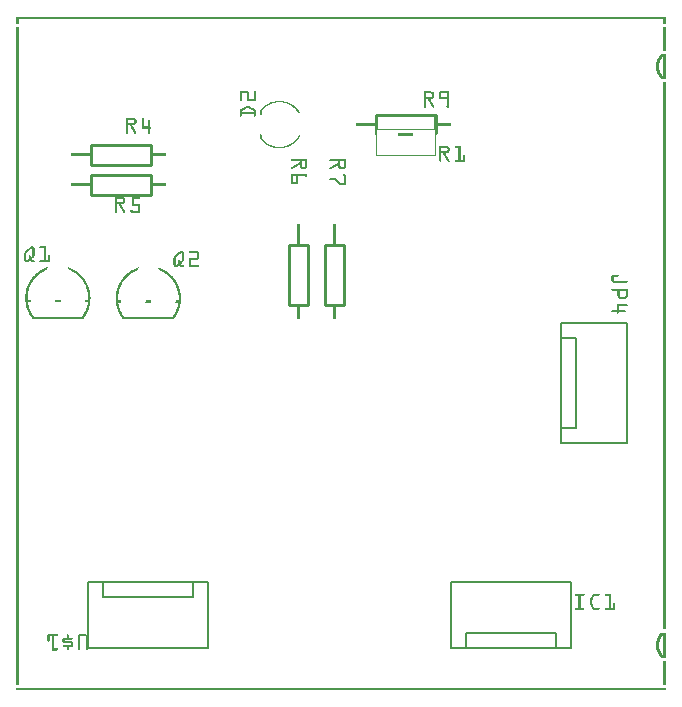
<source format=gto>
G04 MADE WITH FRITZING*
G04 WWW.FRITZING.ORG*
G04 DOUBLE SIDED*
G04 HOLES PLATED*
G04 CONTOUR ON CENTER OF CONTOUR VECTOR*
%ASAXBY*%
%FSLAX23Y23*%
%MOIN*%
%OFA0B0*%
%SFA1.0B1.0*%
%ADD10C,0.010000*%
%ADD11C,0.005000*%
%ADD12C,0.008000*%
%ADD13R,0.001000X0.001000*%
%LNSILK1*%
G90*
G70*
G54D10*
X1200Y1918D02*
X1400Y1918D01*
D02*
X1093Y1486D02*
X1093Y1286D01*
D02*
X1093Y1286D02*
X1027Y1286D01*
D02*
X1027Y1286D02*
X1027Y1486D01*
D02*
X1027Y1486D02*
X1093Y1486D01*
D02*
X973Y1486D02*
X973Y1286D01*
D02*
X973Y1286D02*
X907Y1286D01*
D02*
X907Y1286D02*
X907Y1486D01*
D02*
X907Y1486D02*
X973Y1486D01*
D02*
X250Y1718D02*
X450Y1718D01*
D02*
X450Y1718D02*
X450Y1652D01*
D02*
X450Y1652D02*
X250Y1652D01*
D02*
X250Y1652D02*
X250Y1718D01*
D02*
X250Y1818D02*
X450Y1818D01*
D02*
X450Y1818D02*
X450Y1752D01*
D02*
X450Y1752D02*
X250Y1752D01*
D02*
X250Y1752D02*
X250Y1818D01*
G54D11*
D02*
X2035Y1225D02*
X1815Y1225D01*
D02*
X2035Y825D02*
X1815Y825D01*
D02*
X2035Y825D02*
X2035Y1225D01*
D02*
X1815Y825D02*
X1815Y875D01*
D02*
X1815Y875D02*
X1815Y1175D01*
D02*
X1815Y1175D02*
X1815Y1225D01*
D02*
X1815Y1175D02*
X1865Y1175D01*
D02*
X1865Y1175D02*
X1865Y875D01*
D02*
X1865Y875D02*
X1815Y875D01*
D02*
X640Y140D02*
X640Y360D01*
D02*
X240Y140D02*
X240Y360D01*
D02*
X240Y140D02*
X640Y140D01*
D02*
X240Y360D02*
X290Y360D01*
D02*
X290Y360D02*
X590Y360D01*
D02*
X590Y360D02*
X640Y360D01*
D02*
X590Y360D02*
X590Y310D01*
D02*
X590Y310D02*
X290Y310D01*
D02*
X290Y310D02*
X290Y360D01*
D02*
X1450Y360D02*
X1450Y140D01*
D02*
X1850Y360D02*
X1850Y140D01*
D02*
X1850Y360D02*
X1450Y360D01*
D02*
X1850Y140D02*
X1800Y140D01*
D02*
X1800Y140D02*
X1500Y140D01*
D02*
X1500Y140D02*
X1450Y140D01*
D02*
X1500Y140D02*
X1500Y190D01*
D02*
X1500Y190D02*
X1800Y190D01*
D02*
X1800Y190D02*
X1800Y140D01*
G54D12*
D02*
X358Y1240D02*
X523Y1240D01*
D02*
X56Y1242D02*
X221Y1242D01*
G54D13*
X0Y2244D02*
X2164Y2244D01*
X0Y2243D02*
X2164Y2243D01*
X0Y2242D02*
X2164Y2242D01*
X0Y2241D02*
X2164Y2241D01*
X0Y2240D02*
X2164Y2240D01*
X0Y2239D02*
X2164Y2239D01*
X0Y2238D02*
X2164Y2238D01*
X0Y2237D02*
X2164Y2237D01*
X0Y2236D02*
X7Y2236D01*
X2157Y2236D02*
X2164Y2236D01*
X0Y2235D02*
X7Y2235D01*
X2157Y2235D02*
X2164Y2235D01*
X0Y2234D02*
X7Y2234D01*
X2157Y2234D02*
X2164Y2234D01*
X0Y2233D02*
X7Y2233D01*
X2157Y2233D02*
X2164Y2233D01*
X0Y2232D02*
X7Y2232D01*
X2157Y2232D02*
X2164Y2232D01*
X0Y2231D02*
X7Y2231D01*
X2157Y2231D02*
X2164Y2231D01*
X0Y2230D02*
X7Y2230D01*
X2157Y2230D02*
X2164Y2230D01*
X0Y2229D02*
X7Y2229D01*
X2157Y2229D02*
X2164Y2229D01*
X0Y2228D02*
X7Y2228D01*
X2157Y2228D02*
X2164Y2228D01*
X0Y2227D02*
X7Y2227D01*
X2157Y2227D02*
X2164Y2227D01*
X0Y2226D02*
X7Y2226D01*
X2157Y2226D02*
X2164Y2226D01*
X0Y2225D02*
X7Y2225D01*
X2157Y2225D02*
X2164Y2225D01*
X0Y2224D02*
X7Y2224D01*
X2157Y2224D02*
X2164Y2224D01*
X0Y2223D02*
X7Y2223D01*
X2157Y2223D02*
X2164Y2223D01*
X0Y2211D02*
X7Y2211D01*
X2157Y2211D02*
X2164Y2211D01*
X0Y2210D02*
X7Y2210D01*
X2157Y2210D02*
X2164Y2210D01*
X0Y2209D02*
X7Y2209D01*
X2157Y2209D02*
X2164Y2209D01*
X0Y2208D02*
X7Y2208D01*
X2157Y2208D02*
X2164Y2208D01*
X0Y2207D02*
X7Y2207D01*
X2157Y2207D02*
X2164Y2207D01*
X0Y2206D02*
X7Y2206D01*
X2157Y2206D02*
X2164Y2206D01*
X0Y2205D02*
X7Y2205D01*
X2157Y2205D02*
X2164Y2205D01*
X0Y2204D02*
X7Y2204D01*
X2157Y2204D02*
X2164Y2204D01*
X0Y2203D02*
X7Y2203D01*
X2157Y2203D02*
X2164Y2203D01*
X0Y2202D02*
X7Y2202D01*
X2157Y2202D02*
X2164Y2202D01*
X0Y2201D02*
X7Y2201D01*
X2157Y2201D02*
X2164Y2201D01*
X0Y2200D02*
X7Y2200D01*
X2157Y2200D02*
X2164Y2200D01*
X0Y2199D02*
X7Y2199D01*
X2157Y2199D02*
X2164Y2199D01*
X0Y2198D02*
X7Y2198D01*
X2157Y2198D02*
X2164Y2198D01*
X0Y2197D02*
X7Y2197D01*
X2157Y2197D02*
X2164Y2197D01*
X0Y2196D02*
X7Y2196D01*
X2157Y2196D02*
X2164Y2196D01*
X0Y2195D02*
X7Y2195D01*
X2157Y2195D02*
X2164Y2195D01*
X0Y2194D02*
X7Y2194D01*
X2157Y2194D02*
X2164Y2194D01*
X0Y2193D02*
X7Y2193D01*
X2157Y2193D02*
X2164Y2193D01*
X0Y2192D02*
X7Y2192D01*
X2157Y2192D02*
X2164Y2192D01*
X0Y2191D02*
X7Y2191D01*
X2157Y2191D02*
X2164Y2191D01*
X0Y2190D02*
X7Y2190D01*
X2157Y2190D02*
X2164Y2190D01*
X0Y2189D02*
X7Y2189D01*
X2157Y2189D02*
X2164Y2189D01*
X0Y2188D02*
X7Y2188D01*
X2157Y2188D02*
X2164Y2188D01*
X0Y2187D02*
X7Y2187D01*
X2157Y2187D02*
X2164Y2187D01*
X0Y2186D02*
X7Y2186D01*
X2157Y2186D02*
X2164Y2186D01*
X0Y2185D02*
X7Y2185D01*
X2157Y2185D02*
X2164Y2185D01*
X0Y2184D02*
X7Y2184D01*
X2157Y2184D02*
X2164Y2184D01*
X0Y2183D02*
X7Y2183D01*
X2157Y2183D02*
X2164Y2183D01*
X0Y2182D02*
X7Y2182D01*
X2157Y2182D02*
X2164Y2182D01*
X0Y2181D02*
X7Y2181D01*
X2157Y2181D02*
X2164Y2181D01*
X0Y2180D02*
X7Y2180D01*
X2157Y2180D02*
X2164Y2180D01*
X0Y2179D02*
X7Y2179D01*
X2157Y2179D02*
X2164Y2179D01*
X0Y2178D02*
X7Y2178D01*
X2157Y2178D02*
X2164Y2178D01*
X0Y2177D02*
X7Y2177D01*
X2157Y2177D02*
X2164Y2177D01*
X0Y2176D02*
X7Y2176D01*
X2157Y2176D02*
X2164Y2176D01*
X0Y2175D02*
X7Y2175D01*
X2157Y2175D02*
X2164Y2175D01*
X0Y2174D02*
X7Y2174D01*
X2157Y2174D02*
X2164Y2174D01*
X0Y2173D02*
X7Y2173D01*
X2157Y2173D02*
X2164Y2173D01*
X0Y2172D02*
X7Y2172D01*
X2157Y2172D02*
X2164Y2172D01*
X0Y2171D02*
X7Y2171D01*
X2157Y2171D02*
X2164Y2171D01*
X0Y2170D02*
X7Y2170D01*
X2157Y2170D02*
X2164Y2170D01*
X0Y2169D02*
X7Y2169D01*
X2157Y2169D02*
X2164Y2169D01*
X0Y2168D02*
X7Y2168D01*
X2157Y2168D02*
X2164Y2168D01*
X0Y2167D02*
X7Y2167D01*
X2157Y2167D02*
X2164Y2167D01*
X0Y2166D02*
X7Y2166D01*
X2157Y2166D02*
X2164Y2166D01*
X0Y2165D02*
X7Y2165D01*
X2157Y2165D02*
X2164Y2165D01*
X0Y2164D02*
X7Y2164D01*
X2157Y2164D02*
X2164Y2164D01*
X0Y2163D02*
X7Y2163D01*
X2157Y2163D02*
X2164Y2163D01*
X0Y2162D02*
X7Y2162D01*
X2157Y2162D02*
X2164Y2162D01*
X0Y2161D02*
X7Y2161D01*
X2157Y2161D02*
X2164Y2161D01*
X0Y2160D02*
X7Y2160D01*
X2157Y2160D02*
X2164Y2160D01*
X0Y2159D02*
X7Y2159D01*
X2157Y2159D02*
X2164Y2159D01*
X0Y2158D02*
X7Y2158D01*
X2157Y2158D02*
X2164Y2158D01*
X0Y2157D02*
X7Y2157D01*
X2157Y2157D02*
X2164Y2157D01*
X0Y2156D02*
X7Y2156D01*
X2157Y2156D02*
X2164Y2156D01*
X0Y2155D02*
X7Y2155D01*
X2157Y2155D02*
X2164Y2155D01*
X0Y2154D02*
X7Y2154D01*
X2157Y2154D02*
X2164Y2154D01*
X0Y2153D02*
X7Y2153D01*
X2157Y2153D02*
X2164Y2153D01*
X0Y2152D02*
X7Y2152D01*
X2157Y2152D02*
X2164Y2152D01*
X0Y2151D02*
X7Y2151D01*
X2157Y2151D02*
X2164Y2151D01*
X0Y2150D02*
X7Y2150D01*
X2157Y2150D02*
X2164Y2150D01*
X0Y2149D02*
X7Y2149D01*
X2157Y2149D02*
X2164Y2149D01*
X0Y2148D02*
X7Y2148D01*
X2157Y2148D02*
X2164Y2148D01*
X0Y2147D02*
X7Y2147D01*
X2157Y2147D02*
X2164Y2147D01*
X0Y2146D02*
X7Y2146D01*
X2157Y2146D02*
X2164Y2146D01*
X0Y2145D02*
X7Y2145D01*
X2157Y2145D02*
X2164Y2145D01*
X0Y2144D02*
X7Y2144D01*
X2157Y2144D02*
X2164Y2144D01*
X0Y2143D02*
X7Y2143D01*
X2157Y2143D02*
X2164Y2143D01*
X0Y2142D02*
X7Y2142D01*
X2157Y2142D02*
X2164Y2142D01*
X0Y2141D02*
X7Y2141D01*
X2157Y2141D02*
X2164Y2141D01*
X0Y2140D02*
X7Y2140D01*
X2157Y2140D02*
X2164Y2140D01*
X0Y2139D02*
X7Y2139D01*
X2157Y2139D02*
X2164Y2139D01*
X0Y2138D02*
X7Y2138D01*
X2157Y2138D02*
X2164Y2138D01*
X0Y2137D02*
X7Y2137D01*
X2157Y2137D02*
X2164Y2137D01*
X0Y2136D02*
X7Y2136D01*
X2157Y2136D02*
X2164Y2136D01*
X0Y2135D02*
X7Y2135D01*
X2157Y2135D02*
X2164Y2135D01*
X0Y2134D02*
X7Y2134D01*
X2157Y2134D02*
X2164Y2134D01*
X0Y2133D02*
X7Y2133D01*
X2157Y2133D02*
X2164Y2133D01*
X0Y2132D02*
X7Y2132D01*
X0Y2131D02*
X7Y2131D01*
X0Y2130D02*
X7Y2130D01*
X0Y2129D02*
X7Y2129D01*
X0Y2128D02*
X7Y2128D01*
X0Y2127D02*
X7Y2127D01*
X0Y2126D02*
X7Y2126D01*
X0Y2125D02*
X7Y2125D01*
X0Y2124D02*
X7Y2124D01*
X0Y2123D02*
X7Y2123D01*
X0Y2122D02*
X7Y2122D01*
X0Y2121D02*
X7Y2121D01*
X2150Y2121D02*
X2165Y2121D01*
X0Y2120D02*
X7Y2120D01*
X2149Y2120D02*
X2164Y2120D01*
X0Y2119D02*
X7Y2119D01*
X2148Y2119D02*
X2164Y2119D01*
X0Y2118D02*
X7Y2118D01*
X2147Y2118D02*
X2164Y2118D01*
X0Y2117D02*
X7Y2117D01*
X2146Y2117D02*
X2164Y2117D01*
X0Y2116D02*
X7Y2116D01*
X2145Y2116D02*
X2164Y2116D01*
X0Y2115D02*
X7Y2115D01*
X2144Y2115D02*
X2164Y2115D01*
X0Y2114D02*
X7Y2114D01*
X2144Y2114D02*
X2164Y2114D01*
X0Y2113D02*
X7Y2113D01*
X2143Y2113D02*
X2155Y2113D01*
X2157Y2113D02*
X2164Y2113D01*
X0Y2112D02*
X7Y2112D01*
X2142Y2112D02*
X2154Y2112D01*
X2157Y2112D02*
X2164Y2112D01*
X0Y2111D02*
X7Y2111D01*
X2142Y2111D02*
X2153Y2111D01*
X2157Y2111D02*
X2164Y2111D01*
X0Y2110D02*
X7Y2110D01*
X2141Y2110D02*
X2153Y2110D01*
X2157Y2110D02*
X2164Y2110D01*
X0Y2109D02*
X7Y2109D01*
X2141Y2109D02*
X2152Y2109D01*
X2157Y2109D02*
X2164Y2109D01*
X0Y2108D02*
X7Y2108D01*
X2140Y2108D02*
X2151Y2108D01*
X2157Y2108D02*
X2164Y2108D01*
X0Y2107D02*
X7Y2107D01*
X2139Y2107D02*
X2150Y2107D01*
X2157Y2107D02*
X2164Y2107D01*
X0Y2106D02*
X7Y2106D01*
X2139Y2106D02*
X2150Y2106D01*
X2157Y2106D02*
X2164Y2106D01*
X0Y2105D02*
X7Y2105D01*
X2138Y2105D02*
X2149Y2105D01*
X2157Y2105D02*
X2164Y2105D01*
X0Y2104D02*
X7Y2104D01*
X2138Y2104D02*
X2148Y2104D01*
X2157Y2104D02*
X2164Y2104D01*
X0Y2103D02*
X7Y2103D01*
X2137Y2103D02*
X2148Y2103D01*
X2157Y2103D02*
X2164Y2103D01*
X0Y2102D02*
X7Y2102D01*
X2137Y2102D02*
X2147Y2102D01*
X2157Y2102D02*
X2164Y2102D01*
X0Y2101D02*
X7Y2101D01*
X2137Y2101D02*
X2147Y2101D01*
X2157Y2101D02*
X2164Y2101D01*
X0Y2100D02*
X7Y2100D01*
X2136Y2100D02*
X2146Y2100D01*
X2157Y2100D02*
X2164Y2100D01*
X0Y2099D02*
X7Y2099D01*
X2136Y2099D02*
X2146Y2099D01*
X2157Y2099D02*
X2164Y2099D01*
X0Y2098D02*
X7Y2098D01*
X2136Y2098D02*
X2145Y2098D01*
X2157Y2098D02*
X2164Y2098D01*
X0Y2097D02*
X7Y2097D01*
X2135Y2097D02*
X2145Y2097D01*
X2157Y2097D02*
X2164Y2097D01*
X0Y2096D02*
X7Y2096D01*
X2135Y2096D02*
X2145Y2096D01*
X2157Y2096D02*
X2164Y2096D01*
X0Y2095D02*
X7Y2095D01*
X2135Y2095D02*
X2144Y2095D01*
X2157Y2095D02*
X2164Y2095D01*
X0Y2094D02*
X7Y2094D01*
X2134Y2094D02*
X2144Y2094D01*
X2157Y2094D02*
X2164Y2094D01*
X0Y2093D02*
X7Y2093D01*
X2134Y2093D02*
X2144Y2093D01*
X2157Y2093D02*
X2164Y2093D01*
X0Y2092D02*
X7Y2092D01*
X2134Y2092D02*
X2143Y2092D01*
X2157Y2092D02*
X2164Y2092D01*
X0Y2091D02*
X7Y2091D01*
X2134Y2091D02*
X2143Y2091D01*
X2157Y2091D02*
X2164Y2091D01*
X0Y2090D02*
X7Y2090D01*
X2133Y2090D02*
X2143Y2090D01*
X2157Y2090D02*
X2164Y2090D01*
X0Y2089D02*
X7Y2089D01*
X2133Y2089D02*
X2143Y2089D01*
X2157Y2089D02*
X2164Y2089D01*
X0Y2088D02*
X7Y2088D01*
X2133Y2088D02*
X2143Y2088D01*
X2157Y2088D02*
X2164Y2088D01*
X0Y2087D02*
X7Y2087D01*
X2133Y2087D02*
X2142Y2087D01*
X2157Y2087D02*
X2164Y2087D01*
X0Y2086D02*
X7Y2086D01*
X2133Y2086D02*
X2142Y2086D01*
X2157Y2086D02*
X2164Y2086D01*
X0Y2085D02*
X7Y2085D01*
X2133Y2085D02*
X2142Y2085D01*
X2157Y2085D02*
X2164Y2085D01*
X0Y2084D02*
X7Y2084D01*
X2133Y2084D02*
X2142Y2084D01*
X2157Y2084D02*
X2164Y2084D01*
X0Y2083D02*
X7Y2083D01*
X2133Y2083D02*
X2142Y2083D01*
X2157Y2083D02*
X2164Y2083D01*
X0Y2082D02*
X7Y2082D01*
X2133Y2082D02*
X2142Y2082D01*
X2157Y2082D02*
X2164Y2082D01*
X0Y2081D02*
X7Y2081D01*
X2133Y2081D02*
X2142Y2081D01*
X2157Y2081D02*
X2164Y2081D01*
X0Y2080D02*
X7Y2080D01*
X2132Y2080D02*
X2142Y2080D01*
X2157Y2080D02*
X2164Y2080D01*
X0Y2079D02*
X7Y2079D01*
X2132Y2079D02*
X2142Y2079D01*
X2157Y2079D02*
X2164Y2079D01*
X0Y2078D02*
X7Y2078D01*
X2133Y2078D02*
X2142Y2078D01*
X2157Y2078D02*
X2164Y2078D01*
X0Y2077D02*
X7Y2077D01*
X2133Y2077D02*
X2142Y2077D01*
X2157Y2077D02*
X2164Y2077D01*
X0Y2076D02*
X7Y2076D01*
X2133Y2076D02*
X2142Y2076D01*
X2157Y2076D02*
X2164Y2076D01*
X0Y2075D02*
X7Y2075D01*
X2133Y2075D02*
X2142Y2075D01*
X2157Y2075D02*
X2164Y2075D01*
X0Y2074D02*
X7Y2074D01*
X2133Y2074D02*
X2142Y2074D01*
X2157Y2074D02*
X2164Y2074D01*
X0Y2073D02*
X7Y2073D01*
X2133Y2073D02*
X2142Y2073D01*
X2157Y2073D02*
X2164Y2073D01*
X0Y2072D02*
X7Y2072D01*
X2133Y2072D02*
X2142Y2072D01*
X2157Y2072D02*
X2164Y2072D01*
X0Y2071D02*
X7Y2071D01*
X2133Y2071D02*
X2143Y2071D01*
X2157Y2071D02*
X2164Y2071D01*
X0Y2070D02*
X7Y2070D01*
X2133Y2070D02*
X2143Y2070D01*
X2157Y2070D02*
X2164Y2070D01*
X0Y2069D02*
X7Y2069D01*
X2133Y2069D02*
X2143Y2069D01*
X2157Y2069D02*
X2164Y2069D01*
X0Y2068D02*
X7Y2068D01*
X2134Y2068D02*
X2143Y2068D01*
X2157Y2068D02*
X2164Y2068D01*
X0Y2067D02*
X7Y2067D01*
X2134Y2067D02*
X2143Y2067D01*
X2157Y2067D02*
X2164Y2067D01*
X0Y2066D02*
X7Y2066D01*
X2134Y2066D02*
X2144Y2066D01*
X2157Y2066D02*
X2164Y2066D01*
X0Y2065D02*
X7Y2065D01*
X2134Y2065D02*
X2144Y2065D01*
X2157Y2065D02*
X2164Y2065D01*
X0Y2064D02*
X7Y2064D01*
X2135Y2064D02*
X2144Y2064D01*
X2157Y2064D02*
X2164Y2064D01*
X0Y2063D02*
X7Y2063D01*
X2135Y2063D02*
X2145Y2063D01*
X2157Y2063D02*
X2164Y2063D01*
X0Y2062D02*
X7Y2062D01*
X2135Y2062D02*
X2145Y2062D01*
X2157Y2062D02*
X2164Y2062D01*
X0Y2061D02*
X7Y2061D01*
X2135Y2061D02*
X2145Y2061D01*
X2157Y2061D02*
X2164Y2061D01*
X0Y2060D02*
X7Y2060D01*
X2136Y2060D02*
X2146Y2060D01*
X2157Y2060D02*
X2164Y2060D01*
X0Y2059D02*
X7Y2059D01*
X2136Y2059D02*
X2146Y2059D01*
X2157Y2059D02*
X2164Y2059D01*
X0Y2058D02*
X7Y2058D01*
X2137Y2058D02*
X2147Y2058D01*
X2157Y2058D02*
X2164Y2058D01*
X0Y2057D02*
X7Y2057D01*
X2137Y2057D02*
X2147Y2057D01*
X2157Y2057D02*
X2164Y2057D01*
X0Y2056D02*
X7Y2056D01*
X2137Y2056D02*
X2148Y2056D01*
X2157Y2056D02*
X2164Y2056D01*
X0Y2055D02*
X7Y2055D01*
X2138Y2055D02*
X2148Y2055D01*
X2157Y2055D02*
X2164Y2055D01*
X0Y2054D02*
X7Y2054D01*
X2138Y2054D02*
X2149Y2054D01*
X2157Y2054D02*
X2164Y2054D01*
X0Y2053D02*
X7Y2053D01*
X2139Y2053D02*
X2150Y2053D01*
X2157Y2053D02*
X2164Y2053D01*
X0Y2052D02*
X7Y2052D01*
X2139Y2052D02*
X2150Y2052D01*
X2157Y2052D02*
X2164Y2052D01*
X0Y2051D02*
X7Y2051D01*
X2140Y2051D02*
X2151Y2051D01*
X2157Y2051D02*
X2164Y2051D01*
X0Y2050D02*
X7Y2050D01*
X2140Y2050D02*
X2152Y2050D01*
X2157Y2050D02*
X2164Y2050D01*
X0Y2049D02*
X7Y2049D01*
X2141Y2049D02*
X2152Y2049D01*
X2157Y2049D02*
X2164Y2049D01*
X0Y2048D02*
X7Y2048D01*
X2142Y2048D02*
X2153Y2048D01*
X2157Y2048D02*
X2164Y2048D01*
X0Y2047D02*
X7Y2047D01*
X2142Y2047D02*
X2154Y2047D01*
X2157Y2047D02*
X2164Y2047D01*
X0Y2046D02*
X7Y2046D01*
X2143Y2046D02*
X2155Y2046D01*
X2157Y2046D02*
X2164Y2046D01*
X0Y2045D02*
X7Y2045D01*
X2144Y2045D02*
X2164Y2045D01*
X0Y2044D02*
X7Y2044D01*
X2144Y2044D02*
X2164Y2044D01*
X0Y2043D02*
X7Y2043D01*
X2145Y2043D02*
X2164Y2043D01*
X0Y2042D02*
X7Y2042D01*
X2146Y2042D02*
X2164Y2042D01*
X0Y2041D02*
X7Y2041D01*
X2147Y2041D02*
X2164Y2041D01*
X0Y2040D02*
X7Y2040D01*
X2147Y2040D02*
X2164Y2040D01*
X0Y2039D02*
X7Y2039D01*
X2148Y2039D02*
X2164Y2039D01*
X0Y2038D02*
X7Y2038D01*
X2149Y2038D02*
X2165Y2038D01*
X0Y2037D02*
X7Y2037D01*
X0Y2036D02*
X7Y2036D01*
X0Y2035D02*
X7Y2035D01*
X0Y2034D02*
X7Y2034D01*
X0Y2033D02*
X7Y2033D01*
X0Y2032D02*
X7Y2032D01*
X0Y2031D02*
X7Y2031D01*
X0Y2030D02*
X7Y2030D01*
X0Y2029D02*
X7Y2029D01*
X0Y2028D02*
X7Y2028D01*
X0Y2027D02*
X7Y2027D01*
X0Y2026D02*
X7Y2026D01*
X2157Y2026D02*
X2164Y2026D01*
X0Y2025D02*
X7Y2025D01*
X2157Y2025D02*
X2164Y2025D01*
X0Y2024D02*
X7Y2024D01*
X2157Y2024D02*
X2164Y2024D01*
X0Y2023D02*
X7Y2023D01*
X2157Y2023D02*
X2164Y2023D01*
X0Y2022D02*
X7Y2022D01*
X2157Y2022D02*
X2164Y2022D01*
X0Y2021D02*
X7Y2021D01*
X2157Y2021D02*
X2164Y2021D01*
X0Y2020D02*
X7Y2020D01*
X2157Y2020D02*
X2164Y2020D01*
X0Y2019D02*
X7Y2019D01*
X2157Y2019D02*
X2164Y2019D01*
X0Y2018D02*
X7Y2018D01*
X2157Y2018D02*
X2164Y2018D01*
X0Y2017D02*
X7Y2017D01*
X2157Y2017D02*
X2164Y2017D01*
X0Y2016D02*
X7Y2016D01*
X2157Y2016D02*
X2164Y2016D01*
X0Y2015D02*
X7Y2015D01*
X2157Y2015D02*
X2164Y2015D01*
X0Y2014D02*
X7Y2014D01*
X2157Y2014D02*
X2164Y2014D01*
X0Y2013D02*
X7Y2013D01*
X2157Y2013D02*
X2164Y2013D01*
X0Y2012D02*
X7Y2012D01*
X2157Y2012D02*
X2164Y2012D01*
X0Y2011D02*
X7Y2011D01*
X2157Y2011D02*
X2164Y2011D01*
X0Y2010D02*
X7Y2010D01*
X2157Y2010D02*
X2164Y2010D01*
X0Y2009D02*
X7Y2009D01*
X2157Y2009D02*
X2164Y2009D01*
X0Y2008D02*
X7Y2008D01*
X2157Y2008D02*
X2164Y2008D01*
X0Y2007D02*
X7Y2007D01*
X2157Y2007D02*
X2164Y2007D01*
X0Y2006D02*
X7Y2006D01*
X2157Y2006D02*
X2164Y2006D01*
X0Y2005D02*
X7Y2005D01*
X2157Y2005D02*
X2164Y2005D01*
X0Y2004D02*
X7Y2004D01*
X2157Y2004D02*
X2164Y2004D01*
X0Y2003D02*
X7Y2003D01*
X2157Y2003D02*
X2164Y2003D01*
X0Y2002D02*
X7Y2002D01*
X2157Y2002D02*
X2164Y2002D01*
X0Y2001D02*
X7Y2001D01*
X2157Y2001D02*
X2164Y2001D01*
X0Y2000D02*
X7Y2000D01*
X2157Y2000D02*
X2164Y2000D01*
X0Y1999D02*
X7Y1999D01*
X2157Y1999D02*
X2164Y1999D01*
X0Y1998D02*
X7Y1998D01*
X2157Y1998D02*
X2164Y1998D01*
X0Y1997D02*
X7Y1997D01*
X749Y1997D02*
X770Y1997D01*
X793Y1997D02*
X796Y1997D01*
X2157Y1997D02*
X2164Y1997D01*
X0Y1996D02*
X7Y1996D01*
X747Y1996D02*
X771Y1996D01*
X792Y1996D02*
X797Y1996D01*
X1360Y1996D02*
X1383Y1996D01*
X1412Y1996D02*
X1440Y1996D01*
X2157Y1996D02*
X2164Y1996D01*
X0Y1995D02*
X7Y1995D01*
X746Y1995D02*
X772Y1995D01*
X792Y1995D02*
X798Y1995D01*
X1359Y1995D02*
X1387Y1995D01*
X1410Y1995D02*
X1442Y1995D01*
X2157Y1995D02*
X2164Y1995D01*
X0Y1994D02*
X7Y1994D01*
X745Y1994D02*
X773Y1994D01*
X792Y1994D02*
X798Y1994D01*
X1359Y1994D02*
X1388Y1994D01*
X1410Y1994D02*
X1443Y1994D01*
X2157Y1994D02*
X2164Y1994D01*
X0Y1993D02*
X7Y1993D01*
X745Y1993D02*
X774Y1993D01*
X792Y1993D02*
X798Y1993D01*
X1359Y1993D02*
X1390Y1993D01*
X1409Y1993D02*
X1443Y1993D01*
X2157Y1993D02*
X2164Y1993D01*
X0Y1992D02*
X7Y1992D01*
X745Y1992D02*
X774Y1992D01*
X792Y1992D02*
X798Y1992D01*
X1359Y1992D02*
X1390Y1992D01*
X1409Y1992D02*
X1443Y1992D01*
X2157Y1992D02*
X2164Y1992D01*
X0Y1991D02*
X7Y1991D01*
X745Y1991D02*
X774Y1991D01*
X792Y1991D02*
X798Y1991D01*
X1359Y1991D02*
X1391Y1991D01*
X1409Y1991D02*
X1443Y1991D01*
X2157Y1991D02*
X2164Y1991D01*
X0Y1990D02*
X7Y1990D01*
X745Y1990D02*
X751Y1990D01*
X768Y1990D02*
X774Y1990D01*
X792Y1990D02*
X798Y1990D01*
X1359Y1990D02*
X1392Y1990D01*
X1409Y1990D02*
X1443Y1990D01*
X2157Y1990D02*
X2164Y1990D01*
X0Y1989D02*
X7Y1989D01*
X745Y1989D02*
X751Y1989D01*
X768Y1989D02*
X774Y1989D01*
X792Y1989D02*
X798Y1989D01*
X1359Y1989D02*
X1366Y1989D01*
X1383Y1989D02*
X1392Y1989D01*
X1409Y1989D02*
X1416Y1989D01*
X1437Y1989D02*
X1443Y1989D01*
X2157Y1989D02*
X2164Y1989D01*
X0Y1988D02*
X7Y1988D01*
X745Y1988D02*
X751Y1988D01*
X768Y1988D02*
X774Y1988D01*
X792Y1988D02*
X798Y1988D01*
X1359Y1988D02*
X1365Y1988D01*
X1386Y1988D02*
X1392Y1988D01*
X1409Y1988D02*
X1415Y1988D01*
X1437Y1988D02*
X1443Y1988D01*
X2157Y1988D02*
X2164Y1988D01*
X0Y1987D02*
X7Y1987D01*
X745Y1987D02*
X751Y1987D01*
X768Y1987D02*
X774Y1987D01*
X792Y1987D02*
X798Y1987D01*
X1359Y1987D02*
X1365Y1987D01*
X1386Y1987D02*
X1393Y1987D01*
X1409Y1987D02*
X1415Y1987D01*
X1437Y1987D02*
X1443Y1987D01*
X2157Y1987D02*
X2164Y1987D01*
X0Y1986D02*
X7Y1986D01*
X745Y1986D02*
X751Y1986D01*
X768Y1986D02*
X774Y1986D01*
X792Y1986D02*
X798Y1986D01*
X1359Y1986D02*
X1365Y1986D01*
X1387Y1986D02*
X1393Y1986D01*
X1409Y1986D02*
X1415Y1986D01*
X1437Y1986D02*
X1443Y1986D01*
X2157Y1986D02*
X2164Y1986D01*
X0Y1985D02*
X7Y1985D01*
X745Y1985D02*
X751Y1985D01*
X768Y1985D02*
X774Y1985D01*
X792Y1985D02*
X798Y1985D01*
X1359Y1985D02*
X1365Y1985D01*
X1387Y1985D02*
X1393Y1985D01*
X1409Y1985D02*
X1415Y1985D01*
X1437Y1985D02*
X1443Y1985D01*
X2157Y1985D02*
X2164Y1985D01*
X0Y1984D02*
X7Y1984D01*
X745Y1984D02*
X751Y1984D01*
X768Y1984D02*
X774Y1984D01*
X792Y1984D02*
X798Y1984D01*
X1359Y1984D02*
X1365Y1984D01*
X1387Y1984D02*
X1393Y1984D01*
X1409Y1984D02*
X1415Y1984D01*
X1437Y1984D02*
X1443Y1984D01*
X2157Y1984D02*
X2164Y1984D01*
X0Y1983D02*
X7Y1983D01*
X745Y1983D02*
X751Y1983D01*
X768Y1983D02*
X774Y1983D01*
X792Y1983D02*
X798Y1983D01*
X1359Y1983D02*
X1365Y1983D01*
X1387Y1983D02*
X1393Y1983D01*
X1409Y1983D02*
X1415Y1983D01*
X1437Y1983D02*
X1443Y1983D01*
X2157Y1983D02*
X2164Y1983D01*
X0Y1982D02*
X7Y1982D01*
X745Y1982D02*
X751Y1982D01*
X768Y1982D02*
X774Y1982D01*
X792Y1982D02*
X798Y1982D01*
X1359Y1982D02*
X1365Y1982D01*
X1387Y1982D02*
X1393Y1982D01*
X1409Y1982D02*
X1415Y1982D01*
X1437Y1982D02*
X1443Y1982D01*
X2157Y1982D02*
X2164Y1982D01*
X0Y1981D02*
X7Y1981D01*
X745Y1981D02*
X751Y1981D01*
X768Y1981D02*
X774Y1981D01*
X792Y1981D02*
X798Y1981D01*
X1359Y1981D02*
X1365Y1981D01*
X1387Y1981D02*
X1393Y1981D01*
X1409Y1981D02*
X1415Y1981D01*
X1437Y1981D02*
X1443Y1981D01*
X2157Y1981D02*
X2164Y1981D01*
X0Y1980D02*
X7Y1980D01*
X745Y1980D02*
X751Y1980D01*
X768Y1980D02*
X774Y1980D01*
X792Y1980D02*
X798Y1980D01*
X1359Y1980D02*
X1365Y1980D01*
X1386Y1980D02*
X1393Y1980D01*
X1409Y1980D02*
X1415Y1980D01*
X1437Y1980D02*
X1443Y1980D01*
X2157Y1980D02*
X2164Y1980D01*
X0Y1979D02*
X7Y1979D01*
X745Y1979D02*
X751Y1979D01*
X768Y1979D02*
X774Y1979D01*
X792Y1979D02*
X798Y1979D01*
X1359Y1979D02*
X1365Y1979D01*
X1385Y1979D02*
X1392Y1979D01*
X1409Y1979D02*
X1415Y1979D01*
X1437Y1979D02*
X1443Y1979D01*
X2157Y1979D02*
X2164Y1979D01*
X0Y1978D02*
X7Y1978D01*
X745Y1978D02*
X751Y1978D01*
X768Y1978D02*
X774Y1978D01*
X792Y1978D02*
X798Y1978D01*
X1359Y1978D02*
X1392Y1978D01*
X1409Y1978D02*
X1443Y1978D01*
X2157Y1978D02*
X2164Y1978D01*
X0Y1977D02*
X7Y1977D01*
X745Y1977D02*
X751Y1977D01*
X768Y1977D02*
X774Y1977D01*
X792Y1977D02*
X798Y1977D01*
X1359Y1977D02*
X1391Y1977D01*
X1409Y1977D02*
X1443Y1977D01*
X2157Y1977D02*
X2164Y1977D01*
X0Y1976D02*
X7Y1976D01*
X745Y1976D02*
X751Y1976D01*
X768Y1976D02*
X774Y1976D01*
X792Y1976D02*
X798Y1976D01*
X1359Y1976D02*
X1391Y1976D01*
X1409Y1976D02*
X1443Y1976D01*
X2157Y1976D02*
X2164Y1976D01*
X0Y1975D02*
X7Y1975D01*
X745Y1975D02*
X751Y1975D01*
X768Y1975D02*
X774Y1975D01*
X792Y1975D02*
X798Y1975D01*
X1359Y1975D02*
X1390Y1975D01*
X1409Y1975D02*
X1443Y1975D01*
X2157Y1975D02*
X2164Y1975D01*
X0Y1974D02*
X7Y1974D01*
X745Y1974D02*
X751Y1974D01*
X768Y1974D02*
X774Y1974D01*
X792Y1974D02*
X798Y1974D01*
X1359Y1974D02*
X1389Y1974D01*
X1410Y1974D02*
X1443Y1974D01*
X2157Y1974D02*
X2164Y1974D01*
X0Y1973D02*
X7Y1973D01*
X745Y1973D02*
X751Y1973D01*
X768Y1973D02*
X774Y1973D01*
X792Y1973D02*
X798Y1973D01*
X1359Y1973D02*
X1388Y1973D01*
X1410Y1973D02*
X1443Y1973D01*
X2157Y1973D02*
X2164Y1973D01*
X0Y1972D02*
X7Y1972D01*
X745Y1972D02*
X751Y1972D01*
X768Y1972D02*
X774Y1972D01*
X792Y1972D02*
X798Y1972D01*
X1359Y1972D02*
X1386Y1972D01*
X1411Y1972D02*
X1443Y1972D01*
X2157Y1972D02*
X2164Y1972D01*
X0Y1971D02*
X7Y1971D01*
X745Y1971D02*
X751Y1971D01*
X768Y1971D02*
X774Y1971D01*
X792Y1971D02*
X798Y1971D01*
X1359Y1971D02*
X1365Y1971D01*
X1371Y1971D02*
X1379Y1971D01*
X1437Y1971D02*
X1443Y1971D01*
X2157Y1971D02*
X2164Y1971D01*
X0Y1970D02*
X7Y1970D01*
X745Y1970D02*
X751Y1970D01*
X768Y1970D02*
X798Y1970D01*
X1359Y1970D02*
X1365Y1970D01*
X1372Y1970D02*
X1379Y1970D01*
X1437Y1970D02*
X1443Y1970D01*
X2157Y1970D02*
X2164Y1970D01*
X0Y1969D02*
X7Y1969D01*
X745Y1969D02*
X751Y1969D01*
X768Y1969D02*
X798Y1969D01*
X1359Y1969D02*
X1365Y1969D01*
X1372Y1969D02*
X1380Y1969D01*
X1437Y1969D02*
X1443Y1969D01*
X2157Y1969D02*
X2164Y1969D01*
X0Y1968D02*
X7Y1968D01*
X745Y1968D02*
X751Y1968D01*
X768Y1968D02*
X798Y1968D01*
X1359Y1968D02*
X1365Y1968D01*
X1373Y1968D02*
X1380Y1968D01*
X1437Y1968D02*
X1443Y1968D01*
X2157Y1968D02*
X2164Y1968D01*
X0Y1967D02*
X7Y1967D01*
X745Y1967D02*
X751Y1967D01*
X769Y1967D02*
X798Y1967D01*
X1359Y1967D02*
X1365Y1967D01*
X1374Y1967D02*
X1381Y1967D01*
X1437Y1967D02*
X1443Y1967D01*
X2157Y1967D02*
X2164Y1967D01*
X0Y1966D02*
X7Y1966D01*
X745Y1966D02*
X750Y1966D01*
X769Y1966D02*
X798Y1966D01*
X1359Y1966D02*
X1365Y1966D01*
X1374Y1966D02*
X1381Y1966D01*
X1437Y1966D02*
X1443Y1966D01*
X2157Y1966D02*
X2164Y1966D01*
X0Y1965D02*
X7Y1965D01*
X745Y1965D02*
X750Y1965D01*
X770Y1965D02*
X798Y1965D01*
X1359Y1965D02*
X1365Y1965D01*
X1375Y1965D02*
X1382Y1965D01*
X1437Y1965D02*
X1443Y1965D01*
X2157Y1965D02*
X2164Y1965D01*
X0Y1964D02*
X7Y1964D01*
X746Y1964D02*
X749Y1964D01*
X772Y1964D02*
X798Y1964D01*
X866Y1964D02*
X887Y1964D01*
X1359Y1964D02*
X1365Y1964D01*
X1375Y1964D02*
X1382Y1964D01*
X1437Y1964D02*
X1443Y1964D01*
X2157Y1964D02*
X2164Y1964D01*
X0Y1963D02*
X7Y1963D01*
X861Y1963D02*
X893Y1963D01*
X1359Y1963D02*
X1365Y1963D01*
X1376Y1963D02*
X1383Y1963D01*
X1437Y1963D02*
X1443Y1963D01*
X2157Y1963D02*
X2164Y1963D01*
X0Y1962D02*
X7Y1962D01*
X857Y1962D02*
X897Y1962D01*
X1359Y1962D02*
X1365Y1962D01*
X1376Y1962D02*
X1384Y1962D01*
X1437Y1962D02*
X1443Y1962D01*
X2157Y1962D02*
X2164Y1962D01*
X0Y1961D02*
X7Y1961D01*
X853Y1961D02*
X900Y1961D01*
X1359Y1961D02*
X1365Y1961D01*
X1377Y1961D02*
X1384Y1961D01*
X1437Y1961D02*
X1443Y1961D01*
X2157Y1961D02*
X2164Y1961D01*
X0Y1960D02*
X7Y1960D01*
X850Y1960D02*
X903Y1960D01*
X1359Y1960D02*
X1365Y1960D01*
X1378Y1960D02*
X1385Y1960D01*
X1437Y1960D02*
X1443Y1960D01*
X2157Y1960D02*
X2164Y1960D01*
X0Y1959D02*
X7Y1959D01*
X847Y1959D02*
X864Y1959D01*
X889Y1959D02*
X906Y1959D01*
X1359Y1959D02*
X1365Y1959D01*
X1378Y1959D02*
X1385Y1959D01*
X1437Y1959D02*
X1443Y1959D01*
X2157Y1959D02*
X2164Y1959D01*
X0Y1958D02*
X7Y1958D01*
X845Y1958D02*
X859Y1958D01*
X894Y1958D02*
X908Y1958D01*
X1359Y1958D02*
X1365Y1958D01*
X1379Y1958D02*
X1386Y1958D01*
X1437Y1958D02*
X1443Y1958D01*
X2157Y1958D02*
X2164Y1958D01*
X0Y1957D02*
X7Y1957D01*
X843Y1957D02*
X855Y1957D01*
X897Y1957D02*
X911Y1957D01*
X1359Y1957D02*
X1365Y1957D01*
X1379Y1957D02*
X1387Y1957D01*
X1437Y1957D02*
X1443Y1957D01*
X2157Y1957D02*
X2164Y1957D01*
X0Y1956D02*
X7Y1956D01*
X841Y1956D02*
X852Y1956D01*
X901Y1956D02*
X912Y1956D01*
X1359Y1956D02*
X1365Y1956D01*
X1380Y1956D02*
X1387Y1956D01*
X1437Y1956D02*
X1443Y1956D01*
X2157Y1956D02*
X2164Y1956D01*
X0Y1955D02*
X7Y1955D01*
X839Y1955D02*
X849Y1955D01*
X903Y1955D02*
X914Y1955D01*
X1359Y1955D02*
X1365Y1955D01*
X1381Y1955D02*
X1388Y1955D01*
X1437Y1955D02*
X1443Y1955D01*
X2157Y1955D02*
X2164Y1955D01*
X0Y1954D02*
X7Y1954D01*
X837Y1954D02*
X847Y1954D01*
X906Y1954D02*
X916Y1954D01*
X1359Y1954D02*
X1365Y1954D01*
X1381Y1954D02*
X1388Y1954D01*
X1437Y1954D02*
X1443Y1954D01*
X2157Y1954D02*
X2164Y1954D01*
X0Y1953D02*
X7Y1953D01*
X835Y1953D02*
X845Y1953D01*
X908Y1953D02*
X918Y1953D01*
X1359Y1953D02*
X1365Y1953D01*
X1382Y1953D02*
X1389Y1953D01*
X1437Y1953D02*
X1443Y1953D01*
X2157Y1953D02*
X2164Y1953D01*
X0Y1952D02*
X7Y1952D01*
X834Y1952D02*
X843Y1952D01*
X910Y1952D02*
X919Y1952D01*
X1359Y1952D02*
X1365Y1952D01*
X1382Y1952D02*
X1389Y1952D01*
X1437Y1952D02*
X1443Y1952D01*
X2157Y1952D02*
X2164Y1952D01*
X0Y1951D02*
X7Y1951D01*
X832Y1951D02*
X841Y1951D01*
X912Y1951D02*
X921Y1951D01*
X1359Y1951D02*
X1365Y1951D01*
X1383Y1951D02*
X1390Y1951D01*
X1437Y1951D02*
X1443Y1951D01*
X2157Y1951D02*
X2164Y1951D01*
X0Y1950D02*
X7Y1950D01*
X831Y1950D02*
X839Y1950D01*
X914Y1950D02*
X922Y1950D01*
X1359Y1950D02*
X1365Y1950D01*
X1383Y1950D02*
X1391Y1950D01*
X1437Y1950D02*
X1443Y1950D01*
X2157Y1950D02*
X2164Y1950D01*
X0Y1949D02*
X7Y1949D01*
X829Y1949D02*
X837Y1949D01*
X916Y1949D02*
X924Y1949D01*
X1359Y1949D02*
X1365Y1949D01*
X1384Y1949D02*
X1391Y1949D01*
X1437Y1949D02*
X1443Y1949D01*
X2157Y1949D02*
X2164Y1949D01*
X0Y1948D02*
X7Y1948D01*
X828Y1948D02*
X836Y1948D01*
X917Y1948D02*
X925Y1948D01*
X1359Y1948D02*
X1365Y1948D01*
X1385Y1948D02*
X1392Y1948D01*
X1435Y1948D02*
X1443Y1948D01*
X2157Y1948D02*
X2164Y1948D01*
X0Y1947D02*
X7Y1947D01*
X768Y1947D02*
X774Y1947D01*
X827Y1947D02*
X834Y1947D01*
X919Y1947D02*
X926Y1947D01*
X1359Y1947D02*
X1365Y1947D01*
X1385Y1947D02*
X1392Y1947D01*
X1434Y1947D02*
X1443Y1947D01*
X2157Y1947D02*
X2164Y1947D01*
X0Y1946D02*
X7Y1946D01*
X765Y1946D02*
X777Y1946D01*
X826Y1946D02*
X833Y1946D01*
X920Y1946D02*
X927Y1946D01*
X1359Y1946D02*
X1365Y1946D01*
X1386Y1946D02*
X1393Y1946D01*
X1434Y1946D02*
X1443Y1946D01*
X2157Y1946D02*
X2164Y1946D01*
X0Y1945D02*
X7Y1945D01*
X763Y1945D02*
X779Y1945D01*
X824Y1945D02*
X831Y1945D01*
X921Y1945D02*
X929Y1945D01*
X1359Y1945D02*
X1365Y1945D01*
X1386Y1945D02*
X1393Y1945D01*
X1434Y1945D02*
X1443Y1945D01*
X2157Y1945D02*
X2164Y1945D01*
X0Y1944D02*
X7Y1944D01*
X761Y1944D02*
X781Y1944D01*
X823Y1944D02*
X830Y1944D01*
X923Y1944D02*
X930Y1944D01*
X1360Y1944D02*
X1365Y1944D01*
X1387Y1944D02*
X1392Y1944D01*
X1434Y1944D02*
X1443Y1944D01*
X2157Y1944D02*
X2164Y1944D01*
X0Y1943D02*
X7Y1943D01*
X759Y1943D02*
X783Y1943D01*
X822Y1943D02*
X829Y1943D01*
X924Y1943D02*
X931Y1943D01*
X1360Y1943D02*
X1364Y1943D01*
X1388Y1943D02*
X1392Y1943D01*
X1435Y1943D02*
X1442Y1943D01*
X2157Y1943D02*
X2164Y1943D01*
X0Y1942D02*
X7Y1942D01*
X757Y1942D02*
X785Y1942D01*
X821Y1942D02*
X828Y1942D01*
X925Y1942D02*
X932Y1942D01*
X1362Y1942D02*
X1362Y1942D01*
X1389Y1942D02*
X1390Y1942D01*
X1436Y1942D02*
X1440Y1942D01*
X2157Y1942D02*
X2164Y1942D01*
X0Y1941D02*
X7Y1941D01*
X755Y1941D02*
X787Y1941D01*
X820Y1941D02*
X827Y1941D01*
X926Y1941D02*
X933Y1941D01*
X2157Y1941D02*
X2164Y1941D01*
X0Y1940D02*
X7Y1940D01*
X753Y1940D02*
X768Y1940D01*
X774Y1940D02*
X789Y1940D01*
X819Y1940D02*
X826Y1940D01*
X927Y1940D02*
X934Y1940D01*
X2157Y1940D02*
X2164Y1940D01*
X0Y1939D02*
X7Y1939D01*
X751Y1939D02*
X766Y1939D01*
X777Y1939D02*
X791Y1939D01*
X818Y1939D02*
X825Y1939D01*
X928Y1939D02*
X935Y1939D01*
X2157Y1939D02*
X2164Y1939D01*
X0Y1938D02*
X7Y1938D01*
X749Y1938D02*
X764Y1938D01*
X778Y1938D02*
X793Y1938D01*
X818Y1938D02*
X824Y1938D01*
X929Y1938D02*
X936Y1938D01*
X2157Y1938D02*
X2164Y1938D01*
X0Y1937D02*
X7Y1937D01*
X748Y1937D02*
X762Y1937D01*
X780Y1937D02*
X794Y1937D01*
X817Y1937D02*
X822Y1937D01*
X930Y1937D02*
X936Y1937D01*
X2157Y1937D02*
X2164Y1937D01*
X0Y1936D02*
X7Y1936D01*
X747Y1936D02*
X760Y1936D01*
X782Y1936D02*
X795Y1936D01*
X816Y1936D02*
X822Y1936D01*
X931Y1936D02*
X937Y1936D01*
X2157Y1936D02*
X2164Y1936D01*
X0Y1935D02*
X7Y1935D01*
X746Y1935D02*
X758Y1935D01*
X784Y1935D02*
X796Y1935D01*
X815Y1935D02*
X821Y1935D01*
X932Y1935D02*
X938Y1935D01*
X2157Y1935D02*
X2164Y1935D01*
X0Y1934D02*
X7Y1934D01*
X746Y1934D02*
X756Y1934D01*
X786Y1934D02*
X796Y1934D01*
X814Y1934D02*
X820Y1934D01*
X933Y1934D02*
X939Y1934D01*
X2157Y1934D02*
X2164Y1934D01*
X0Y1933D02*
X7Y1933D01*
X745Y1933D02*
X754Y1933D01*
X788Y1933D02*
X797Y1933D01*
X813Y1933D02*
X819Y1933D01*
X934Y1933D02*
X940Y1933D01*
X2157Y1933D02*
X2164Y1933D01*
X0Y1932D02*
X7Y1932D01*
X745Y1932D02*
X752Y1932D01*
X790Y1932D02*
X797Y1932D01*
X813Y1932D02*
X818Y1932D01*
X935Y1932D02*
X940Y1932D01*
X2157Y1932D02*
X2164Y1932D01*
X0Y1931D02*
X7Y1931D01*
X745Y1931D02*
X751Y1931D01*
X791Y1931D02*
X797Y1931D01*
X813Y1931D02*
X817Y1931D01*
X936Y1931D02*
X941Y1931D01*
X2157Y1931D02*
X2164Y1931D01*
X0Y1930D02*
X7Y1930D01*
X745Y1930D02*
X751Y1930D01*
X792Y1930D02*
X798Y1930D01*
X813Y1930D02*
X817Y1930D01*
X936Y1930D02*
X942Y1930D01*
X2157Y1930D02*
X2164Y1930D01*
X0Y1929D02*
X7Y1929D01*
X745Y1929D02*
X751Y1929D01*
X792Y1929D02*
X798Y1929D01*
X813Y1929D02*
X817Y1929D01*
X937Y1929D02*
X942Y1929D01*
X2157Y1929D02*
X2164Y1929D01*
X0Y1928D02*
X7Y1928D01*
X745Y1928D02*
X751Y1928D01*
X792Y1928D02*
X798Y1928D01*
X813Y1928D02*
X817Y1928D01*
X938Y1928D02*
X943Y1928D01*
X2157Y1928D02*
X2164Y1928D01*
X0Y1927D02*
X7Y1927D01*
X745Y1927D02*
X751Y1927D01*
X792Y1927D02*
X798Y1927D01*
X813Y1927D02*
X817Y1927D01*
X939Y1927D02*
X944Y1927D01*
X2157Y1927D02*
X2164Y1927D01*
X0Y1926D02*
X7Y1926D01*
X745Y1926D02*
X798Y1926D01*
X813Y1926D02*
X817Y1926D01*
X939Y1926D02*
X944Y1926D01*
X2157Y1926D02*
X2164Y1926D01*
X0Y1925D02*
X7Y1925D01*
X745Y1925D02*
X798Y1925D01*
X813Y1925D02*
X817Y1925D01*
X940Y1925D02*
X944Y1925D01*
X2157Y1925D02*
X2164Y1925D01*
X0Y1924D02*
X7Y1924D01*
X745Y1924D02*
X798Y1924D01*
X813Y1924D02*
X817Y1924D01*
X941Y1924D02*
X944Y1924D01*
X2157Y1924D02*
X2164Y1924D01*
X0Y1923D02*
X7Y1923D01*
X745Y1923D02*
X798Y1923D01*
X813Y1923D02*
X817Y1923D01*
X941Y1923D02*
X943Y1923D01*
X2157Y1923D02*
X2164Y1923D01*
X0Y1922D02*
X7Y1922D01*
X745Y1922D02*
X798Y1922D01*
X813Y1922D02*
X817Y1922D01*
X2157Y1922D02*
X2164Y1922D01*
X0Y1921D02*
X7Y1921D01*
X745Y1921D02*
X798Y1921D01*
X813Y1921D02*
X817Y1921D01*
X2157Y1921D02*
X2164Y1921D01*
X0Y1920D02*
X7Y1920D01*
X745Y1920D02*
X798Y1920D01*
X813Y1920D02*
X817Y1920D01*
X2157Y1920D02*
X2164Y1920D01*
X0Y1919D02*
X7Y1919D01*
X745Y1919D02*
X751Y1919D01*
X792Y1919D02*
X798Y1919D01*
X813Y1919D02*
X817Y1919D01*
X2157Y1919D02*
X2164Y1919D01*
X0Y1918D02*
X7Y1918D01*
X745Y1918D02*
X751Y1918D01*
X792Y1918D02*
X798Y1918D01*
X813Y1918D02*
X814Y1918D01*
X1195Y1918D02*
X1204Y1918D01*
X1394Y1918D02*
X1404Y1918D01*
X2157Y1918D02*
X2164Y1918D01*
X0Y1917D02*
X7Y1917D01*
X745Y1917D02*
X751Y1917D01*
X792Y1917D02*
X798Y1917D01*
X1195Y1917D02*
X1204Y1917D01*
X1394Y1917D02*
X1404Y1917D01*
X2157Y1917D02*
X2164Y1917D01*
X0Y1916D02*
X7Y1916D01*
X745Y1916D02*
X750Y1916D01*
X792Y1916D02*
X798Y1916D01*
X1195Y1916D02*
X1204Y1916D01*
X1394Y1916D02*
X1404Y1916D01*
X2157Y1916D02*
X2164Y1916D01*
X0Y1915D02*
X7Y1915D01*
X745Y1915D02*
X750Y1915D01*
X792Y1915D02*
X797Y1915D01*
X1195Y1915D02*
X1204Y1915D01*
X1394Y1915D02*
X1404Y1915D01*
X2157Y1915D02*
X2164Y1915D01*
X0Y1914D02*
X7Y1914D01*
X746Y1914D02*
X750Y1914D01*
X793Y1914D02*
X797Y1914D01*
X1195Y1914D02*
X1204Y1914D01*
X1394Y1914D02*
X1404Y1914D01*
X2157Y1914D02*
X2164Y1914D01*
X0Y1913D02*
X7Y1913D01*
X747Y1913D02*
X748Y1913D01*
X794Y1913D02*
X795Y1913D01*
X1195Y1913D02*
X1204Y1913D01*
X1394Y1913D02*
X1404Y1913D01*
X2157Y1913D02*
X2164Y1913D01*
X0Y1912D02*
X7Y1912D01*
X1195Y1912D02*
X1204Y1912D01*
X1394Y1912D02*
X1404Y1912D01*
X2157Y1912D02*
X2164Y1912D01*
X0Y1911D02*
X7Y1911D01*
X1195Y1911D02*
X1204Y1911D01*
X1394Y1911D02*
X1404Y1911D01*
X2157Y1911D02*
X2164Y1911D01*
X0Y1910D02*
X7Y1910D01*
X1195Y1910D02*
X1204Y1910D01*
X1394Y1910D02*
X1404Y1910D01*
X2157Y1910D02*
X2164Y1910D01*
X0Y1909D02*
X7Y1909D01*
X1195Y1909D02*
X1204Y1909D01*
X1394Y1909D02*
X1404Y1909D01*
X2157Y1909D02*
X2164Y1909D01*
X0Y1908D02*
X7Y1908D01*
X366Y1908D02*
X392Y1908D01*
X420Y1908D02*
X422Y1908D01*
X1195Y1908D02*
X1204Y1908D01*
X1394Y1908D02*
X1404Y1908D01*
X2157Y1908D02*
X2164Y1908D01*
X0Y1907D02*
X7Y1907D01*
X366Y1907D02*
X394Y1907D01*
X419Y1907D02*
X423Y1907D01*
X1195Y1907D02*
X1204Y1907D01*
X1394Y1907D02*
X1404Y1907D01*
X2157Y1907D02*
X2164Y1907D01*
X0Y1906D02*
X7Y1906D01*
X366Y1906D02*
X396Y1906D01*
X418Y1906D02*
X424Y1906D01*
X1195Y1906D02*
X1204Y1906D01*
X1394Y1906D02*
X1404Y1906D01*
X2157Y1906D02*
X2164Y1906D01*
X0Y1905D02*
X7Y1905D01*
X366Y1905D02*
X397Y1905D01*
X418Y1905D02*
X424Y1905D01*
X1195Y1905D02*
X1204Y1905D01*
X1394Y1905D02*
X1404Y1905D01*
X2157Y1905D02*
X2164Y1905D01*
X0Y1904D02*
X7Y1904D01*
X366Y1904D02*
X398Y1904D01*
X418Y1904D02*
X424Y1904D01*
X1195Y1904D02*
X1204Y1904D01*
X1394Y1904D02*
X1404Y1904D01*
X2157Y1904D02*
X2164Y1904D01*
X0Y1903D02*
X7Y1903D01*
X366Y1903D02*
X398Y1903D01*
X418Y1903D02*
X424Y1903D01*
X1195Y1903D02*
X1204Y1903D01*
X1394Y1903D02*
X1404Y1903D01*
X2157Y1903D02*
X2164Y1903D01*
X0Y1902D02*
X7Y1902D01*
X366Y1902D02*
X399Y1902D01*
X418Y1902D02*
X424Y1902D01*
X441Y1902D02*
X443Y1902D01*
X1195Y1902D02*
X1204Y1902D01*
X1394Y1902D02*
X1404Y1902D01*
X2157Y1902D02*
X2164Y1902D01*
X0Y1901D02*
X7Y1901D01*
X366Y1901D02*
X372Y1901D01*
X392Y1901D02*
X399Y1901D01*
X418Y1901D02*
X424Y1901D01*
X439Y1901D02*
X444Y1901D01*
X1195Y1901D02*
X1204Y1901D01*
X1394Y1901D02*
X1404Y1901D01*
X2157Y1901D02*
X2164Y1901D01*
X0Y1900D02*
X7Y1900D01*
X366Y1900D02*
X372Y1900D01*
X393Y1900D02*
X400Y1900D01*
X418Y1900D02*
X424Y1900D01*
X439Y1900D02*
X445Y1900D01*
X1195Y1900D02*
X1204Y1900D01*
X1394Y1900D02*
X1404Y1900D01*
X2157Y1900D02*
X2164Y1900D01*
X0Y1899D02*
X7Y1899D01*
X366Y1899D02*
X372Y1899D01*
X394Y1899D02*
X400Y1899D01*
X418Y1899D02*
X424Y1899D01*
X439Y1899D02*
X445Y1899D01*
X1195Y1899D02*
X1204Y1899D01*
X1394Y1899D02*
X1404Y1899D01*
X2157Y1899D02*
X2164Y1899D01*
X0Y1898D02*
X7Y1898D01*
X366Y1898D02*
X372Y1898D01*
X394Y1898D02*
X400Y1898D01*
X418Y1898D02*
X424Y1898D01*
X439Y1898D02*
X445Y1898D01*
X1195Y1898D02*
X1204Y1898D01*
X1394Y1898D02*
X1404Y1898D01*
X2157Y1898D02*
X2164Y1898D01*
X0Y1897D02*
X7Y1897D01*
X366Y1897D02*
X372Y1897D01*
X394Y1897D02*
X400Y1897D01*
X418Y1897D02*
X424Y1897D01*
X439Y1897D02*
X445Y1897D01*
X1195Y1897D02*
X1204Y1897D01*
X1394Y1897D02*
X1404Y1897D01*
X2157Y1897D02*
X2164Y1897D01*
X0Y1896D02*
X7Y1896D01*
X366Y1896D02*
X372Y1896D01*
X394Y1896D02*
X400Y1896D01*
X418Y1896D02*
X424Y1896D01*
X439Y1896D02*
X445Y1896D01*
X1195Y1896D02*
X1204Y1896D01*
X1394Y1896D02*
X1404Y1896D01*
X2157Y1896D02*
X2164Y1896D01*
X0Y1895D02*
X7Y1895D01*
X366Y1895D02*
X372Y1895D01*
X394Y1895D02*
X400Y1895D01*
X418Y1895D02*
X424Y1895D01*
X439Y1895D02*
X445Y1895D01*
X1195Y1895D02*
X1204Y1895D01*
X1394Y1895D02*
X1404Y1895D01*
X2157Y1895D02*
X2164Y1895D01*
X0Y1894D02*
X7Y1894D01*
X366Y1894D02*
X372Y1894D01*
X394Y1894D02*
X400Y1894D01*
X418Y1894D02*
X424Y1894D01*
X439Y1894D02*
X445Y1894D01*
X1195Y1894D02*
X1204Y1894D01*
X1394Y1894D02*
X1404Y1894D01*
X2157Y1894D02*
X2164Y1894D01*
X0Y1893D02*
X7Y1893D01*
X366Y1893D02*
X372Y1893D01*
X393Y1893D02*
X400Y1893D01*
X418Y1893D02*
X424Y1893D01*
X439Y1893D02*
X445Y1893D01*
X1195Y1893D02*
X1204Y1893D01*
X1394Y1893D02*
X1404Y1893D01*
X2157Y1893D02*
X2164Y1893D01*
X0Y1892D02*
X7Y1892D01*
X366Y1892D02*
X372Y1892D01*
X393Y1892D02*
X400Y1892D01*
X418Y1892D02*
X424Y1892D01*
X439Y1892D02*
X445Y1892D01*
X1195Y1892D02*
X1204Y1892D01*
X1394Y1892D02*
X1404Y1892D01*
X2157Y1892D02*
X2164Y1892D01*
X0Y1891D02*
X7Y1891D01*
X366Y1891D02*
X372Y1891D01*
X391Y1891D02*
X399Y1891D01*
X418Y1891D02*
X424Y1891D01*
X439Y1891D02*
X445Y1891D01*
X1195Y1891D02*
X1204Y1891D01*
X1394Y1891D02*
X1404Y1891D01*
X2157Y1891D02*
X2164Y1891D01*
X0Y1890D02*
X7Y1890D01*
X366Y1890D02*
X399Y1890D01*
X418Y1890D02*
X424Y1890D01*
X439Y1890D02*
X445Y1890D01*
X1132Y1890D02*
X1204Y1890D01*
X1394Y1890D02*
X1447Y1890D01*
X2157Y1890D02*
X2164Y1890D01*
X0Y1889D02*
X7Y1889D01*
X366Y1889D02*
X398Y1889D01*
X418Y1889D02*
X424Y1889D01*
X439Y1889D02*
X445Y1889D01*
X1132Y1889D02*
X1204Y1889D01*
X1394Y1889D02*
X1447Y1889D01*
X2157Y1889D02*
X2164Y1889D01*
X0Y1888D02*
X7Y1888D01*
X366Y1888D02*
X398Y1888D01*
X418Y1888D02*
X424Y1888D01*
X439Y1888D02*
X445Y1888D01*
X1132Y1888D02*
X1204Y1888D01*
X1394Y1888D02*
X1447Y1888D01*
X2157Y1888D02*
X2164Y1888D01*
X0Y1887D02*
X7Y1887D01*
X366Y1887D02*
X397Y1887D01*
X418Y1887D02*
X424Y1887D01*
X439Y1887D02*
X445Y1887D01*
X1132Y1887D02*
X1204Y1887D01*
X1394Y1887D02*
X1447Y1887D01*
X2157Y1887D02*
X2164Y1887D01*
X0Y1886D02*
X7Y1886D01*
X366Y1886D02*
X396Y1886D01*
X418Y1886D02*
X424Y1886D01*
X439Y1886D02*
X445Y1886D01*
X1133Y1886D02*
X1204Y1886D01*
X1394Y1886D02*
X1447Y1886D01*
X2157Y1886D02*
X2164Y1886D01*
X0Y1885D02*
X7Y1885D01*
X366Y1885D02*
X394Y1885D01*
X418Y1885D02*
X424Y1885D01*
X439Y1885D02*
X445Y1885D01*
X1132Y1885D02*
X1204Y1885D01*
X1394Y1885D02*
X1447Y1885D01*
X2157Y1885D02*
X2164Y1885D01*
X0Y1884D02*
X7Y1884D01*
X366Y1884D02*
X392Y1884D01*
X418Y1884D02*
X424Y1884D01*
X439Y1884D02*
X445Y1884D01*
X1132Y1884D02*
X1204Y1884D01*
X1394Y1884D02*
X1447Y1884D01*
X2157Y1884D02*
X2164Y1884D01*
X0Y1883D02*
X7Y1883D01*
X366Y1883D02*
X372Y1883D01*
X378Y1883D02*
X386Y1883D01*
X418Y1883D02*
X424Y1883D01*
X439Y1883D02*
X445Y1883D01*
X1132Y1883D02*
X1204Y1883D01*
X1394Y1883D02*
X1447Y1883D01*
X2157Y1883D02*
X2164Y1883D01*
X0Y1882D02*
X7Y1882D01*
X366Y1882D02*
X372Y1882D01*
X379Y1882D02*
X386Y1882D01*
X418Y1882D02*
X424Y1882D01*
X439Y1882D02*
X445Y1882D01*
X1132Y1882D02*
X1204Y1882D01*
X1394Y1882D02*
X1447Y1882D01*
X2157Y1882D02*
X2164Y1882D01*
X0Y1881D02*
X7Y1881D01*
X366Y1881D02*
X372Y1881D01*
X380Y1881D02*
X387Y1881D01*
X418Y1881D02*
X424Y1881D01*
X439Y1881D02*
X445Y1881D01*
X1132Y1881D02*
X1204Y1881D01*
X1394Y1881D02*
X1447Y1881D01*
X2157Y1881D02*
X2164Y1881D01*
X0Y1880D02*
X7Y1880D01*
X366Y1880D02*
X372Y1880D01*
X380Y1880D02*
X387Y1880D01*
X418Y1880D02*
X424Y1880D01*
X439Y1880D02*
X445Y1880D01*
X1195Y1880D02*
X1204Y1880D01*
X1394Y1880D02*
X1404Y1880D01*
X2157Y1880D02*
X2164Y1880D01*
X0Y1879D02*
X7Y1879D01*
X366Y1879D02*
X372Y1879D01*
X381Y1879D02*
X388Y1879D01*
X418Y1879D02*
X445Y1879D01*
X1195Y1879D02*
X1204Y1879D01*
X1394Y1879D02*
X1404Y1879D01*
X2157Y1879D02*
X2164Y1879D01*
X0Y1878D02*
X7Y1878D01*
X366Y1878D02*
X372Y1878D01*
X381Y1878D02*
X389Y1878D01*
X418Y1878D02*
X447Y1878D01*
X1195Y1878D02*
X1204Y1878D01*
X1394Y1878D02*
X1404Y1878D01*
X2157Y1878D02*
X2164Y1878D01*
X0Y1877D02*
X7Y1877D01*
X366Y1877D02*
X372Y1877D01*
X382Y1877D02*
X389Y1877D01*
X418Y1877D02*
X448Y1877D01*
X1195Y1877D02*
X1204Y1877D01*
X1394Y1877D02*
X1404Y1877D01*
X2157Y1877D02*
X2164Y1877D01*
X0Y1876D02*
X7Y1876D01*
X366Y1876D02*
X372Y1876D01*
X383Y1876D02*
X390Y1876D01*
X418Y1876D02*
X448Y1876D01*
X1195Y1876D02*
X1204Y1876D01*
X1394Y1876D02*
X1404Y1876D01*
X2157Y1876D02*
X2164Y1876D01*
X0Y1875D02*
X7Y1875D01*
X366Y1875D02*
X372Y1875D01*
X383Y1875D02*
X390Y1875D01*
X418Y1875D02*
X448Y1875D01*
X1195Y1875D02*
X1204Y1875D01*
X1394Y1875D02*
X1404Y1875D01*
X2157Y1875D02*
X2164Y1875D01*
X0Y1874D02*
X7Y1874D01*
X366Y1874D02*
X372Y1874D01*
X384Y1874D02*
X391Y1874D01*
X418Y1874D02*
X448Y1874D01*
X1195Y1874D02*
X1204Y1874D01*
X1394Y1874D02*
X1404Y1874D01*
X2157Y1874D02*
X2164Y1874D01*
X0Y1873D02*
X7Y1873D01*
X366Y1873D02*
X372Y1873D01*
X384Y1873D02*
X391Y1873D01*
X418Y1873D02*
X447Y1873D01*
X1195Y1873D02*
X1204Y1873D01*
X1394Y1873D02*
X1404Y1873D01*
X2157Y1873D02*
X2164Y1873D01*
X0Y1872D02*
X7Y1872D01*
X366Y1872D02*
X372Y1872D01*
X385Y1872D02*
X392Y1872D01*
X419Y1872D02*
X445Y1872D01*
X1195Y1872D02*
X1204Y1872D01*
X1394Y1872D02*
X1404Y1872D01*
X2157Y1872D02*
X2164Y1872D01*
X0Y1871D02*
X7Y1871D01*
X366Y1871D02*
X372Y1871D01*
X385Y1871D02*
X393Y1871D01*
X439Y1871D02*
X445Y1871D01*
X1195Y1871D02*
X1204Y1871D01*
X1394Y1871D02*
X1404Y1871D01*
X2157Y1871D02*
X2164Y1871D01*
X0Y1870D02*
X7Y1870D01*
X366Y1870D02*
X372Y1870D01*
X386Y1870D02*
X393Y1870D01*
X439Y1870D02*
X445Y1870D01*
X1195Y1870D02*
X1404Y1870D01*
X2157Y1870D02*
X2164Y1870D01*
X0Y1869D02*
X7Y1869D01*
X366Y1869D02*
X372Y1869D01*
X387Y1869D02*
X394Y1869D01*
X439Y1869D02*
X445Y1869D01*
X1195Y1869D02*
X1404Y1869D01*
X2157Y1869D02*
X2164Y1869D01*
X0Y1868D02*
X7Y1868D01*
X366Y1868D02*
X372Y1868D01*
X387Y1868D02*
X394Y1868D01*
X439Y1868D02*
X445Y1868D01*
X1195Y1868D02*
X1404Y1868D01*
X2157Y1868D02*
X2164Y1868D01*
X0Y1867D02*
X7Y1867D01*
X366Y1867D02*
X372Y1867D01*
X388Y1867D02*
X395Y1867D01*
X439Y1867D02*
X445Y1867D01*
X1195Y1867D02*
X1200Y1867D01*
X1274Y1867D02*
X1322Y1867D01*
X1396Y1867D02*
X1404Y1867D01*
X2157Y1867D02*
X2164Y1867D01*
X0Y1866D02*
X7Y1866D01*
X366Y1866D02*
X372Y1866D01*
X388Y1866D02*
X396Y1866D01*
X439Y1866D02*
X445Y1866D01*
X1195Y1866D02*
X1200Y1866D01*
X1396Y1866D02*
X1404Y1866D01*
X2157Y1866D02*
X2164Y1866D01*
X0Y1865D02*
X7Y1865D01*
X366Y1865D02*
X372Y1865D01*
X389Y1865D02*
X396Y1865D01*
X439Y1865D02*
X445Y1865D01*
X1195Y1865D02*
X1200Y1865D01*
X1396Y1865D02*
X1404Y1865D01*
X2157Y1865D02*
X2164Y1865D01*
X0Y1864D02*
X7Y1864D01*
X366Y1864D02*
X372Y1864D01*
X390Y1864D02*
X397Y1864D01*
X439Y1864D02*
X445Y1864D01*
X1195Y1864D02*
X1200Y1864D01*
X1396Y1864D02*
X1404Y1864D01*
X2157Y1864D02*
X2164Y1864D01*
X0Y1863D02*
X7Y1863D01*
X366Y1863D02*
X372Y1863D01*
X390Y1863D02*
X397Y1863D01*
X439Y1863D02*
X445Y1863D01*
X1195Y1863D02*
X1200Y1863D01*
X1396Y1863D02*
X1404Y1863D01*
X2157Y1863D02*
X2164Y1863D01*
X0Y1862D02*
X7Y1862D01*
X366Y1862D02*
X372Y1862D01*
X391Y1862D02*
X398Y1862D01*
X439Y1862D02*
X445Y1862D01*
X1195Y1862D02*
X1200Y1862D01*
X1396Y1862D02*
X1404Y1862D01*
X2157Y1862D02*
X2164Y1862D01*
X0Y1861D02*
X7Y1861D01*
X366Y1861D02*
X372Y1861D01*
X391Y1861D02*
X398Y1861D01*
X439Y1861D02*
X445Y1861D01*
X1195Y1861D02*
X1200Y1861D01*
X1396Y1861D02*
X1404Y1861D01*
X2157Y1861D02*
X2164Y1861D01*
X0Y1860D02*
X7Y1860D01*
X366Y1860D02*
X372Y1860D01*
X392Y1860D02*
X399Y1860D01*
X439Y1860D02*
X445Y1860D01*
X1195Y1860D02*
X1200Y1860D01*
X1396Y1860D02*
X1404Y1860D01*
X2157Y1860D02*
X2164Y1860D01*
X0Y1859D02*
X7Y1859D01*
X366Y1859D02*
X372Y1859D01*
X392Y1859D02*
X399Y1859D01*
X439Y1859D02*
X445Y1859D01*
X1195Y1859D02*
X1200Y1859D01*
X1396Y1859D02*
X1404Y1859D01*
X2157Y1859D02*
X2164Y1859D01*
X0Y1858D02*
X7Y1858D01*
X366Y1858D02*
X372Y1858D01*
X393Y1858D02*
X400Y1858D01*
X439Y1858D02*
X445Y1858D01*
X1195Y1858D02*
X1200Y1858D01*
X1396Y1858D02*
X1404Y1858D01*
X2157Y1858D02*
X2164Y1858D01*
X0Y1857D02*
X7Y1857D01*
X366Y1857D02*
X372Y1857D01*
X394Y1857D02*
X400Y1857D01*
X439Y1857D02*
X445Y1857D01*
X1195Y1857D02*
X1200Y1857D01*
X1274Y1857D02*
X1322Y1857D01*
X1396Y1857D02*
X1404Y1857D01*
X2157Y1857D02*
X2164Y1857D01*
X0Y1856D02*
X7Y1856D01*
X367Y1856D02*
X372Y1856D01*
X394Y1856D02*
X399Y1856D01*
X439Y1856D02*
X444Y1856D01*
X1195Y1856D02*
X1200Y1856D01*
X1274Y1856D02*
X1322Y1856D01*
X1396Y1856D02*
X1404Y1856D01*
X2157Y1856D02*
X2164Y1856D01*
X0Y1855D02*
X7Y1855D01*
X368Y1855D02*
X371Y1855D01*
X395Y1855D02*
X398Y1855D01*
X440Y1855D02*
X443Y1855D01*
X1195Y1855D02*
X1200Y1855D01*
X1274Y1855D02*
X1322Y1855D01*
X1396Y1855D02*
X1404Y1855D01*
X2157Y1855D02*
X2164Y1855D01*
X0Y1854D02*
X7Y1854D01*
X1195Y1854D02*
X1200Y1854D01*
X1274Y1854D02*
X1322Y1854D01*
X1396Y1854D02*
X1404Y1854D01*
X2157Y1854D02*
X2164Y1854D01*
X0Y1853D02*
X7Y1853D01*
X813Y1853D02*
X815Y1853D01*
X1195Y1853D02*
X1200Y1853D01*
X1274Y1853D02*
X1322Y1853D01*
X1396Y1853D02*
X1403Y1853D01*
X2157Y1853D02*
X2164Y1853D01*
X0Y1852D02*
X7Y1852D01*
X813Y1852D02*
X817Y1852D01*
X1199Y1852D02*
X1200Y1852D01*
X1274Y1852D02*
X1322Y1852D01*
X1396Y1852D02*
X1399Y1852D01*
X2157Y1852D02*
X2164Y1852D01*
X0Y1851D02*
X7Y1851D01*
X813Y1851D02*
X817Y1851D01*
X1199Y1851D02*
X1200Y1851D01*
X1274Y1851D02*
X1322Y1851D01*
X1396Y1851D02*
X1399Y1851D01*
X2157Y1851D02*
X2164Y1851D01*
X0Y1850D02*
X7Y1850D01*
X813Y1850D02*
X817Y1850D01*
X1199Y1850D02*
X1200Y1850D01*
X1274Y1850D02*
X1322Y1850D01*
X1396Y1850D02*
X1399Y1850D01*
X2157Y1850D02*
X2164Y1850D01*
X0Y1849D02*
X7Y1849D01*
X813Y1849D02*
X817Y1849D01*
X942Y1849D02*
X944Y1849D01*
X1199Y1849D02*
X1200Y1849D01*
X1274Y1849D02*
X1322Y1849D01*
X1396Y1849D02*
X1399Y1849D01*
X2157Y1849D02*
X2164Y1849D01*
X0Y1848D02*
X7Y1848D01*
X813Y1848D02*
X817Y1848D01*
X941Y1848D02*
X945Y1848D01*
X1199Y1848D02*
X1200Y1848D01*
X1274Y1848D02*
X1322Y1848D01*
X1396Y1848D02*
X1398Y1848D01*
X2157Y1848D02*
X2164Y1848D01*
X0Y1847D02*
X7Y1847D01*
X813Y1847D02*
X817Y1847D01*
X940Y1847D02*
X945Y1847D01*
X1199Y1847D02*
X1200Y1847D01*
X1396Y1847D02*
X1398Y1847D01*
X2157Y1847D02*
X2164Y1847D01*
X0Y1846D02*
X7Y1846D01*
X813Y1846D02*
X817Y1846D01*
X940Y1846D02*
X945Y1846D01*
X1199Y1846D02*
X1200Y1846D01*
X1396Y1846D02*
X1398Y1846D01*
X2157Y1846D02*
X2164Y1846D01*
X0Y1845D02*
X7Y1845D01*
X813Y1845D02*
X817Y1845D01*
X939Y1845D02*
X944Y1845D01*
X1199Y1845D02*
X1200Y1845D01*
X1396Y1845D02*
X1398Y1845D01*
X2157Y1845D02*
X2164Y1845D01*
X0Y1844D02*
X7Y1844D01*
X813Y1844D02*
X817Y1844D01*
X938Y1844D02*
X944Y1844D01*
X1199Y1844D02*
X1200Y1844D01*
X1396Y1844D02*
X1398Y1844D01*
X2157Y1844D02*
X2164Y1844D01*
X0Y1843D02*
X7Y1843D01*
X813Y1843D02*
X817Y1843D01*
X938Y1843D02*
X943Y1843D01*
X1199Y1843D02*
X1200Y1843D01*
X1396Y1843D02*
X1398Y1843D01*
X2157Y1843D02*
X2164Y1843D01*
X0Y1842D02*
X7Y1842D01*
X813Y1842D02*
X817Y1842D01*
X937Y1842D02*
X942Y1842D01*
X1199Y1842D02*
X1200Y1842D01*
X1396Y1842D02*
X1398Y1842D01*
X2157Y1842D02*
X2164Y1842D01*
X0Y1841D02*
X7Y1841D01*
X813Y1841D02*
X817Y1841D01*
X936Y1841D02*
X942Y1841D01*
X1199Y1841D02*
X1200Y1841D01*
X1396Y1841D02*
X1398Y1841D01*
X2157Y1841D02*
X2164Y1841D01*
X0Y1840D02*
X7Y1840D01*
X813Y1840D02*
X817Y1840D01*
X936Y1840D02*
X941Y1840D01*
X1199Y1840D02*
X1200Y1840D01*
X1396Y1840D02*
X1398Y1840D01*
X2157Y1840D02*
X2164Y1840D01*
X0Y1839D02*
X7Y1839D01*
X813Y1839D02*
X818Y1839D01*
X935Y1839D02*
X940Y1839D01*
X1199Y1839D02*
X1200Y1839D01*
X1396Y1839D02*
X1398Y1839D01*
X2157Y1839D02*
X2164Y1839D01*
X0Y1838D02*
X7Y1838D01*
X814Y1838D02*
X819Y1838D01*
X934Y1838D02*
X939Y1838D01*
X1199Y1838D02*
X1200Y1838D01*
X1396Y1838D02*
X1398Y1838D01*
X2157Y1838D02*
X2164Y1838D01*
X0Y1837D02*
X7Y1837D01*
X814Y1837D02*
X820Y1837D01*
X933Y1837D02*
X939Y1837D01*
X1199Y1837D02*
X1200Y1837D01*
X1396Y1837D02*
X1398Y1837D01*
X2157Y1837D02*
X2164Y1837D01*
X0Y1836D02*
X7Y1836D01*
X815Y1836D02*
X821Y1836D01*
X932Y1836D02*
X938Y1836D01*
X1199Y1836D02*
X1200Y1836D01*
X1396Y1836D02*
X1398Y1836D01*
X2157Y1836D02*
X2164Y1836D01*
X0Y1835D02*
X7Y1835D01*
X816Y1835D02*
X822Y1835D01*
X931Y1835D02*
X937Y1835D01*
X1199Y1835D02*
X1200Y1835D01*
X1396Y1835D02*
X1398Y1835D01*
X2157Y1835D02*
X2164Y1835D01*
X0Y1834D02*
X7Y1834D01*
X817Y1834D02*
X823Y1834D01*
X930Y1834D02*
X936Y1834D01*
X1199Y1834D02*
X1200Y1834D01*
X1396Y1834D02*
X1398Y1834D01*
X2157Y1834D02*
X2164Y1834D01*
X0Y1833D02*
X7Y1833D01*
X818Y1833D02*
X824Y1833D01*
X929Y1833D02*
X935Y1833D01*
X1199Y1833D02*
X1200Y1833D01*
X1396Y1833D02*
X1398Y1833D01*
X2157Y1833D02*
X2164Y1833D01*
X0Y1832D02*
X7Y1832D01*
X819Y1832D02*
X825Y1832D01*
X928Y1832D02*
X934Y1832D01*
X1199Y1832D02*
X1200Y1832D01*
X1396Y1832D02*
X1398Y1832D01*
X2157Y1832D02*
X2164Y1832D01*
X0Y1831D02*
X7Y1831D01*
X819Y1831D02*
X826Y1831D01*
X927Y1831D02*
X934Y1831D01*
X1199Y1831D02*
X1200Y1831D01*
X1396Y1831D02*
X1398Y1831D01*
X2157Y1831D02*
X2164Y1831D01*
X0Y1830D02*
X7Y1830D01*
X820Y1830D02*
X827Y1830D01*
X926Y1830D02*
X933Y1830D01*
X1199Y1830D02*
X1200Y1830D01*
X1396Y1830D02*
X1398Y1830D01*
X2157Y1830D02*
X2164Y1830D01*
X0Y1829D02*
X7Y1829D01*
X821Y1829D02*
X828Y1829D01*
X925Y1829D02*
X931Y1829D01*
X1199Y1829D02*
X1200Y1829D01*
X1396Y1829D02*
X1398Y1829D01*
X2157Y1829D02*
X2164Y1829D01*
X0Y1828D02*
X7Y1828D01*
X822Y1828D02*
X829Y1828D01*
X924Y1828D02*
X930Y1828D01*
X1199Y1828D02*
X1200Y1828D01*
X1396Y1828D02*
X1398Y1828D01*
X2157Y1828D02*
X2164Y1828D01*
X0Y1827D02*
X7Y1827D01*
X824Y1827D02*
X830Y1827D01*
X923Y1827D02*
X929Y1827D01*
X1199Y1827D02*
X1200Y1827D01*
X1396Y1827D02*
X1398Y1827D01*
X2157Y1827D02*
X2164Y1827D01*
X0Y1826D02*
X7Y1826D01*
X825Y1826D02*
X832Y1826D01*
X921Y1826D02*
X928Y1826D01*
X1199Y1826D02*
X1200Y1826D01*
X1396Y1826D02*
X1398Y1826D01*
X2157Y1826D02*
X2164Y1826D01*
X0Y1825D02*
X7Y1825D01*
X826Y1825D02*
X833Y1825D01*
X920Y1825D02*
X927Y1825D01*
X1199Y1825D02*
X1200Y1825D01*
X1396Y1825D02*
X1398Y1825D01*
X2157Y1825D02*
X2164Y1825D01*
X0Y1824D02*
X7Y1824D01*
X827Y1824D02*
X835Y1824D01*
X918Y1824D02*
X926Y1824D01*
X1199Y1824D02*
X1200Y1824D01*
X1396Y1824D02*
X1398Y1824D01*
X2157Y1824D02*
X2164Y1824D01*
X0Y1823D02*
X7Y1823D01*
X828Y1823D02*
X836Y1823D01*
X917Y1823D02*
X925Y1823D01*
X1199Y1823D02*
X1200Y1823D01*
X1396Y1823D02*
X1398Y1823D01*
X2157Y1823D02*
X2164Y1823D01*
X0Y1822D02*
X7Y1822D01*
X830Y1822D02*
X838Y1822D01*
X915Y1822D02*
X923Y1822D01*
X1199Y1822D02*
X1200Y1822D01*
X1396Y1822D02*
X1398Y1822D01*
X2157Y1822D02*
X2164Y1822D01*
X0Y1821D02*
X7Y1821D01*
X831Y1821D02*
X839Y1821D01*
X914Y1821D02*
X922Y1821D01*
X1199Y1821D02*
X1200Y1821D01*
X1396Y1821D02*
X1398Y1821D01*
X2157Y1821D02*
X2164Y1821D01*
X0Y1820D02*
X7Y1820D01*
X832Y1820D02*
X841Y1820D01*
X912Y1820D02*
X920Y1820D01*
X1199Y1820D02*
X1200Y1820D01*
X1396Y1820D02*
X1398Y1820D01*
X2157Y1820D02*
X2164Y1820D01*
X0Y1819D02*
X7Y1819D01*
X834Y1819D02*
X843Y1819D01*
X910Y1819D02*
X919Y1819D01*
X1199Y1819D02*
X1200Y1819D01*
X1396Y1819D02*
X1398Y1819D01*
X2157Y1819D02*
X2164Y1819D01*
X0Y1818D02*
X7Y1818D01*
X835Y1818D02*
X845Y1818D01*
X908Y1818D02*
X917Y1818D01*
X1199Y1818D02*
X1200Y1818D01*
X1396Y1818D02*
X1398Y1818D01*
X2157Y1818D02*
X2164Y1818D01*
X0Y1817D02*
X7Y1817D01*
X837Y1817D02*
X848Y1817D01*
X906Y1817D02*
X916Y1817D01*
X1199Y1817D02*
X1200Y1817D01*
X1396Y1817D02*
X1398Y1817D01*
X2157Y1817D02*
X2164Y1817D01*
X0Y1816D02*
X7Y1816D01*
X839Y1816D02*
X850Y1816D01*
X903Y1816D02*
X914Y1816D01*
X1199Y1816D02*
X1200Y1816D01*
X1396Y1816D02*
X1398Y1816D01*
X2157Y1816D02*
X2164Y1816D01*
X0Y1815D02*
X7Y1815D01*
X841Y1815D02*
X853Y1815D01*
X900Y1815D02*
X912Y1815D01*
X1199Y1815D02*
X1200Y1815D01*
X1396Y1815D02*
X1398Y1815D01*
X2157Y1815D02*
X2164Y1815D01*
X0Y1814D02*
X7Y1814D01*
X843Y1814D02*
X856Y1814D01*
X897Y1814D02*
X910Y1814D01*
X1199Y1814D02*
X1200Y1814D01*
X1396Y1814D02*
X1398Y1814D01*
X1410Y1814D02*
X1437Y1814D01*
X1462Y1814D02*
X1480Y1814D01*
X2157Y1814D02*
X2164Y1814D01*
X0Y1813D02*
X7Y1813D01*
X845Y1813D02*
X860Y1813D01*
X893Y1813D02*
X908Y1813D01*
X1199Y1813D02*
X1200Y1813D01*
X1396Y1813D02*
X1398Y1813D01*
X1410Y1813D02*
X1439Y1813D01*
X1461Y1813D02*
X1480Y1813D01*
X2157Y1813D02*
X2164Y1813D01*
X0Y1812D02*
X7Y1812D01*
X848Y1812D02*
X865Y1812D01*
X888Y1812D02*
X905Y1812D01*
X1199Y1812D02*
X1200Y1812D01*
X1396Y1812D02*
X1398Y1812D01*
X1410Y1812D02*
X1440Y1812D01*
X1461Y1812D02*
X1480Y1812D01*
X2157Y1812D02*
X2164Y1812D01*
X0Y1811D02*
X7Y1811D01*
X850Y1811D02*
X903Y1811D01*
X1199Y1811D02*
X1200Y1811D01*
X1396Y1811D02*
X1398Y1811D01*
X1410Y1811D02*
X1441Y1811D01*
X1461Y1811D02*
X1480Y1811D01*
X2157Y1811D02*
X2164Y1811D01*
X0Y1810D02*
X7Y1810D01*
X853Y1810D02*
X899Y1810D01*
X1199Y1810D02*
X1200Y1810D01*
X1396Y1810D02*
X1398Y1810D01*
X1410Y1810D02*
X1442Y1810D01*
X1461Y1810D02*
X1480Y1810D01*
X2157Y1810D02*
X2164Y1810D01*
X0Y1809D02*
X7Y1809D01*
X857Y1809D02*
X896Y1809D01*
X1199Y1809D02*
X1200Y1809D01*
X1396Y1809D02*
X1398Y1809D01*
X1410Y1809D02*
X1443Y1809D01*
X1461Y1809D02*
X1480Y1809D01*
X2157Y1809D02*
X2164Y1809D01*
X0Y1808D02*
X7Y1808D01*
X861Y1808D02*
X891Y1808D01*
X1199Y1808D02*
X1200Y1808D01*
X1396Y1808D02*
X1398Y1808D01*
X1410Y1808D02*
X1443Y1808D01*
X1463Y1808D02*
X1480Y1808D01*
X2157Y1808D02*
X2164Y1808D01*
X0Y1807D02*
X7Y1807D01*
X868Y1807D02*
X885Y1807D01*
X1199Y1807D02*
X1200Y1807D01*
X1396Y1807D02*
X1398Y1807D01*
X1410Y1807D02*
X1416Y1807D01*
X1436Y1807D02*
X1443Y1807D01*
X1474Y1807D02*
X1480Y1807D01*
X2157Y1807D02*
X2164Y1807D01*
X0Y1806D02*
X7Y1806D01*
X1199Y1806D02*
X1200Y1806D01*
X1396Y1806D02*
X1398Y1806D01*
X1410Y1806D02*
X1416Y1806D01*
X1437Y1806D02*
X1444Y1806D01*
X1474Y1806D02*
X1480Y1806D01*
X2157Y1806D02*
X2164Y1806D01*
X0Y1805D02*
X7Y1805D01*
X1199Y1805D02*
X1200Y1805D01*
X1396Y1805D02*
X1398Y1805D01*
X1410Y1805D02*
X1416Y1805D01*
X1438Y1805D02*
X1444Y1805D01*
X1474Y1805D02*
X1480Y1805D01*
X2157Y1805D02*
X2164Y1805D01*
X0Y1804D02*
X7Y1804D01*
X1199Y1804D02*
X1200Y1804D01*
X1396Y1804D02*
X1398Y1804D01*
X1410Y1804D02*
X1416Y1804D01*
X1438Y1804D02*
X1444Y1804D01*
X1474Y1804D02*
X1480Y1804D01*
X2157Y1804D02*
X2164Y1804D01*
X0Y1803D02*
X7Y1803D01*
X1199Y1803D02*
X1200Y1803D01*
X1396Y1803D02*
X1398Y1803D01*
X1410Y1803D02*
X1416Y1803D01*
X1438Y1803D02*
X1444Y1803D01*
X1474Y1803D02*
X1480Y1803D01*
X2157Y1803D02*
X2164Y1803D01*
X0Y1802D02*
X7Y1802D01*
X1199Y1802D02*
X1200Y1802D01*
X1396Y1802D02*
X1398Y1802D01*
X1410Y1802D02*
X1416Y1802D01*
X1438Y1802D02*
X1444Y1802D01*
X1474Y1802D02*
X1480Y1802D01*
X2157Y1802D02*
X2164Y1802D01*
X0Y1801D02*
X7Y1801D01*
X1199Y1801D02*
X1200Y1801D01*
X1396Y1801D02*
X1398Y1801D01*
X1410Y1801D02*
X1416Y1801D01*
X1438Y1801D02*
X1444Y1801D01*
X1474Y1801D02*
X1480Y1801D01*
X2157Y1801D02*
X2164Y1801D01*
X0Y1800D02*
X7Y1800D01*
X1199Y1800D02*
X1200Y1800D01*
X1396Y1800D02*
X1398Y1800D01*
X1410Y1800D02*
X1416Y1800D01*
X1438Y1800D02*
X1444Y1800D01*
X1474Y1800D02*
X1480Y1800D01*
X2157Y1800D02*
X2164Y1800D01*
X0Y1799D02*
X7Y1799D01*
X1199Y1799D02*
X1200Y1799D01*
X1396Y1799D02*
X1398Y1799D01*
X1410Y1799D02*
X1416Y1799D01*
X1437Y1799D02*
X1444Y1799D01*
X1474Y1799D02*
X1480Y1799D01*
X2157Y1799D02*
X2164Y1799D01*
X0Y1798D02*
X7Y1798D01*
X1199Y1798D02*
X1200Y1798D01*
X1396Y1798D02*
X1398Y1798D01*
X1410Y1798D02*
X1416Y1798D01*
X1437Y1798D02*
X1444Y1798D01*
X1474Y1798D02*
X1480Y1798D01*
X2157Y1798D02*
X2164Y1798D01*
X0Y1797D02*
X7Y1797D01*
X1199Y1797D02*
X1200Y1797D01*
X1396Y1797D02*
X1398Y1797D01*
X1410Y1797D02*
X1443Y1797D01*
X1474Y1797D02*
X1480Y1797D01*
X2157Y1797D02*
X2164Y1797D01*
X0Y1796D02*
X7Y1796D01*
X1199Y1796D02*
X1200Y1796D01*
X1396Y1796D02*
X1398Y1796D01*
X1410Y1796D02*
X1443Y1796D01*
X1474Y1796D02*
X1480Y1796D01*
X2157Y1796D02*
X2164Y1796D01*
X0Y1795D02*
X7Y1795D01*
X1199Y1795D02*
X1200Y1795D01*
X1396Y1795D02*
X1398Y1795D01*
X1410Y1795D02*
X1442Y1795D01*
X1474Y1795D02*
X1480Y1795D01*
X2157Y1795D02*
X2164Y1795D01*
X0Y1794D02*
X7Y1794D01*
X1199Y1794D02*
X1200Y1794D01*
X1396Y1794D02*
X1398Y1794D01*
X1410Y1794D02*
X1441Y1794D01*
X1474Y1794D02*
X1480Y1794D01*
X2157Y1794D02*
X2164Y1794D01*
X0Y1793D02*
X7Y1793D01*
X1199Y1793D02*
X1200Y1793D01*
X1396Y1793D02*
X1398Y1793D01*
X1410Y1793D02*
X1441Y1793D01*
X1474Y1793D02*
X1480Y1793D01*
X2157Y1793D02*
X2164Y1793D01*
X0Y1792D02*
X7Y1792D01*
X1199Y1792D02*
X1200Y1792D01*
X1396Y1792D02*
X1398Y1792D01*
X1410Y1792D02*
X1439Y1792D01*
X1474Y1792D02*
X1480Y1792D01*
X2157Y1792D02*
X2164Y1792D01*
X0Y1791D02*
X7Y1791D01*
X1199Y1791D02*
X1200Y1791D01*
X1396Y1791D02*
X1398Y1791D01*
X1410Y1791D02*
X1438Y1791D01*
X1474Y1791D02*
X1480Y1791D01*
X2157Y1791D02*
X2164Y1791D01*
X0Y1790D02*
X7Y1790D01*
X182Y1790D02*
X249Y1790D01*
X450Y1790D02*
X497Y1790D01*
X1199Y1790D02*
X1200Y1790D01*
X1396Y1790D02*
X1398Y1790D01*
X1410Y1790D02*
X1417Y1790D01*
X1422Y1790D02*
X1430Y1790D01*
X1474Y1790D02*
X1480Y1790D01*
X2157Y1790D02*
X2164Y1790D01*
X0Y1789D02*
X7Y1789D01*
X182Y1789D02*
X249Y1789D01*
X450Y1789D02*
X497Y1789D01*
X1199Y1789D02*
X1200Y1789D01*
X1396Y1789D02*
X1398Y1789D01*
X1410Y1789D02*
X1416Y1789D01*
X1423Y1789D02*
X1430Y1789D01*
X1474Y1789D02*
X1480Y1789D01*
X2157Y1789D02*
X2164Y1789D01*
X0Y1788D02*
X7Y1788D01*
X183Y1788D02*
X249Y1788D01*
X450Y1788D02*
X497Y1788D01*
X1199Y1788D02*
X1200Y1788D01*
X1396Y1788D02*
X1398Y1788D01*
X1410Y1788D02*
X1416Y1788D01*
X1423Y1788D02*
X1430Y1788D01*
X1474Y1788D02*
X1480Y1788D01*
X2157Y1788D02*
X2164Y1788D01*
X0Y1787D02*
X7Y1787D01*
X183Y1787D02*
X249Y1787D01*
X450Y1787D02*
X497Y1787D01*
X1199Y1787D02*
X1200Y1787D01*
X1396Y1787D02*
X1398Y1787D01*
X1410Y1787D02*
X1416Y1787D01*
X1424Y1787D02*
X1431Y1787D01*
X1474Y1787D02*
X1480Y1787D01*
X2157Y1787D02*
X2164Y1787D01*
X0Y1786D02*
X7Y1786D01*
X183Y1786D02*
X249Y1786D01*
X450Y1786D02*
X497Y1786D01*
X1199Y1786D02*
X1200Y1786D01*
X1396Y1786D02*
X1398Y1786D01*
X1410Y1786D02*
X1416Y1786D01*
X1424Y1786D02*
X1432Y1786D01*
X1474Y1786D02*
X1480Y1786D01*
X2157Y1786D02*
X2164Y1786D01*
X0Y1785D02*
X7Y1785D01*
X183Y1785D02*
X249Y1785D01*
X450Y1785D02*
X497Y1785D01*
X1199Y1785D02*
X1200Y1785D01*
X1396Y1785D02*
X1398Y1785D01*
X1410Y1785D02*
X1416Y1785D01*
X1425Y1785D02*
X1432Y1785D01*
X1474Y1785D02*
X1480Y1785D01*
X1490Y1785D02*
X1492Y1785D01*
X2157Y1785D02*
X2164Y1785D01*
X0Y1784D02*
X7Y1784D01*
X183Y1784D02*
X249Y1784D01*
X450Y1784D02*
X497Y1784D01*
X1199Y1784D02*
X1200Y1784D01*
X1274Y1784D02*
X1322Y1784D01*
X1396Y1784D02*
X1398Y1784D01*
X1410Y1784D02*
X1416Y1784D01*
X1426Y1784D02*
X1433Y1784D01*
X1474Y1784D02*
X1480Y1784D01*
X1489Y1784D02*
X1493Y1784D01*
X2157Y1784D02*
X2164Y1784D01*
X0Y1783D02*
X7Y1783D01*
X183Y1783D02*
X249Y1783D01*
X450Y1783D02*
X497Y1783D01*
X1199Y1783D02*
X1398Y1783D01*
X1410Y1783D02*
X1416Y1783D01*
X1426Y1783D02*
X1433Y1783D01*
X1474Y1783D02*
X1480Y1783D01*
X1488Y1783D02*
X1494Y1783D01*
X2157Y1783D02*
X2164Y1783D01*
X0Y1782D02*
X7Y1782D01*
X182Y1782D02*
X249Y1782D01*
X450Y1782D02*
X497Y1782D01*
X1199Y1782D02*
X1398Y1782D01*
X1410Y1782D02*
X1416Y1782D01*
X1427Y1782D02*
X1434Y1782D01*
X1474Y1782D02*
X1480Y1782D01*
X1488Y1782D02*
X1494Y1782D01*
X2157Y1782D02*
X2164Y1782D01*
X0Y1781D02*
X7Y1781D01*
X182Y1781D02*
X249Y1781D01*
X450Y1781D02*
X497Y1781D01*
X1199Y1781D02*
X1398Y1781D01*
X1410Y1781D02*
X1416Y1781D01*
X1427Y1781D02*
X1435Y1781D01*
X1474Y1781D02*
X1480Y1781D01*
X1488Y1781D02*
X1494Y1781D01*
X2157Y1781D02*
X2164Y1781D01*
X0Y1780D02*
X7Y1780D01*
X1410Y1780D02*
X1416Y1780D01*
X1428Y1780D02*
X1435Y1780D01*
X1474Y1780D02*
X1480Y1780D01*
X1488Y1780D02*
X1494Y1780D01*
X2157Y1780D02*
X2164Y1780D01*
X0Y1779D02*
X7Y1779D01*
X1410Y1779D02*
X1416Y1779D01*
X1429Y1779D02*
X1436Y1779D01*
X1474Y1779D02*
X1480Y1779D01*
X1488Y1779D02*
X1494Y1779D01*
X2157Y1779D02*
X2164Y1779D01*
X0Y1778D02*
X7Y1778D01*
X1410Y1778D02*
X1416Y1778D01*
X1429Y1778D02*
X1436Y1778D01*
X1474Y1778D02*
X1480Y1778D01*
X1488Y1778D02*
X1494Y1778D01*
X2157Y1778D02*
X2164Y1778D01*
X0Y1777D02*
X7Y1777D01*
X1410Y1777D02*
X1416Y1777D01*
X1430Y1777D02*
X1437Y1777D01*
X1474Y1777D02*
X1480Y1777D01*
X1488Y1777D02*
X1494Y1777D01*
X2157Y1777D02*
X2164Y1777D01*
X0Y1776D02*
X7Y1776D01*
X1410Y1776D02*
X1416Y1776D01*
X1430Y1776D02*
X1437Y1776D01*
X1474Y1776D02*
X1480Y1776D01*
X1488Y1776D02*
X1494Y1776D01*
X2157Y1776D02*
X2164Y1776D01*
X0Y1775D02*
X7Y1775D01*
X1410Y1775D02*
X1416Y1775D01*
X1431Y1775D02*
X1438Y1775D01*
X1474Y1775D02*
X1480Y1775D01*
X1488Y1775D02*
X1494Y1775D01*
X2157Y1775D02*
X2164Y1775D01*
X0Y1774D02*
X7Y1774D01*
X1410Y1774D02*
X1416Y1774D01*
X1431Y1774D02*
X1439Y1774D01*
X1474Y1774D02*
X1480Y1774D01*
X1488Y1774D02*
X1494Y1774D01*
X2157Y1774D02*
X2164Y1774D01*
X0Y1773D02*
X7Y1773D01*
X1410Y1773D02*
X1416Y1773D01*
X1432Y1773D02*
X1439Y1773D01*
X1474Y1773D02*
X1480Y1773D01*
X1488Y1773D02*
X1494Y1773D01*
X2157Y1773D02*
X2164Y1773D01*
X0Y1772D02*
X7Y1772D01*
X1410Y1772D02*
X1416Y1772D01*
X1433Y1772D02*
X1440Y1772D01*
X1474Y1772D02*
X1480Y1772D01*
X1488Y1772D02*
X1494Y1772D01*
X2157Y1772D02*
X2164Y1772D01*
X0Y1771D02*
X7Y1771D01*
X917Y1771D02*
X968Y1771D01*
X1410Y1771D02*
X1416Y1771D01*
X1433Y1771D02*
X1440Y1771D01*
X1474Y1771D02*
X1480Y1771D01*
X1488Y1771D02*
X1494Y1771D01*
X2157Y1771D02*
X2164Y1771D01*
X0Y1770D02*
X7Y1770D01*
X916Y1770D02*
X968Y1770D01*
X1046Y1770D02*
X1097Y1770D01*
X1410Y1770D02*
X1416Y1770D01*
X1434Y1770D02*
X1441Y1770D01*
X1474Y1770D02*
X1480Y1770D01*
X1488Y1770D02*
X1494Y1770D01*
X2157Y1770D02*
X2164Y1770D01*
X0Y1769D02*
X7Y1769D01*
X915Y1769D02*
X968Y1769D01*
X1045Y1769D02*
X1097Y1769D01*
X1410Y1769D02*
X1416Y1769D01*
X1434Y1769D02*
X1442Y1769D01*
X1474Y1769D02*
X1480Y1769D01*
X1488Y1769D02*
X1494Y1769D01*
X2157Y1769D02*
X2164Y1769D01*
X0Y1768D02*
X7Y1768D01*
X915Y1768D02*
X968Y1768D01*
X1044Y1768D02*
X1097Y1768D01*
X1410Y1768D02*
X1416Y1768D01*
X1435Y1768D02*
X1442Y1768D01*
X1474Y1768D02*
X1480Y1768D01*
X1488Y1768D02*
X1494Y1768D01*
X2157Y1768D02*
X2164Y1768D01*
X0Y1767D02*
X7Y1767D01*
X916Y1767D02*
X968Y1767D01*
X1044Y1767D02*
X1097Y1767D01*
X1410Y1767D02*
X1416Y1767D01*
X1436Y1767D02*
X1443Y1767D01*
X1462Y1767D02*
X1494Y1767D01*
X2157Y1767D02*
X2164Y1767D01*
X0Y1766D02*
X7Y1766D01*
X916Y1766D02*
X968Y1766D01*
X1044Y1766D02*
X1097Y1766D01*
X1410Y1766D02*
X1416Y1766D01*
X1436Y1766D02*
X1443Y1766D01*
X1461Y1766D02*
X1494Y1766D01*
X2157Y1766D02*
X2164Y1766D01*
X0Y1765D02*
X7Y1765D01*
X917Y1765D02*
X968Y1765D01*
X1045Y1765D02*
X1097Y1765D01*
X1410Y1765D02*
X1416Y1765D01*
X1437Y1765D02*
X1444Y1765D01*
X1461Y1765D02*
X1494Y1765D01*
X2157Y1765D02*
X2164Y1765D01*
X0Y1764D02*
X7Y1764D01*
X945Y1764D02*
X951Y1764D01*
X962Y1764D02*
X968Y1764D01*
X1046Y1764D02*
X1097Y1764D01*
X1410Y1764D02*
X1416Y1764D01*
X1437Y1764D02*
X1444Y1764D01*
X1461Y1764D02*
X1494Y1764D01*
X2157Y1764D02*
X2164Y1764D01*
X0Y1763D02*
X7Y1763D01*
X945Y1763D02*
X951Y1763D01*
X962Y1763D02*
X968Y1763D01*
X1073Y1763D02*
X1079Y1763D01*
X1091Y1763D02*
X1097Y1763D01*
X1411Y1763D02*
X1416Y1763D01*
X1438Y1763D02*
X1444Y1763D01*
X1461Y1763D02*
X1494Y1763D01*
X2157Y1763D02*
X2164Y1763D01*
X0Y1762D02*
X7Y1762D01*
X945Y1762D02*
X951Y1762D01*
X962Y1762D02*
X968Y1762D01*
X1073Y1762D02*
X1079Y1762D01*
X1091Y1762D02*
X1097Y1762D01*
X1411Y1762D02*
X1416Y1762D01*
X1439Y1762D02*
X1443Y1762D01*
X1461Y1762D02*
X1493Y1762D01*
X2157Y1762D02*
X2164Y1762D01*
X0Y1761D02*
X7Y1761D01*
X945Y1761D02*
X951Y1761D01*
X962Y1761D02*
X968Y1761D01*
X1073Y1761D02*
X1079Y1761D01*
X1091Y1761D02*
X1097Y1761D01*
X1412Y1761D02*
X1414Y1761D01*
X1440Y1761D02*
X1442Y1761D01*
X1462Y1761D02*
X1492Y1761D01*
X2157Y1761D02*
X2164Y1761D01*
X0Y1760D02*
X7Y1760D01*
X945Y1760D02*
X951Y1760D01*
X962Y1760D02*
X968Y1760D01*
X1073Y1760D02*
X1079Y1760D01*
X1091Y1760D02*
X1097Y1760D01*
X2157Y1760D02*
X2164Y1760D01*
X0Y1759D02*
X7Y1759D01*
X943Y1759D02*
X951Y1759D01*
X962Y1759D02*
X968Y1759D01*
X1073Y1759D02*
X1079Y1759D01*
X1091Y1759D02*
X1097Y1759D01*
X2157Y1759D02*
X2164Y1759D01*
X0Y1758D02*
X7Y1758D01*
X942Y1758D02*
X951Y1758D01*
X962Y1758D02*
X968Y1758D01*
X1072Y1758D02*
X1079Y1758D01*
X1091Y1758D02*
X1097Y1758D01*
X2157Y1758D02*
X2164Y1758D01*
X0Y1757D02*
X7Y1757D01*
X940Y1757D02*
X951Y1757D01*
X962Y1757D02*
X968Y1757D01*
X1070Y1757D02*
X1079Y1757D01*
X1091Y1757D02*
X1097Y1757D01*
X2157Y1757D02*
X2164Y1757D01*
X0Y1756D02*
X7Y1756D01*
X938Y1756D02*
X951Y1756D01*
X962Y1756D02*
X968Y1756D01*
X1069Y1756D02*
X1079Y1756D01*
X1091Y1756D02*
X1097Y1756D01*
X2157Y1756D02*
X2164Y1756D01*
X0Y1755D02*
X7Y1755D01*
X936Y1755D02*
X951Y1755D01*
X962Y1755D02*
X968Y1755D01*
X1067Y1755D02*
X1079Y1755D01*
X1091Y1755D02*
X1097Y1755D01*
X2157Y1755D02*
X2164Y1755D01*
X0Y1754D02*
X7Y1754D01*
X935Y1754D02*
X951Y1754D01*
X962Y1754D02*
X968Y1754D01*
X1065Y1754D02*
X1079Y1754D01*
X1091Y1754D02*
X1097Y1754D01*
X2157Y1754D02*
X2164Y1754D01*
X0Y1753D02*
X7Y1753D01*
X933Y1753D02*
X951Y1753D01*
X962Y1753D02*
X968Y1753D01*
X1064Y1753D02*
X1079Y1753D01*
X1091Y1753D02*
X1097Y1753D01*
X2157Y1753D02*
X2164Y1753D01*
X0Y1752D02*
X7Y1752D01*
X931Y1752D02*
X951Y1752D01*
X962Y1752D02*
X968Y1752D01*
X1062Y1752D02*
X1079Y1752D01*
X1091Y1752D02*
X1097Y1752D01*
X2157Y1752D02*
X2164Y1752D01*
X0Y1751D02*
X7Y1751D01*
X930Y1751D02*
X943Y1751D01*
X945Y1751D02*
X951Y1751D01*
X962Y1751D02*
X968Y1751D01*
X1060Y1751D02*
X1079Y1751D01*
X1091Y1751D02*
X1097Y1751D01*
X2157Y1751D02*
X2164Y1751D01*
X0Y1750D02*
X7Y1750D01*
X928Y1750D02*
X941Y1750D01*
X945Y1750D02*
X951Y1750D01*
X962Y1750D02*
X968Y1750D01*
X1058Y1750D02*
X1071Y1750D01*
X1073Y1750D02*
X1079Y1750D01*
X1091Y1750D02*
X1097Y1750D01*
X2157Y1750D02*
X2164Y1750D01*
X0Y1749D02*
X7Y1749D01*
X926Y1749D02*
X939Y1749D01*
X945Y1749D02*
X951Y1749D01*
X962Y1749D02*
X968Y1749D01*
X1057Y1749D02*
X1070Y1749D01*
X1073Y1749D02*
X1079Y1749D01*
X1091Y1749D02*
X1097Y1749D01*
X2157Y1749D02*
X2164Y1749D01*
X0Y1748D02*
X7Y1748D01*
X924Y1748D02*
X937Y1748D01*
X945Y1748D02*
X951Y1748D01*
X962Y1748D02*
X968Y1748D01*
X1055Y1748D02*
X1068Y1748D01*
X1073Y1748D02*
X1079Y1748D01*
X1091Y1748D02*
X1097Y1748D01*
X2157Y1748D02*
X2164Y1748D01*
X0Y1747D02*
X7Y1747D01*
X923Y1747D02*
X936Y1747D01*
X945Y1747D02*
X951Y1747D01*
X962Y1747D02*
X968Y1747D01*
X1053Y1747D02*
X1066Y1747D01*
X1073Y1747D02*
X1079Y1747D01*
X1091Y1747D02*
X1097Y1747D01*
X2157Y1747D02*
X2164Y1747D01*
X0Y1746D02*
X7Y1746D01*
X921Y1746D02*
X934Y1746D01*
X945Y1746D02*
X951Y1746D01*
X962Y1746D02*
X968Y1746D01*
X1052Y1746D02*
X1065Y1746D01*
X1074Y1746D02*
X1080Y1746D01*
X1091Y1746D02*
X1097Y1746D01*
X2157Y1746D02*
X2164Y1746D01*
X0Y1745D02*
X7Y1745D01*
X919Y1745D02*
X932Y1745D01*
X945Y1745D02*
X952Y1745D01*
X961Y1745D02*
X968Y1745D01*
X1050Y1745D02*
X1063Y1745D01*
X1074Y1745D02*
X1080Y1745D01*
X1091Y1745D02*
X1097Y1745D01*
X2157Y1745D02*
X2164Y1745D01*
X0Y1744D02*
X7Y1744D01*
X918Y1744D02*
X931Y1744D01*
X945Y1744D02*
X968Y1744D01*
X1048Y1744D02*
X1061Y1744D01*
X1074Y1744D02*
X1081Y1744D01*
X1090Y1744D02*
X1097Y1744D01*
X2157Y1744D02*
X2164Y1744D01*
X0Y1743D02*
X7Y1743D01*
X916Y1743D02*
X929Y1743D01*
X946Y1743D02*
X967Y1743D01*
X1046Y1743D02*
X1059Y1743D01*
X1074Y1743D02*
X1097Y1743D01*
X2157Y1743D02*
X2164Y1743D01*
X0Y1742D02*
X7Y1742D01*
X916Y1742D02*
X927Y1742D01*
X946Y1742D02*
X967Y1742D01*
X1045Y1742D02*
X1058Y1742D01*
X1075Y1742D02*
X1096Y1742D01*
X2157Y1742D02*
X2164Y1742D01*
X0Y1741D02*
X7Y1741D01*
X915Y1741D02*
X925Y1741D01*
X947Y1741D02*
X966Y1741D01*
X1044Y1741D02*
X1056Y1741D01*
X1075Y1741D02*
X1096Y1741D01*
X2157Y1741D02*
X2164Y1741D01*
X0Y1740D02*
X7Y1740D01*
X915Y1740D02*
X924Y1740D01*
X948Y1740D02*
X965Y1740D01*
X1044Y1740D02*
X1054Y1740D01*
X1076Y1740D02*
X1095Y1740D01*
X2157Y1740D02*
X2164Y1740D01*
X0Y1739D02*
X7Y1739D01*
X916Y1739D02*
X922Y1739D01*
X949Y1739D02*
X964Y1739D01*
X1044Y1739D02*
X1053Y1739D01*
X1077Y1739D02*
X1094Y1739D01*
X2157Y1739D02*
X2164Y1739D01*
X0Y1738D02*
X7Y1738D01*
X917Y1738D02*
X920Y1738D01*
X951Y1738D02*
X962Y1738D01*
X1044Y1738D02*
X1051Y1738D01*
X1078Y1738D02*
X1093Y1738D01*
X2157Y1738D02*
X2164Y1738D01*
X0Y1737D02*
X7Y1737D01*
X1045Y1737D02*
X1049Y1737D01*
X1080Y1737D02*
X1091Y1737D01*
X2157Y1737D02*
X2164Y1737D01*
X0Y1736D02*
X7Y1736D01*
X2157Y1736D02*
X2164Y1736D01*
X0Y1735D02*
X7Y1735D01*
X2157Y1735D02*
X2164Y1735D01*
X0Y1734D02*
X7Y1734D01*
X2157Y1734D02*
X2164Y1734D01*
X0Y1733D02*
X7Y1733D01*
X2157Y1733D02*
X2164Y1733D01*
X0Y1732D02*
X7Y1732D01*
X2157Y1732D02*
X2164Y1732D01*
X0Y1731D02*
X7Y1731D01*
X2157Y1731D02*
X2164Y1731D01*
X0Y1730D02*
X7Y1730D01*
X2157Y1730D02*
X2164Y1730D01*
X0Y1729D02*
X7Y1729D01*
X2157Y1729D02*
X2164Y1729D01*
X0Y1728D02*
X7Y1728D01*
X2157Y1728D02*
X2164Y1728D01*
X0Y1727D02*
X7Y1727D01*
X2157Y1727D02*
X2164Y1727D01*
X0Y1726D02*
X7Y1726D01*
X2157Y1726D02*
X2164Y1726D01*
X0Y1725D02*
X7Y1725D01*
X2157Y1725D02*
X2164Y1725D01*
X0Y1724D02*
X7Y1724D01*
X2157Y1724D02*
X2164Y1724D01*
X0Y1723D02*
X7Y1723D01*
X2157Y1723D02*
X2164Y1723D01*
X0Y1722D02*
X7Y1722D01*
X2157Y1722D02*
X2164Y1722D01*
X0Y1721D02*
X7Y1721D01*
X917Y1721D02*
X967Y1721D01*
X2157Y1721D02*
X2164Y1721D01*
X0Y1720D02*
X7Y1720D01*
X916Y1720D02*
X968Y1720D01*
X1090Y1720D02*
X1095Y1720D01*
X2157Y1720D02*
X2164Y1720D01*
X0Y1719D02*
X7Y1719D01*
X915Y1719D02*
X968Y1719D01*
X1089Y1719D02*
X1096Y1719D01*
X2157Y1719D02*
X2164Y1719D01*
X0Y1718D02*
X7Y1718D01*
X915Y1718D02*
X968Y1718D01*
X1088Y1718D02*
X1097Y1718D01*
X2157Y1718D02*
X2164Y1718D01*
X0Y1717D02*
X7Y1717D01*
X915Y1717D02*
X968Y1717D01*
X1088Y1717D02*
X1097Y1717D01*
X2157Y1717D02*
X2164Y1717D01*
X0Y1716D02*
X7Y1716D01*
X915Y1716D02*
X968Y1716D01*
X1088Y1716D02*
X1097Y1716D01*
X2157Y1716D02*
X2164Y1716D01*
X0Y1715D02*
X7Y1715D01*
X915Y1715D02*
X968Y1715D01*
X1089Y1715D02*
X1097Y1715D01*
X2157Y1715D02*
X2164Y1715D01*
X0Y1714D02*
X7Y1714D01*
X915Y1714D02*
X921Y1714D01*
X933Y1714D02*
X939Y1714D01*
X963Y1714D02*
X968Y1714D01*
X1090Y1714D02*
X1097Y1714D01*
X2157Y1714D02*
X2164Y1714D01*
X0Y1713D02*
X7Y1713D01*
X915Y1713D02*
X921Y1713D01*
X933Y1713D02*
X939Y1713D01*
X963Y1713D02*
X968Y1713D01*
X1091Y1713D02*
X1097Y1713D01*
X2157Y1713D02*
X2164Y1713D01*
X0Y1712D02*
X7Y1712D01*
X915Y1712D02*
X921Y1712D01*
X933Y1712D02*
X939Y1712D01*
X964Y1712D02*
X967Y1712D01*
X1091Y1712D02*
X1097Y1712D01*
X2157Y1712D02*
X2164Y1712D01*
X0Y1711D02*
X7Y1711D01*
X915Y1711D02*
X921Y1711D01*
X933Y1711D02*
X939Y1711D01*
X1091Y1711D02*
X1097Y1711D01*
X2157Y1711D02*
X2164Y1711D01*
X0Y1710D02*
X7Y1710D01*
X915Y1710D02*
X921Y1710D01*
X933Y1710D02*
X939Y1710D01*
X1091Y1710D02*
X1097Y1710D01*
X2157Y1710D02*
X2164Y1710D01*
X0Y1709D02*
X7Y1709D01*
X915Y1709D02*
X921Y1709D01*
X933Y1709D02*
X939Y1709D01*
X1091Y1709D02*
X1097Y1709D01*
X2157Y1709D02*
X2164Y1709D01*
X0Y1708D02*
X7Y1708D01*
X915Y1708D02*
X921Y1708D01*
X933Y1708D02*
X939Y1708D01*
X1091Y1708D02*
X1097Y1708D01*
X2157Y1708D02*
X2164Y1708D01*
X0Y1707D02*
X7Y1707D01*
X915Y1707D02*
X921Y1707D01*
X933Y1707D02*
X939Y1707D01*
X1091Y1707D02*
X1097Y1707D01*
X2157Y1707D02*
X2164Y1707D01*
X0Y1706D02*
X7Y1706D01*
X915Y1706D02*
X921Y1706D01*
X933Y1706D02*
X939Y1706D01*
X1046Y1706D02*
X1066Y1706D01*
X1091Y1706D02*
X1097Y1706D01*
X2157Y1706D02*
X2164Y1706D01*
X0Y1705D02*
X7Y1705D01*
X915Y1705D02*
X921Y1705D01*
X933Y1705D02*
X939Y1705D01*
X1045Y1705D02*
X1067Y1705D01*
X1091Y1705D02*
X1097Y1705D01*
X2157Y1705D02*
X2164Y1705D01*
X0Y1704D02*
X7Y1704D01*
X915Y1704D02*
X921Y1704D01*
X933Y1704D02*
X939Y1704D01*
X1044Y1704D02*
X1068Y1704D01*
X1091Y1704D02*
X1097Y1704D01*
X2157Y1704D02*
X2164Y1704D01*
X0Y1703D02*
X7Y1703D01*
X915Y1703D02*
X921Y1703D01*
X933Y1703D02*
X939Y1703D01*
X1044Y1703D02*
X1069Y1703D01*
X1091Y1703D02*
X1097Y1703D01*
X2157Y1703D02*
X2164Y1703D01*
X0Y1702D02*
X7Y1702D01*
X915Y1702D02*
X921Y1702D01*
X933Y1702D02*
X939Y1702D01*
X1044Y1702D02*
X1070Y1702D01*
X1091Y1702D02*
X1097Y1702D01*
X2157Y1702D02*
X2164Y1702D01*
X0Y1701D02*
X7Y1701D01*
X915Y1701D02*
X921Y1701D01*
X933Y1701D02*
X939Y1701D01*
X1045Y1701D02*
X1071Y1701D01*
X1091Y1701D02*
X1097Y1701D01*
X2157Y1701D02*
X2164Y1701D01*
X0Y1700D02*
X7Y1700D01*
X915Y1700D02*
X921Y1700D01*
X933Y1700D02*
X939Y1700D01*
X1046Y1700D02*
X1072Y1700D01*
X1091Y1700D02*
X1097Y1700D01*
X2157Y1700D02*
X2164Y1700D01*
X0Y1699D02*
X7Y1699D01*
X915Y1699D02*
X921Y1699D01*
X933Y1699D02*
X939Y1699D01*
X1064Y1699D02*
X1072Y1699D01*
X1091Y1699D02*
X1097Y1699D01*
X2157Y1699D02*
X2164Y1699D01*
X0Y1698D02*
X7Y1698D01*
X915Y1698D02*
X921Y1698D01*
X933Y1698D02*
X939Y1698D01*
X1065Y1698D02*
X1073Y1698D01*
X1091Y1698D02*
X1097Y1698D01*
X2157Y1698D02*
X2164Y1698D01*
X0Y1697D02*
X7Y1697D01*
X915Y1697D02*
X921Y1697D01*
X933Y1697D02*
X939Y1697D01*
X1066Y1697D02*
X1074Y1697D01*
X1091Y1697D02*
X1097Y1697D01*
X2157Y1697D02*
X2164Y1697D01*
X0Y1696D02*
X7Y1696D01*
X915Y1696D02*
X921Y1696D01*
X933Y1696D02*
X939Y1696D01*
X1067Y1696D02*
X1075Y1696D01*
X1091Y1696D02*
X1097Y1696D01*
X2157Y1696D02*
X2164Y1696D01*
X0Y1695D02*
X7Y1695D01*
X915Y1695D02*
X921Y1695D01*
X933Y1695D02*
X939Y1695D01*
X1068Y1695D02*
X1076Y1695D01*
X1091Y1695D02*
X1097Y1695D01*
X2157Y1695D02*
X2164Y1695D01*
X0Y1694D02*
X7Y1694D01*
X915Y1694D02*
X922Y1694D01*
X933Y1694D02*
X939Y1694D01*
X1068Y1694D02*
X1077Y1694D01*
X1091Y1694D02*
X1097Y1694D01*
X2157Y1694D02*
X2164Y1694D01*
X0Y1693D02*
X7Y1693D01*
X915Y1693D02*
X939Y1693D01*
X1069Y1693D02*
X1078Y1693D01*
X1091Y1693D02*
X1097Y1693D01*
X2157Y1693D02*
X2164Y1693D01*
X0Y1692D02*
X7Y1692D01*
X915Y1692D02*
X939Y1692D01*
X1070Y1692D02*
X1097Y1692D01*
X2157Y1692D02*
X2164Y1692D01*
X0Y1691D02*
X7Y1691D01*
X915Y1691D02*
X939Y1691D01*
X1071Y1691D02*
X1097Y1691D01*
X2157Y1691D02*
X2164Y1691D01*
X0Y1690D02*
X7Y1690D01*
X182Y1690D02*
X249Y1690D01*
X450Y1690D02*
X497Y1690D01*
X915Y1690D02*
X939Y1690D01*
X1072Y1690D02*
X1097Y1690D01*
X2157Y1690D02*
X2164Y1690D01*
X0Y1689D02*
X7Y1689D01*
X182Y1689D02*
X249Y1689D01*
X450Y1689D02*
X497Y1689D01*
X916Y1689D02*
X939Y1689D01*
X1073Y1689D02*
X1097Y1689D01*
X2157Y1689D02*
X2164Y1689D01*
X0Y1688D02*
X7Y1688D01*
X183Y1688D02*
X249Y1688D01*
X450Y1688D02*
X497Y1688D01*
X916Y1688D02*
X938Y1688D01*
X1074Y1688D02*
X1097Y1688D01*
X2157Y1688D02*
X2164Y1688D01*
X0Y1687D02*
X7Y1687D01*
X183Y1687D02*
X249Y1687D01*
X450Y1687D02*
X497Y1687D01*
X918Y1687D02*
X936Y1687D01*
X1074Y1687D02*
X1097Y1687D01*
X2157Y1687D02*
X2164Y1687D01*
X0Y1686D02*
X7Y1686D01*
X183Y1686D02*
X249Y1686D01*
X450Y1686D02*
X497Y1686D01*
X1076Y1686D02*
X1097Y1686D01*
X2157Y1686D02*
X2164Y1686D01*
X0Y1685D02*
X7Y1685D01*
X183Y1685D02*
X249Y1685D01*
X450Y1685D02*
X497Y1685D01*
X2157Y1685D02*
X2164Y1685D01*
X0Y1684D02*
X7Y1684D01*
X183Y1684D02*
X249Y1684D01*
X450Y1684D02*
X497Y1684D01*
X2157Y1684D02*
X2164Y1684D01*
X0Y1683D02*
X7Y1683D01*
X183Y1683D02*
X249Y1683D01*
X450Y1683D02*
X497Y1683D01*
X2157Y1683D02*
X2164Y1683D01*
X0Y1682D02*
X7Y1682D01*
X182Y1682D02*
X249Y1682D01*
X450Y1682D02*
X497Y1682D01*
X2157Y1682D02*
X2164Y1682D01*
X0Y1681D02*
X7Y1681D01*
X182Y1681D02*
X249Y1681D01*
X450Y1681D02*
X497Y1681D01*
X2157Y1681D02*
X2164Y1681D01*
X0Y1680D02*
X7Y1680D01*
X2157Y1680D02*
X2164Y1680D01*
X0Y1679D02*
X7Y1679D01*
X2157Y1679D02*
X2164Y1679D01*
X0Y1678D02*
X7Y1678D01*
X2157Y1678D02*
X2164Y1678D01*
X0Y1677D02*
X7Y1677D01*
X2157Y1677D02*
X2164Y1677D01*
X0Y1676D02*
X7Y1676D01*
X2157Y1676D02*
X2164Y1676D01*
X0Y1675D02*
X7Y1675D01*
X2157Y1675D02*
X2164Y1675D01*
X0Y1674D02*
X7Y1674D01*
X2157Y1674D02*
X2164Y1674D01*
X0Y1673D02*
X7Y1673D01*
X2157Y1673D02*
X2164Y1673D01*
X0Y1672D02*
X7Y1672D01*
X2157Y1672D02*
X2164Y1672D01*
X0Y1671D02*
X7Y1671D01*
X2157Y1671D02*
X2164Y1671D01*
X0Y1670D02*
X7Y1670D01*
X2157Y1670D02*
X2164Y1670D01*
X0Y1669D02*
X7Y1669D01*
X2157Y1669D02*
X2164Y1669D01*
X0Y1668D02*
X7Y1668D01*
X2157Y1668D02*
X2164Y1668D01*
X0Y1667D02*
X7Y1667D01*
X2157Y1667D02*
X2164Y1667D01*
X0Y1666D02*
X7Y1666D01*
X2157Y1666D02*
X2164Y1666D01*
X0Y1665D02*
X7Y1665D01*
X2157Y1665D02*
X2164Y1665D01*
X0Y1664D02*
X7Y1664D01*
X2157Y1664D02*
X2164Y1664D01*
X0Y1663D02*
X7Y1663D01*
X2157Y1663D02*
X2164Y1663D01*
X0Y1662D02*
X7Y1662D01*
X2157Y1662D02*
X2164Y1662D01*
X0Y1661D02*
X7Y1661D01*
X2157Y1661D02*
X2164Y1661D01*
X0Y1660D02*
X7Y1660D01*
X2157Y1660D02*
X2164Y1660D01*
X0Y1659D02*
X7Y1659D01*
X2157Y1659D02*
X2164Y1659D01*
X0Y1658D02*
X7Y1658D01*
X2157Y1658D02*
X2164Y1658D01*
X0Y1657D02*
X7Y1657D01*
X2157Y1657D02*
X2164Y1657D01*
X0Y1656D02*
X7Y1656D01*
X2157Y1656D02*
X2164Y1656D01*
X0Y1655D02*
X7Y1655D01*
X2157Y1655D02*
X2164Y1655D01*
X0Y1654D02*
X7Y1654D01*
X2157Y1654D02*
X2164Y1654D01*
X0Y1653D02*
X7Y1653D01*
X2157Y1653D02*
X2164Y1653D01*
X0Y1652D02*
X7Y1652D01*
X2157Y1652D02*
X2164Y1652D01*
X0Y1651D02*
X7Y1651D01*
X2157Y1651D02*
X2164Y1651D01*
X0Y1650D02*
X7Y1650D01*
X2157Y1650D02*
X2164Y1650D01*
X0Y1649D02*
X7Y1649D01*
X2157Y1649D02*
X2164Y1649D01*
X0Y1648D02*
X7Y1648D01*
X2157Y1648D02*
X2164Y1648D01*
X0Y1647D02*
X7Y1647D01*
X2157Y1647D02*
X2164Y1647D01*
X0Y1646D02*
X7Y1646D01*
X2157Y1646D02*
X2164Y1646D01*
X0Y1645D02*
X7Y1645D01*
X329Y1645D02*
X354Y1645D01*
X386Y1645D02*
X410Y1645D01*
X2157Y1645D02*
X2164Y1645D01*
X0Y1644D02*
X7Y1644D01*
X329Y1644D02*
X357Y1644D01*
X386Y1644D02*
X412Y1644D01*
X2157Y1644D02*
X2164Y1644D01*
X0Y1643D02*
X7Y1643D01*
X329Y1643D02*
X358Y1643D01*
X386Y1643D02*
X412Y1643D01*
X2157Y1643D02*
X2164Y1643D01*
X0Y1642D02*
X7Y1642D01*
X329Y1642D02*
X359Y1642D01*
X386Y1642D02*
X413Y1642D01*
X2157Y1642D02*
X2164Y1642D01*
X0Y1641D02*
X7Y1641D01*
X329Y1641D02*
X360Y1641D01*
X386Y1641D02*
X413Y1641D01*
X2157Y1641D02*
X2164Y1641D01*
X0Y1640D02*
X7Y1640D01*
X329Y1640D02*
X361Y1640D01*
X386Y1640D02*
X412Y1640D01*
X2157Y1640D02*
X2164Y1640D01*
X0Y1639D02*
X7Y1639D01*
X329Y1639D02*
X361Y1639D01*
X386Y1639D02*
X411Y1639D01*
X2157Y1639D02*
X2164Y1639D01*
X0Y1638D02*
X7Y1638D01*
X329Y1638D02*
X335Y1638D01*
X354Y1638D02*
X362Y1638D01*
X386Y1638D02*
X392Y1638D01*
X2157Y1638D02*
X2164Y1638D01*
X0Y1637D02*
X7Y1637D01*
X329Y1637D02*
X335Y1637D01*
X355Y1637D02*
X362Y1637D01*
X386Y1637D02*
X392Y1637D01*
X2157Y1637D02*
X2164Y1637D01*
X0Y1636D02*
X7Y1636D01*
X329Y1636D02*
X335Y1636D01*
X356Y1636D02*
X362Y1636D01*
X386Y1636D02*
X392Y1636D01*
X2157Y1636D02*
X2164Y1636D01*
X0Y1635D02*
X7Y1635D01*
X329Y1635D02*
X335Y1635D01*
X356Y1635D02*
X362Y1635D01*
X386Y1635D02*
X392Y1635D01*
X2157Y1635D02*
X2164Y1635D01*
X0Y1634D02*
X7Y1634D01*
X329Y1634D02*
X335Y1634D01*
X356Y1634D02*
X362Y1634D01*
X386Y1634D02*
X392Y1634D01*
X2157Y1634D02*
X2164Y1634D01*
X0Y1633D02*
X7Y1633D01*
X329Y1633D02*
X335Y1633D01*
X356Y1633D02*
X362Y1633D01*
X386Y1633D02*
X392Y1633D01*
X2157Y1633D02*
X2164Y1633D01*
X0Y1632D02*
X7Y1632D01*
X329Y1632D02*
X335Y1632D01*
X356Y1632D02*
X362Y1632D01*
X386Y1632D02*
X392Y1632D01*
X2157Y1632D02*
X2164Y1632D01*
X0Y1631D02*
X7Y1631D01*
X329Y1631D02*
X335Y1631D01*
X356Y1631D02*
X362Y1631D01*
X386Y1631D02*
X392Y1631D01*
X2157Y1631D02*
X2164Y1631D01*
X0Y1630D02*
X7Y1630D01*
X329Y1630D02*
X335Y1630D01*
X356Y1630D02*
X362Y1630D01*
X386Y1630D02*
X392Y1630D01*
X2157Y1630D02*
X2164Y1630D01*
X0Y1629D02*
X7Y1629D01*
X329Y1629D02*
X335Y1629D01*
X356Y1629D02*
X362Y1629D01*
X386Y1629D02*
X392Y1629D01*
X2157Y1629D02*
X2164Y1629D01*
X0Y1628D02*
X7Y1628D01*
X329Y1628D02*
X335Y1628D01*
X355Y1628D02*
X362Y1628D01*
X386Y1628D02*
X392Y1628D01*
X2157Y1628D02*
X2164Y1628D01*
X0Y1627D02*
X7Y1627D01*
X329Y1627D02*
X362Y1627D01*
X386Y1627D02*
X392Y1627D01*
X2157Y1627D02*
X2164Y1627D01*
X0Y1626D02*
X7Y1626D01*
X329Y1626D02*
X361Y1626D01*
X386Y1626D02*
X392Y1626D01*
X2157Y1626D02*
X2164Y1626D01*
X0Y1625D02*
X7Y1625D01*
X329Y1625D02*
X361Y1625D01*
X386Y1625D02*
X392Y1625D01*
X2157Y1625D02*
X2164Y1625D01*
X0Y1624D02*
X7Y1624D01*
X329Y1624D02*
X360Y1624D01*
X386Y1624D02*
X392Y1624D01*
X2157Y1624D02*
X2164Y1624D01*
X0Y1623D02*
X7Y1623D01*
X329Y1623D02*
X359Y1623D01*
X386Y1623D02*
X392Y1623D01*
X2157Y1623D02*
X2164Y1623D01*
X0Y1622D02*
X7Y1622D01*
X329Y1622D02*
X357Y1622D01*
X386Y1622D02*
X392Y1622D01*
X2157Y1622D02*
X2164Y1622D01*
X0Y1621D02*
X7Y1621D01*
X329Y1621D02*
X355Y1621D01*
X386Y1621D02*
X408Y1621D01*
X2157Y1621D02*
X2164Y1621D01*
X0Y1620D02*
X7Y1620D01*
X329Y1620D02*
X335Y1620D01*
X341Y1620D02*
X348Y1620D01*
X386Y1620D02*
X410Y1620D01*
X2157Y1620D02*
X2164Y1620D01*
X0Y1619D02*
X7Y1619D01*
X329Y1619D02*
X335Y1619D01*
X342Y1619D02*
X349Y1619D01*
X386Y1619D02*
X411Y1619D01*
X2157Y1619D02*
X2164Y1619D01*
X0Y1618D02*
X7Y1618D01*
X329Y1618D02*
X335Y1618D01*
X342Y1618D02*
X349Y1618D01*
X386Y1618D02*
X412Y1618D01*
X2157Y1618D02*
X2164Y1618D01*
X0Y1617D02*
X7Y1617D01*
X329Y1617D02*
X335Y1617D01*
X343Y1617D02*
X350Y1617D01*
X386Y1617D02*
X412Y1617D01*
X2157Y1617D02*
X2164Y1617D01*
X0Y1616D02*
X7Y1616D01*
X329Y1616D02*
X335Y1616D01*
X343Y1616D02*
X350Y1616D01*
X386Y1616D02*
X412Y1616D01*
X2157Y1616D02*
X2164Y1616D01*
X0Y1615D02*
X7Y1615D01*
X329Y1615D02*
X335Y1615D01*
X344Y1615D02*
X351Y1615D01*
X386Y1615D02*
X413Y1615D01*
X2157Y1615D02*
X2164Y1615D01*
X0Y1614D02*
X7Y1614D01*
X329Y1614D02*
X335Y1614D01*
X344Y1614D02*
X352Y1614D01*
X407Y1614D02*
X413Y1614D01*
X2157Y1614D02*
X2164Y1614D01*
X0Y1613D02*
X7Y1613D01*
X329Y1613D02*
X335Y1613D01*
X345Y1613D02*
X352Y1613D01*
X407Y1613D02*
X413Y1613D01*
X2157Y1613D02*
X2164Y1613D01*
X0Y1612D02*
X7Y1612D01*
X329Y1612D02*
X335Y1612D01*
X346Y1612D02*
X353Y1612D01*
X407Y1612D02*
X413Y1612D01*
X2157Y1612D02*
X2164Y1612D01*
X0Y1611D02*
X7Y1611D01*
X329Y1611D02*
X335Y1611D01*
X346Y1611D02*
X353Y1611D01*
X407Y1611D02*
X413Y1611D01*
X2157Y1611D02*
X2164Y1611D01*
X0Y1610D02*
X7Y1610D01*
X329Y1610D02*
X335Y1610D01*
X347Y1610D02*
X354Y1610D01*
X407Y1610D02*
X413Y1610D01*
X2157Y1610D02*
X2164Y1610D01*
X0Y1609D02*
X7Y1609D01*
X329Y1609D02*
X335Y1609D01*
X347Y1609D02*
X355Y1609D01*
X407Y1609D02*
X413Y1609D01*
X2157Y1609D02*
X2164Y1609D01*
X0Y1608D02*
X7Y1608D01*
X329Y1608D02*
X335Y1608D01*
X348Y1608D02*
X355Y1608D01*
X407Y1608D02*
X413Y1608D01*
X2157Y1608D02*
X2164Y1608D01*
X0Y1607D02*
X7Y1607D01*
X329Y1607D02*
X335Y1607D01*
X349Y1607D02*
X356Y1607D01*
X407Y1607D02*
X413Y1607D01*
X2157Y1607D02*
X2164Y1607D01*
X0Y1606D02*
X7Y1606D01*
X329Y1606D02*
X335Y1606D01*
X349Y1606D02*
X356Y1606D01*
X407Y1606D02*
X413Y1606D01*
X2157Y1606D02*
X2164Y1606D01*
X0Y1605D02*
X7Y1605D01*
X329Y1605D02*
X335Y1605D01*
X350Y1605D02*
X357Y1605D01*
X407Y1605D02*
X413Y1605D01*
X2157Y1605D02*
X2164Y1605D01*
X0Y1604D02*
X7Y1604D01*
X329Y1604D02*
X335Y1604D01*
X350Y1604D02*
X357Y1604D01*
X407Y1604D02*
X413Y1604D01*
X2157Y1604D02*
X2164Y1604D01*
X0Y1603D02*
X7Y1603D01*
X329Y1603D02*
X335Y1603D01*
X351Y1603D02*
X358Y1603D01*
X407Y1603D02*
X413Y1603D01*
X2157Y1603D02*
X2164Y1603D01*
X0Y1602D02*
X7Y1602D01*
X329Y1602D02*
X335Y1602D01*
X351Y1602D02*
X359Y1602D01*
X407Y1602D02*
X413Y1602D01*
X2157Y1602D02*
X2164Y1602D01*
X0Y1601D02*
X7Y1601D01*
X329Y1601D02*
X335Y1601D01*
X352Y1601D02*
X359Y1601D01*
X407Y1601D02*
X413Y1601D01*
X2157Y1601D02*
X2164Y1601D01*
X0Y1600D02*
X7Y1600D01*
X329Y1600D02*
X335Y1600D01*
X353Y1600D02*
X360Y1600D01*
X380Y1600D02*
X384Y1600D01*
X407Y1600D02*
X413Y1600D01*
X2157Y1600D02*
X2164Y1600D01*
X0Y1599D02*
X7Y1599D01*
X329Y1599D02*
X335Y1599D01*
X353Y1599D02*
X360Y1599D01*
X379Y1599D02*
X387Y1599D01*
X407Y1599D02*
X413Y1599D01*
X2157Y1599D02*
X2164Y1599D01*
X0Y1598D02*
X7Y1598D01*
X329Y1598D02*
X335Y1598D01*
X354Y1598D02*
X361Y1598D01*
X379Y1598D02*
X413Y1598D01*
X2157Y1598D02*
X2164Y1598D01*
X0Y1597D02*
X7Y1597D01*
X329Y1597D02*
X335Y1597D01*
X354Y1597D02*
X362Y1597D01*
X379Y1597D02*
X413Y1597D01*
X2157Y1597D02*
X2164Y1597D01*
X0Y1596D02*
X7Y1596D01*
X329Y1596D02*
X335Y1596D01*
X355Y1596D02*
X362Y1596D01*
X379Y1596D02*
X412Y1596D01*
X2157Y1596D02*
X2164Y1596D01*
X0Y1595D02*
X7Y1595D01*
X329Y1595D02*
X335Y1595D01*
X356Y1595D02*
X362Y1595D01*
X380Y1595D02*
X412Y1595D01*
X2157Y1595D02*
X2164Y1595D01*
X0Y1594D02*
X7Y1594D01*
X329Y1594D02*
X335Y1594D01*
X356Y1594D02*
X362Y1594D01*
X382Y1594D02*
X411Y1594D01*
X2157Y1594D02*
X2164Y1594D01*
X0Y1593D02*
X7Y1593D01*
X329Y1593D02*
X334Y1593D01*
X357Y1593D02*
X362Y1593D01*
X384Y1593D02*
X410Y1593D01*
X2157Y1593D02*
X2164Y1593D01*
X0Y1592D02*
X7Y1592D01*
X330Y1592D02*
X334Y1592D01*
X358Y1592D02*
X361Y1592D01*
X386Y1592D02*
X409Y1592D01*
X2157Y1592D02*
X2164Y1592D01*
X0Y1591D02*
X7Y1591D01*
X391Y1591D02*
X406Y1591D01*
X2157Y1591D02*
X2164Y1591D01*
X0Y1590D02*
X7Y1590D01*
X2157Y1590D02*
X2164Y1590D01*
X0Y1589D02*
X7Y1589D01*
X2157Y1589D02*
X2164Y1589D01*
X0Y1588D02*
X7Y1588D01*
X2157Y1588D02*
X2164Y1588D01*
X0Y1587D02*
X7Y1587D01*
X2157Y1587D02*
X2164Y1587D01*
X0Y1586D02*
X7Y1586D01*
X2157Y1586D02*
X2164Y1586D01*
X0Y1585D02*
X7Y1585D01*
X2157Y1585D02*
X2164Y1585D01*
X0Y1584D02*
X7Y1584D01*
X2157Y1584D02*
X2164Y1584D01*
X0Y1583D02*
X7Y1583D01*
X2157Y1583D02*
X2164Y1583D01*
X0Y1582D02*
X7Y1582D01*
X2157Y1582D02*
X2164Y1582D01*
X0Y1581D02*
X7Y1581D01*
X2157Y1581D02*
X2164Y1581D01*
X0Y1580D02*
X7Y1580D01*
X2157Y1580D02*
X2164Y1580D01*
X0Y1579D02*
X7Y1579D01*
X2157Y1579D02*
X2164Y1579D01*
X0Y1578D02*
X7Y1578D01*
X2157Y1578D02*
X2164Y1578D01*
X0Y1577D02*
X7Y1577D01*
X2157Y1577D02*
X2164Y1577D01*
X0Y1576D02*
X7Y1576D01*
X2157Y1576D02*
X2164Y1576D01*
X0Y1575D02*
X7Y1575D01*
X2157Y1575D02*
X2164Y1575D01*
X0Y1574D02*
X7Y1574D01*
X2157Y1574D02*
X2164Y1574D01*
X0Y1573D02*
X7Y1573D01*
X2157Y1573D02*
X2164Y1573D01*
X0Y1572D02*
X7Y1572D01*
X2157Y1572D02*
X2164Y1572D01*
X0Y1571D02*
X7Y1571D01*
X2157Y1571D02*
X2164Y1571D01*
X0Y1570D02*
X7Y1570D01*
X2157Y1570D02*
X2164Y1570D01*
X0Y1569D02*
X7Y1569D01*
X2157Y1569D02*
X2164Y1569D01*
X0Y1568D02*
X7Y1568D01*
X2157Y1568D02*
X2164Y1568D01*
X0Y1567D02*
X7Y1567D01*
X2157Y1567D02*
X2164Y1567D01*
X0Y1566D02*
X7Y1566D01*
X2157Y1566D02*
X2164Y1566D01*
X0Y1565D02*
X7Y1565D01*
X2157Y1565D02*
X2164Y1565D01*
X0Y1564D02*
X7Y1564D01*
X2157Y1564D02*
X2164Y1564D01*
X0Y1563D02*
X7Y1563D01*
X2157Y1563D02*
X2164Y1563D01*
X0Y1562D02*
X7Y1562D01*
X2157Y1562D02*
X2164Y1562D01*
X0Y1561D02*
X7Y1561D01*
X2157Y1561D02*
X2164Y1561D01*
X0Y1560D02*
X7Y1560D01*
X2157Y1560D02*
X2164Y1560D01*
X0Y1559D02*
X7Y1559D01*
X2157Y1559D02*
X2164Y1559D01*
X0Y1558D02*
X7Y1558D01*
X2157Y1558D02*
X2164Y1558D01*
X0Y1557D02*
X7Y1557D01*
X2157Y1557D02*
X2164Y1557D01*
X0Y1556D02*
X7Y1556D01*
X2157Y1556D02*
X2164Y1556D01*
X0Y1555D02*
X7Y1555D01*
X2157Y1555D02*
X2164Y1555D01*
X0Y1554D02*
X7Y1554D01*
X2157Y1554D02*
X2164Y1554D01*
X0Y1553D02*
X7Y1553D01*
X935Y1553D02*
X944Y1553D01*
X1055Y1553D02*
X1064Y1553D01*
X2157Y1553D02*
X2164Y1553D01*
X0Y1552D02*
X7Y1552D01*
X935Y1552D02*
X944Y1552D01*
X1055Y1552D02*
X1064Y1552D01*
X2157Y1552D02*
X2164Y1552D01*
X0Y1551D02*
X7Y1551D01*
X935Y1551D02*
X944Y1551D01*
X1055Y1551D02*
X1064Y1551D01*
X2157Y1551D02*
X2164Y1551D01*
X0Y1550D02*
X7Y1550D01*
X935Y1550D02*
X944Y1550D01*
X1055Y1550D02*
X1064Y1550D01*
X2157Y1550D02*
X2164Y1550D01*
X0Y1549D02*
X7Y1549D01*
X935Y1549D02*
X944Y1549D01*
X1055Y1549D02*
X1064Y1549D01*
X2157Y1549D02*
X2164Y1549D01*
X0Y1548D02*
X7Y1548D01*
X935Y1548D02*
X944Y1548D01*
X1055Y1548D02*
X1064Y1548D01*
X2157Y1548D02*
X2164Y1548D01*
X0Y1547D02*
X7Y1547D01*
X935Y1547D02*
X944Y1547D01*
X1055Y1547D02*
X1064Y1547D01*
X2157Y1547D02*
X2164Y1547D01*
X0Y1546D02*
X7Y1546D01*
X935Y1546D02*
X944Y1546D01*
X1055Y1546D02*
X1064Y1546D01*
X2157Y1546D02*
X2164Y1546D01*
X0Y1545D02*
X7Y1545D01*
X935Y1545D02*
X944Y1545D01*
X1055Y1545D02*
X1064Y1545D01*
X2157Y1545D02*
X2164Y1545D01*
X0Y1544D02*
X7Y1544D01*
X935Y1544D02*
X944Y1544D01*
X1055Y1544D02*
X1064Y1544D01*
X2157Y1544D02*
X2164Y1544D01*
X0Y1543D02*
X7Y1543D01*
X935Y1543D02*
X944Y1543D01*
X1055Y1543D02*
X1064Y1543D01*
X2157Y1543D02*
X2164Y1543D01*
X0Y1542D02*
X7Y1542D01*
X935Y1542D02*
X944Y1542D01*
X1055Y1542D02*
X1064Y1542D01*
X2157Y1542D02*
X2164Y1542D01*
X0Y1541D02*
X7Y1541D01*
X935Y1541D02*
X944Y1541D01*
X1055Y1541D02*
X1064Y1541D01*
X2157Y1541D02*
X2164Y1541D01*
X0Y1540D02*
X7Y1540D01*
X935Y1540D02*
X944Y1540D01*
X1055Y1540D02*
X1064Y1540D01*
X2157Y1540D02*
X2164Y1540D01*
X0Y1539D02*
X7Y1539D01*
X935Y1539D02*
X944Y1539D01*
X1055Y1539D02*
X1064Y1539D01*
X2157Y1539D02*
X2164Y1539D01*
X0Y1538D02*
X7Y1538D01*
X935Y1538D02*
X944Y1538D01*
X1055Y1538D02*
X1064Y1538D01*
X2157Y1538D02*
X2164Y1538D01*
X0Y1537D02*
X7Y1537D01*
X935Y1537D02*
X944Y1537D01*
X1055Y1537D02*
X1064Y1537D01*
X2157Y1537D02*
X2164Y1537D01*
X0Y1536D02*
X7Y1536D01*
X935Y1536D02*
X944Y1536D01*
X1055Y1536D02*
X1064Y1536D01*
X2157Y1536D02*
X2164Y1536D01*
X0Y1535D02*
X7Y1535D01*
X935Y1535D02*
X944Y1535D01*
X1055Y1535D02*
X1064Y1535D01*
X2157Y1535D02*
X2164Y1535D01*
X0Y1534D02*
X7Y1534D01*
X935Y1534D02*
X944Y1534D01*
X1055Y1534D02*
X1064Y1534D01*
X2157Y1534D02*
X2164Y1534D01*
X0Y1533D02*
X7Y1533D01*
X935Y1533D02*
X944Y1533D01*
X1055Y1533D02*
X1064Y1533D01*
X2157Y1533D02*
X2164Y1533D01*
X0Y1532D02*
X7Y1532D01*
X935Y1532D02*
X944Y1532D01*
X1055Y1532D02*
X1064Y1532D01*
X2157Y1532D02*
X2164Y1532D01*
X0Y1531D02*
X7Y1531D01*
X935Y1531D02*
X944Y1531D01*
X1055Y1531D02*
X1064Y1531D01*
X2157Y1531D02*
X2164Y1531D01*
X0Y1530D02*
X7Y1530D01*
X935Y1530D02*
X944Y1530D01*
X1055Y1530D02*
X1064Y1530D01*
X2157Y1530D02*
X2164Y1530D01*
X0Y1529D02*
X7Y1529D01*
X935Y1529D02*
X944Y1529D01*
X1055Y1529D02*
X1064Y1529D01*
X2157Y1529D02*
X2164Y1529D01*
X0Y1528D02*
X7Y1528D01*
X935Y1528D02*
X944Y1528D01*
X1055Y1528D02*
X1064Y1528D01*
X2157Y1528D02*
X2164Y1528D01*
X0Y1527D02*
X7Y1527D01*
X935Y1527D02*
X944Y1527D01*
X1055Y1527D02*
X1064Y1527D01*
X2157Y1527D02*
X2164Y1527D01*
X0Y1526D02*
X7Y1526D01*
X935Y1526D02*
X944Y1526D01*
X1055Y1526D02*
X1064Y1526D01*
X2157Y1526D02*
X2164Y1526D01*
X0Y1525D02*
X7Y1525D01*
X935Y1525D02*
X944Y1525D01*
X1055Y1525D02*
X1064Y1525D01*
X2157Y1525D02*
X2164Y1525D01*
X0Y1524D02*
X7Y1524D01*
X935Y1524D02*
X944Y1524D01*
X1055Y1524D02*
X1064Y1524D01*
X2157Y1524D02*
X2164Y1524D01*
X0Y1523D02*
X7Y1523D01*
X935Y1523D02*
X944Y1523D01*
X1055Y1523D02*
X1064Y1523D01*
X2157Y1523D02*
X2164Y1523D01*
X0Y1522D02*
X7Y1522D01*
X935Y1522D02*
X944Y1522D01*
X1055Y1522D02*
X1064Y1522D01*
X2157Y1522D02*
X2164Y1522D01*
X0Y1521D02*
X7Y1521D01*
X935Y1521D02*
X944Y1521D01*
X1055Y1521D02*
X1064Y1521D01*
X2157Y1521D02*
X2164Y1521D01*
X0Y1520D02*
X7Y1520D01*
X935Y1520D02*
X944Y1520D01*
X1055Y1520D02*
X1064Y1520D01*
X2157Y1520D02*
X2164Y1520D01*
X0Y1519D02*
X7Y1519D01*
X935Y1519D02*
X944Y1519D01*
X1055Y1519D02*
X1064Y1519D01*
X2157Y1519D02*
X2164Y1519D01*
X0Y1518D02*
X7Y1518D01*
X935Y1518D02*
X944Y1518D01*
X1055Y1518D02*
X1064Y1518D01*
X2157Y1518D02*
X2164Y1518D01*
X0Y1517D02*
X7Y1517D01*
X935Y1517D02*
X944Y1517D01*
X1055Y1517D02*
X1064Y1517D01*
X2157Y1517D02*
X2164Y1517D01*
X0Y1516D02*
X7Y1516D01*
X935Y1516D02*
X944Y1516D01*
X1055Y1516D02*
X1064Y1516D01*
X2157Y1516D02*
X2164Y1516D01*
X0Y1515D02*
X7Y1515D01*
X935Y1515D02*
X944Y1515D01*
X1055Y1515D02*
X1064Y1515D01*
X2157Y1515D02*
X2164Y1515D01*
X0Y1514D02*
X7Y1514D01*
X935Y1514D02*
X944Y1514D01*
X1055Y1514D02*
X1064Y1514D01*
X2157Y1514D02*
X2164Y1514D01*
X0Y1513D02*
X7Y1513D01*
X935Y1513D02*
X944Y1513D01*
X1055Y1513D02*
X1064Y1513D01*
X2157Y1513D02*
X2164Y1513D01*
X0Y1512D02*
X7Y1512D01*
X935Y1512D02*
X944Y1512D01*
X1055Y1512D02*
X1064Y1512D01*
X2157Y1512D02*
X2164Y1512D01*
X0Y1511D02*
X7Y1511D01*
X935Y1511D02*
X944Y1511D01*
X1055Y1511D02*
X1064Y1511D01*
X2157Y1511D02*
X2164Y1511D01*
X0Y1510D02*
X7Y1510D01*
X935Y1510D02*
X944Y1510D01*
X1055Y1510D02*
X1064Y1510D01*
X2157Y1510D02*
X2164Y1510D01*
X0Y1509D02*
X7Y1509D01*
X935Y1509D02*
X944Y1509D01*
X1055Y1509D02*
X1064Y1509D01*
X2157Y1509D02*
X2164Y1509D01*
X0Y1508D02*
X7Y1508D01*
X935Y1508D02*
X944Y1508D01*
X1055Y1508D02*
X1064Y1508D01*
X2157Y1508D02*
X2164Y1508D01*
X0Y1507D02*
X7Y1507D01*
X935Y1507D02*
X944Y1507D01*
X1055Y1507D02*
X1064Y1507D01*
X2157Y1507D02*
X2164Y1507D01*
X0Y1506D02*
X7Y1506D01*
X935Y1506D02*
X944Y1506D01*
X1055Y1506D02*
X1064Y1506D01*
X2157Y1506D02*
X2164Y1506D01*
X0Y1505D02*
X7Y1505D01*
X935Y1505D02*
X944Y1505D01*
X1055Y1505D02*
X1064Y1505D01*
X2157Y1505D02*
X2164Y1505D01*
X0Y1504D02*
X7Y1504D01*
X935Y1504D02*
X944Y1504D01*
X1055Y1504D02*
X1064Y1504D01*
X2157Y1504D02*
X2164Y1504D01*
X0Y1503D02*
X7Y1503D01*
X935Y1503D02*
X944Y1503D01*
X1055Y1503D02*
X1064Y1503D01*
X2157Y1503D02*
X2164Y1503D01*
X0Y1502D02*
X7Y1502D01*
X935Y1502D02*
X944Y1502D01*
X1055Y1502D02*
X1064Y1502D01*
X2157Y1502D02*
X2164Y1502D01*
X0Y1501D02*
X7Y1501D01*
X935Y1501D02*
X944Y1501D01*
X1055Y1501D02*
X1064Y1501D01*
X2157Y1501D02*
X2164Y1501D01*
X0Y1500D02*
X7Y1500D01*
X935Y1500D02*
X944Y1500D01*
X1055Y1500D02*
X1064Y1500D01*
X2157Y1500D02*
X2164Y1500D01*
X0Y1499D02*
X7Y1499D01*
X935Y1499D02*
X944Y1499D01*
X1055Y1499D02*
X1064Y1499D01*
X2157Y1499D02*
X2164Y1499D01*
X0Y1498D02*
X7Y1498D01*
X935Y1498D02*
X944Y1498D01*
X1055Y1498D02*
X1064Y1498D01*
X2157Y1498D02*
X2164Y1498D01*
X0Y1497D02*
X7Y1497D01*
X935Y1497D02*
X944Y1497D01*
X1055Y1497D02*
X1064Y1497D01*
X2157Y1497D02*
X2164Y1497D01*
X0Y1496D02*
X7Y1496D01*
X935Y1496D02*
X944Y1496D01*
X1055Y1496D02*
X1064Y1496D01*
X2157Y1496D02*
X2164Y1496D01*
X0Y1495D02*
X7Y1495D01*
X935Y1495D02*
X944Y1495D01*
X1055Y1495D02*
X1064Y1495D01*
X2157Y1495D02*
X2164Y1495D01*
X0Y1494D02*
X7Y1494D01*
X935Y1494D02*
X944Y1494D01*
X1055Y1494D02*
X1064Y1494D01*
X2157Y1494D02*
X2164Y1494D01*
X0Y1493D02*
X7Y1493D01*
X935Y1493D02*
X944Y1493D01*
X1055Y1493D02*
X1064Y1493D01*
X2157Y1493D02*
X2164Y1493D01*
X0Y1492D02*
X7Y1492D01*
X935Y1492D02*
X944Y1492D01*
X1055Y1492D02*
X1064Y1492D01*
X2157Y1492D02*
X2164Y1492D01*
X0Y1491D02*
X7Y1491D01*
X935Y1491D02*
X944Y1491D01*
X1055Y1491D02*
X1064Y1491D01*
X2157Y1491D02*
X2164Y1491D01*
X0Y1490D02*
X7Y1490D01*
X935Y1490D02*
X944Y1490D01*
X1055Y1490D02*
X1064Y1490D01*
X2157Y1490D02*
X2164Y1490D01*
X0Y1489D02*
X7Y1489D01*
X935Y1489D02*
X944Y1489D01*
X1055Y1489D02*
X1064Y1489D01*
X2157Y1489D02*
X2164Y1489D01*
X0Y1488D02*
X7Y1488D01*
X935Y1488D02*
X944Y1488D01*
X1055Y1488D02*
X1064Y1488D01*
X2157Y1488D02*
X2164Y1488D01*
X0Y1487D02*
X7Y1487D01*
X935Y1487D02*
X944Y1487D01*
X1055Y1487D02*
X1064Y1487D01*
X2157Y1487D02*
X2164Y1487D01*
X0Y1486D02*
X7Y1486D01*
X2157Y1486D02*
X2164Y1486D01*
X0Y1485D02*
X7Y1485D01*
X2157Y1485D02*
X2164Y1485D01*
X0Y1484D02*
X7Y1484D01*
X2157Y1484D02*
X2164Y1484D01*
X0Y1483D02*
X7Y1483D01*
X2157Y1483D02*
X2164Y1483D01*
X0Y1482D02*
X7Y1482D01*
X2157Y1482D02*
X2164Y1482D01*
X0Y1481D02*
X7Y1481D01*
X2157Y1481D02*
X2164Y1481D01*
X0Y1480D02*
X7Y1480D01*
X51Y1480D02*
X54Y1480D01*
X79Y1480D02*
X97Y1480D01*
X2157Y1480D02*
X2164Y1480D01*
X0Y1479D02*
X7Y1479D01*
X48Y1479D02*
X56Y1479D01*
X78Y1479D02*
X97Y1479D01*
X2157Y1479D02*
X2164Y1479D01*
X0Y1478D02*
X7Y1478D01*
X47Y1478D02*
X58Y1478D01*
X77Y1478D02*
X97Y1478D01*
X2157Y1478D02*
X2164Y1478D01*
X0Y1477D02*
X7Y1477D01*
X46Y1477D02*
X59Y1477D01*
X77Y1477D02*
X97Y1477D01*
X2157Y1477D02*
X2164Y1477D01*
X0Y1476D02*
X7Y1476D01*
X45Y1476D02*
X59Y1476D01*
X77Y1476D02*
X97Y1476D01*
X2157Y1476D02*
X2164Y1476D01*
X0Y1475D02*
X7Y1475D01*
X44Y1475D02*
X60Y1475D01*
X78Y1475D02*
X97Y1475D01*
X2157Y1475D02*
X2164Y1475D01*
X0Y1474D02*
X7Y1474D01*
X42Y1474D02*
X60Y1474D01*
X79Y1474D02*
X97Y1474D01*
X2157Y1474D02*
X2164Y1474D01*
X0Y1473D02*
X7Y1473D01*
X41Y1473D02*
X51Y1473D01*
X53Y1473D02*
X60Y1473D01*
X91Y1473D02*
X97Y1473D01*
X2157Y1473D02*
X2164Y1473D01*
X0Y1472D02*
X7Y1472D01*
X40Y1472D02*
X50Y1472D01*
X54Y1472D02*
X60Y1472D01*
X91Y1472D02*
X97Y1472D01*
X2157Y1472D02*
X2164Y1472D01*
X0Y1471D02*
X7Y1471D01*
X39Y1471D02*
X49Y1471D01*
X54Y1471D02*
X61Y1471D01*
X91Y1471D02*
X97Y1471D01*
X2157Y1471D02*
X2164Y1471D01*
X0Y1470D02*
X7Y1470D01*
X38Y1470D02*
X48Y1470D01*
X54Y1470D02*
X61Y1470D01*
X91Y1470D02*
X97Y1470D01*
X2157Y1470D02*
X2164Y1470D01*
X0Y1469D02*
X7Y1469D01*
X36Y1469D02*
X46Y1469D01*
X54Y1469D02*
X61Y1469D01*
X91Y1469D02*
X97Y1469D01*
X2157Y1469D02*
X2164Y1469D01*
X0Y1468D02*
X7Y1468D01*
X35Y1468D02*
X45Y1468D01*
X54Y1468D02*
X61Y1468D01*
X91Y1468D02*
X97Y1468D01*
X2157Y1468D02*
X2164Y1468D01*
X0Y1467D02*
X7Y1467D01*
X34Y1467D02*
X44Y1467D01*
X54Y1467D02*
X61Y1467D01*
X91Y1467D02*
X97Y1467D01*
X2157Y1467D02*
X2164Y1467D01*
X0Y1466D02*
X7Y1466D01*
X33Y1466D02*
X43Y1466D01*
X54Y1466D02*
X61Y1466D01*
X91Y1466D02*
X97Y1466D01*
X2157Y1466D02*
X2164Y1466D01*
X0Y1465D02*
X7Y1465D01*
X32Y1465D02*
X42Y1465D01*
X54Y1465D02*
X61Y1465D01*
X91Y1465D02*
X97Y1465D01*
X2157Y1465D02*
X2164Y1465D01*
X0Y1464D02*
X7Y1464D01*
X31Y1464D02*
X40Y1464D01*
X54Y1464D02*
X61Y1464D01*
X91Y1464D02*
X97Y1464D01*
X547Y1464D02*
X553Y1464D01*
X576Y1464D02*
X604Y1464D01*
X2157Y1464D02*
X2164Y1464D01*
X0Y1463D02*
X7Y1463D01*
X30Y1463D02*
X39Y1463D01*
X54Y1463D02*
X61Y1463D01*
X91Y1463D02*
X97Y1463D01*
X545Y1463D02*
X554Y1463D01*
X575Y1463D02*
X606Y1463D01*
X2157Y1463D02*
X2164Y1463D01*
X0Y1462D02*
X7Y1462D01*
X29Y1462D02*
X38Y1462D01*
X54Y1462D02*
X61Y1462D01*
X91Y1462D02*
X97Y1462D01*
X544Y1462D02*
X556Y1462D01*
X575Y1462D02*
X607Y1462D01*
X2157Y1462D02*
X2164Y1462D01*
X0Y1461D02*
X7Y1461D01*
X29Y1461D02*
X37Y1461D01*
X54Y1461D02*
X61Y1461D01*
X91Y1461D02*
X97Y1461D01*
X543Y1461D02*
X556Y1461D01*
X575Y1461D02*
X607Y1461D01*
X2157Y1461D02*
X2164Y1461D01*
X0Y1460D02*
X7Y1460D01*
X28Y1460D02*
X36Y1460D01*
X54Y1460D02*
X61Y1460D01*
X91Y1460D02*
X97Y1460D01*
X542Y1460D02*
X557Y1460D01*
X575Y1460D02*
X608Y1460D01*
X2157Y1460D02*
X2164Y1460D01*
X0Y1459D02*
X7Y1459D01*
X28Y1459D02*
X35Y1459D01*
X54Y1459D02*
X61Y1459D01*
X91Y1459D02*
X97Y1459D01*
X540Y1459D02*
X557Y1459D01*
X575Y1459D02*
X608Y1459D01*
X2157Y1459D02*
X2164Y1459D01*
X0Y1458D02*
X7Y1458D01*
X27Y1458D02*
X34Y1458D01*
X54Y1458D02*
X61Y1458D01*
X91Y1458D02*
X97Y1458D01*
X539Y1458D02*
X558Y1458D01*
X577Y1458D02*
X608Y1458D01*
X2157Y1458D02*
X2164Y1458D01*
X0Y1457D02*
X7Y1457D01*
X27Y1457D02*
X33Y1457D01*
X54Y1457D02*
X61Y1457D01*
X91Y1457D02*
X97Y1457D01*
X538Y1457D02*
X548Y1457D01*
X552Y1457D02*
X558Y1457D01*
X602Y1457D02*
X608Y1457D01*
X2157Y1457D02*
X2164Y1457D01*
X0Y1456D02*
X7Y1456D01*
X27Y1456D02*
X33Y1456D01*
X54Y1456D02*
X61Y1456D01*
X91Y1456D02*
X97Y1456D01*
X537Y1456D02*
X547Y1456D01*
X552Y1456D02*
X558Y1456D01*
X602Y1456D02*
X608Y1456D01*
X2157Y1456D02*
X2164Y1456D01*
X0Y1455D02*
X7Y1455D01*
X27Y1455D02*
X33Y1455D01*
X54Y1455D02*
X61Y1455D01*
X91Y1455D02*
X97Y1455D01*
X536Y1455D02*
X546Y1455D01*
X552Y1455D02*
X558Y1455D01*
X602Y1455D02*
X608Y1455D01*
X2157Y1455D02*
X2164Y1455D01*
X0Y1454D02*
X7Y1454D01*
X27Y1454D02*
X33Y1454D01*
X54Y1454D02*
X61Y1454D01*
X91Y1454D02*
X97Y1454D01*
X534Y1454D02*
X544Y1454D01*
X552Y1454D02*
X558Y1454D01*
X602Y1454D02*
X608Y1454D01*
X2157Y1454D02*
X2164Y1454D01*
X0Y1453D02*
X7Y1453D01*
X27Y1453D02*
X33Y1453D01*
X54Y1453D02*
X61Y1453D01*
X91Y1453D02*
X97Y1453D01*
X533Y1453D02*
X543Y1453D01*
X552Y1453D02*
X558Y1453D01*
X602Y1453D02*
X608Y1453D01*
X2157Y1453D02*
X2164Y1453D01*
X0Y1452D02*
X7Y1452D01*
X27Y1452D02*
X33Y1452D01*
X54Y1452D02*
X60Y1452D01*
X91Y1452D02*
X97Y1452D01*
X532Y1452D02*
X542Y1452D01*
X552Y1452D02*
X558Y1452D01*
X602Y1452D02*
X608Y1452D01*
X2157Y1452D02*
X2164Y1452D01*
X0Y1451D02*
X7Y1451D01*
X27Y1451D02*
X33Y1451D01*
X54Y1451D02*
X60Y1451D01*
X91Y1451D02*
X97Y1451D01*
X531Y1451D02*
X541Y1451D01*
X552Y1451D02*
X558Y1451D01*
X602Y1451D02*
X608Y1451D01*
X2157Y1451D02*
X2164Y1451D01*
X0Y1450D02*
X7Y1450D01*
X27Y1450D02*
X33Y1450D01*
X42Y1450D02*
X45Y1450D01*
X54Y1450D02*
X60Y1450D01*
X91Y1450D02*
X97Y1450D01*
X106Y1450D02*
X109Y1450D01*
X530Y1450D02*
X540Y1450D01*
X552Y1450D02*
X558Y1450D01*
X602Y1450D02*
X608Y1450D01*
X2157Y1450D02*
X2164Y1450D01*
X0Y1449D02*
X7Y1449D01*
X27Y1449D02*
X33Y1449D01*
X41Y1449D02*
X46Y1449D01*
X54Y1449D02*
X60Y1449D01*
X91Y1449D02*
X97Y1449D01*
X105Y1449D02*
X110Y1449D01*
X529Y1449D02*
X538Y1449D01*
X552Y1449D02*
X558Y1449D01*
X602Y1449D02*
X608Y1449D01*
X2157Y1449D02*
X2164Y1449D01*
X0Y1448D02*
X7Y1448D01*
X27Y1448D02*
X33Y1448D01*
X41Y1448D02*
X47Y1448D01*
X53Y1448D02*
X60Y1448D01*
X91Y1448D02*
X97Y1448D01*
X105Y1448D02*
X111Y1448D01*
X528Y1448D02*
X537Y1448D01*
X552Y1448D02*
X558Y1448D01*
X602Y1448D02*
X608Y1448D01*
X2157Y1448D02*
X2164Y1448D01*
X0Y1447D02*
X7Y1447D01*
X27Y1447D02*
X33Y1447D01*
X41Y1447D02*
X47Y1447D01*
X52Y1447D02*
X59Y1447D01*
X91Y1447D02*
X97Y1447D01*
X105Y1447D02*
X111Y1447D01*
X527Y1447D02*
X536Y1447D01*
X552Y1447D02*
X558Y1447D01*
X602Y1447D02*
X608Y1447D01*
X2157Y1447D02*
X2164Y1447D01*
X0Y1446D02*
X7Y1446D01*
X27Y1446D02*
X33Y1446D01*
X41Y1446D02*
X47Y1446D01*
X51Y1446D02*
X59Y1446D01*
X91Y1446D02*
X97Y1446D01*
X105Y1446D02*
X111Y1446D01*
X526Y1446D02*
X535Y1446D01*
X552Y1446D02*
X558Y1446D01*
X602Y1446D02*
X608Y1446D01*
X2157Y1446D02*
X2164Y1446D01*
X0Y1445D02*
X7Y1445D01*
X27Y1445D02*
X33Y1445D01*
X41Y1445D02*
X48Y1445D01*
X50Y1445D02*
X58Y1445D01*
X91Y1445D02*
X97Y1445D01*
X105Y1445D02*
X111Y1445D01*
X526Y1445D02*
X534Y1445D01*
X552Y1445D02*
X558Y1445D01*
X602Y1445D02*
X608Y1445D01*
X2157Y1445D02*
X2164Y1445D01*
X0Y1444D02*
X7Y1444D01*
X27Y1444D02*
X33Y1444D01*
X42Y1444D02*
X58Y1444D01*
X91Y1444D02*
X97Y1444D01*
X105Y1444D02*
X111Y1444D01*
X525Y1444D02*
X533Y1444D01*
X552Y1444D02*
X558Y1444D01*
X602Y1444D02*
X608Y1444D01*
X2157Y1444D02*
X2164Y1444D01*
X0Y1443D02*
X7Y1443D01*
X27Y1443D02*
X33Y1443D01*
X42Y1443D02*
X57Y1443D01*
X91Y1443D02*
X97Y1443D01*
X105Y1443D02*
X111Y1443D01*
X525Y1443D02*
X532Y1443D01*
X552Y1443D02*
X558Y1443D01*
X602Y1443D02*
X608Y1443D01*
X2157Y1443D02*
X2164Y1443D01*
X0Y1442D02*
X7Y1442D01*
X27Y1442D02*
X33Y1442D01*
X42Y1442D02*
X56Y1442D01*
X91Y1442D02*
X97Y1442D01*
X105Y1442D02*
X111Y1442D01*
X525Y1442D02*
X531Y1442D01*
X552Y1442D02*
X558Y1442D01*
X602Y1442D02*
X608Y1442D01*
X2157Y1442D02*
X2164Y1442D01*
X0Y1441D02*
X7Y1441D01*
X27Y1441D02*
X33Y1441D01*
X43Y1441D02*
X55Y1441D01*
X91Y1441D02*
X97Y1441D01*
X105Y1441D02*
X111Y1441D01*
X525Y1441D02*
X531Y1441D01*
X552Y1441D02*
X558Y1441D01*
X580Y1441D02*
X608Y1441D01*
X2157Y1441D02*
X2164Y1441D01*
X0Y1440D02*
X7Y1440D01*
X27Y1440D02*
X33Y1440D01*
X43Y1440D02*
X54Y1440D01*
X91Y1440D02*
X97Y1440D01*
X105Y1440D02*
X111Y1440D01*
X524Y1440D02*
X530Y1440D01*
X552Y1440D02*
X558Y1440D01*
X578Y1440D02*
X608Y1440D01*
X2157Y1440D02*
X2164Y1440D01*
X0Y1439D02*
X7Y1439D01*
X27Y1439D02*
X33Y1439D01*
X43Y1439D02*
X53Y1439D01*
X91Y1439D02*
X97Y1439D01*
X105Y1439D02*
X111Y1439D01*
X524Y1439D02*
X530Y1439D01*
X552Y1439D02*
X558Y1439D01*
X576Y1439D02*
X608Y1439D01*
X2157Y1439D02*
X2164Y1439D01*
X0Y1438D02*
X7Y1438D01*
X27Y1438D02*
X33Y1438D01*
X42Y1438D02*
X52Y1438D01*
X91Y1438D02*
X97Y1438D01*
X105Y1438D02*
X111Y1438D01*
X524Y1438D02*
X530Y1438D01*
X552Y1438D02*
X558Y1438D01*
X576Y1438D02*
X607Y1438D01*
X2157Y1438D02*
X2164Y1438D01*
X0Y1437D02*
X7Y1437D01*
X27Y1437D02*
X33Y1437D01*
X40Y1437D02*
X51Y1437D01*
X91Y1437D02*
X97Y1437D01*
X105Y1437D02*
X111Y1437D01*
X524Y1437D02*
X530Y1437D01*
X552Y1437D02*
X558Y1437D01*
X575Y1437D02*
X607Y1437D01*
X2157Y1437D02*
X2164Y1437D01*
X0Y1436D02*
X7Y1436D01*
X27Y1436D02*
X33Y1436D01*
X39Y1436D02*
X51Y1436D01*
X91Y1436D02*
X97Y1436D01*
X105Y1436D02*
X111Y1436D01*
X524Y1436D02*
X530Y1436D01*
X552Y1436D02*
X558Y1436D01*
X575Y1436D02*
X606Y1436D01*
X2157Y1436D02*
X2164Y1436D01*
X0Y1435D02*
X7Y1435D01*
X27Y1435D02*
X33Y1435D01*
X38Y1435D02*
X52Y1435D01*
X91Y1435D02*
X97Y1435D01*
X105Y1435D02*
X111Y1435D01*
X524Y1435D02*
X530Y1435D01*
X540Y1435D02*
X542Y1435D01*
X552Y1435D02*
X558Y1435D01*
X575Y1435D02*
X604Y1435D01*
X2157Y1435D02*
X2164Y1435D01*
X0Y1434D02*
X7Y1434D01*
X27Y1434D02*
X33Y1434D01*
X37Y1434D02*
X52Y1434D01*
X91Y1434D02*
X97Y1434D01*
X105Y1434D02*
X111Y1434D01*
X524Y1434D02*
X530Y1434D01*
X539Y1434D02*
X543Y1434D01*
X551Y1434D02*
X558Y1434D01*
X575Y1434D02*
X581Y1434D01*
X2157Y1434D02*
X2164Y1434D01*
X0Y1433D02*
X7Y1433D01*
X27Y1433D02*
X58Y1433D01*
X80Y1433D02*
X111Y1433D01*
X524Y1433D02*
X530Y1433D01*
X538Y1433D02*
X544Y1433D01*
X551Y1433D02*
X557Y1433D01*
X575Y1433D02*
X581Y1433D01*
X2157Y1433D02*
X2164Y1433D01*
X0Y1432D02*
X7Y1432D01*
X27Y1432D02*
X44Y1432D01*
X46Y1432D02*
X59Y1432D01*
X78Y1432D02*
X111Y1432D01*
X524Y1432D02*
X530Y1432D01*
X538Y1432D02*
X544Y1432D01*
X550Y1432D02*
X557Y1432D01*
X575Y1432D02*
X581Y1432D01*
X2157Y1432D02*
X2164Y1432D01*
X0Y1431D02*
X7Y1431D01*
X28Y1431D02*
X43Y1431D01*
X47Y1431D02*
X60Y1431D01*
X77Y1431D02*
X111Y1431D01*
X524Y1431D02*
X530Y1431D01*
X538Y1431D02*
X545Y1431D01*
X549Y1431D02*
X557Y1431D01*
X575Y1431D02*
X581Y1431D01*
X2157Y1431D02*
X2164Y1431D01*
X0Y1430D02*
X7Y1430D01*
X28Y1430D02*
X42Y1430D01*
X47Y1430D02*
X60Y1430D01*
X77Y1430D02*
X111Y1430D01*
X524Y1430D02*
X530Y1430D01*
X538Y1430D02*
X545Y1430D01*
X548Y1430D02*
X556Y1430D01*
X575Y1430D02*
X581Y1430D01*
X2157Y1430D02*
X2164Y1430D01*
X0Y1429D02*
X7Y1429D01*
X29Y1429D02*
X41Y1429D01*
X48Y1429D02*
X60Y1429D01*
X77Y1429D02*
X111Y1429D01*
X524Y1429D02*
X530Y1429D01*
X539Y1429D02*
X556Y1429D01*
X575Y1429D02*
X581Y1429D01*
X2157Y1429D02*
X2164Y1429D01*
X0Y1428D02*
X7Y1428D01*
X30Y1428D02*
X40Y1428D01*
X48Y1428D02*
X60Y1428D01*
X78Y1428D02*
X110Y1428D01*
X524Y1428D02*
X530Y1428D01*
X539Y1428D02*
X555Y1428D01*
X575Y1428D02*
X581Y1428D01*
X2157Y1428D02*
X2164Y1428D01*
X0Y1427D02*
X7Y1427D01*
X32Y1427D02*
X38Y1427D01*
X48Y1427D02*
X59Y1427D01*
X78Y1427D02*
X109Y1427D01*
X524Y1427D02*
X530Y1427D01*
X540Y1427D02*
X554Y1427D01*
X575Y1427D02*
X581Y1427D01*
X2157Y1427D02*
X2164Y1427D01*
X0Y1426D02*
X7Y1426D01*
X524Y1426D02*
X530Y1426D01*
X540Y1426D02*
X553Y1426D01*
X575Y1426D02*
X581Y1426D01*
X2157Y1426D02*
X2164Y1426D01*
X0Y1425D02*
X7Y1425D01*
X524Y1425D02*
X530Y1425D01*
X540Y1425D02*
X552Y1425D01*
X575Y1425D02*
X581Y1425D01*
X2157Y1425D02*
X2164Y1425D01*
X0Y1424D02*
X7Y1424D01*
X524Y1424D02*
X530Y1424D01*
X541Y1424D02*
X551Y1424D01*
X575Y1424D02*
X581Y1424D01*
X2157Y1424D02*
X2164Y1424D01*
X0Y1423D02*
X7Y1423D01*
X524Y1423D02*
X530Y1423D01*
X540Y1423D02*
X550Y1423D01*
X575Y1423D02*
X581Y1423D01*
X2157Y1423D02*
X2164Y1423D01*
X0Y1422D02*
X7Y1422D01*
X524Y1422D02*
X530Y1422D01*
X538Y1422D02*
X548Y1422D01*
X575Y1422D02*
X581Y1422D01*
X2157Y1422D02*
X2164Y1422D01*
X0Y1421D02*
X7Y1421D01*
X524Y1421D02*
X530Y1421D01*
X537Y1421D02*
X549Y1421D01*
X575Y1421D02*
X581Y1421D01*
X2157Y1421D02*
X2164Y1421D01*
X0Y1420D02*
X7Y1420D01*
X524Y1420D02*
X530Y1420D01*
X536Y1420D02*
X549Y1420D01*
X575Y1420D02*
X581Y1420D01*
X2157Y1420D02*
X2164Y1420D01*
X0Y1419D02*
X7Y1419D01*
X524Y1419D02*
X530Y1419D01*
X535Y1419D02*
X549Y1419D01*
X575Y1419D02*
X581Y1419D01*
X2157Y1419D02*
X2164Y1419D01*
X0Y1418D02*
X7Y1418D01*
X524Y1418D02*
X531Y1418D01*
X534Y1418D02*
X550Y1418D01*
X575Y1418D02*
X581Y1418D01*
X2157Y1418D02*
X2164Y1418D01*
X0Y1417D02*
X7Y1417D01*
X525Y1417D02*
X556Y1417D01*
X575Y1417D02*
X606Y1417D01*
X2157Y1417D02*
X2164Y1417D01*
X0Y1416D02*
X7Y1416D01*
X525Y1416D02*
X541Y1416D01*
X544Y1416D02*
X557Y1416D01*
X575Y1416D02*
X607Y1416D01*
X2157Y1416D02*
X2164Y1416D01*
X0Y1415D02*
X7Y1415D01*
X525Y1415D02*
X540Y1415D01*
X544Y1415D02*
X558Y1415D01*
X575Y1415D02*
X608Y1415D01*
X2157Y1415D02*
X2164Y1415D01*
X0Y1414D02*
X7Y1414D01*
X526Y1414D02*
X539Y1414D01*
X545Y1414D02*
X558Y1414D01*
X575Y1414D02*
X608Y1414D01*
X2157Y1414D02*
X2164Y1414D01*
X0Y1413D02*
X7Y1413D01*
X527Y1413D02*
X538Y1413D01*
X545Y1413D02*
X558Y1413D01*
X575Y1413D02*
X608Y1413D01*
X2157Y1413D02*
X2164Y1413D01*
X0Y1412D02*
X7Y1412D01*
X528Y1412D02*
X536Y1412D01*
X546Y1412D02*
X557Y1412D01*
X575Y1412D02*
X607Y1412D01*
X2157Y1412D02*
X2164Y1412D01*
X0Y1411D02*
X7Y1411D01*
X171Y1411D02*
X171Y1411D01*
X530Y1411D02*
X534Y1411D01*
X546Y1411D02*
X556Y1411D01*
X575Y1411D02*
X606Y1411D01*
X2157Y1411D02*
X2164Y1411D01*
X0Y1410D02*
X7Y1410D01*
X103Y1410D02*
X106Y1410D01*
X170Y1410D02*
X173Y1410D01*
X2157Y1410D02*
X2164Y1410D01*
X0Y1409D02*
X7Y1409D01*
X100Y1409D02*
X106Y1409D01*
X171Y1409D02*
X176Y1409D01*
X406Y1409D02*
X407Y1409D01*
X472Y1409D02*
X473Y1409D01*
X2157Y1409D02*
X2164Y1409D01*
X0Y1408D02*
X7Y1408D01*
X98Y1408D02*
X105Y1408D01*
X172Y1408D02*
X179Y1408D01*
X403Y1408D02*
X407Y1408D01*
X472Y1408D02*
X476Y1408D01*
X2157Y1408D02*
X2164Y1408D01*
X0Y1407D02*
X7Y1407D01*
X95Y1407D02*
X104Y1407D01*
X172Y1407D02*
X181Y1407D01*
X400Y1407D02*
X407Y1407D01*
X473Y1407D02*
X479Y1407D01*
X2157Y1407D02*
X2164Y1407D01*
X0Y1406D02*
X7Y1406D01*
X93Y1406D02*
X103Y1406D01*
X173Y1406D02*
X183Y1406D01*
X398Y1406D02*
X406Y1406D01*
X473Y1406D02*
X481Y1406D01*
X2157Y1406D02*
X2164Y1406D01*
X0Y1405D02*
X7Y1405D01*
X91Y1405D02*
X103Y1405D01*
X174Y1405D02*
X185Y1405D01*
X395Y1405D02*
X405Y1405D01*
X474Y1405D02*
X484Y1405D01*
X2157Y1405D02*
X2164Y1405D01*
X0Y1404D02*
X7Y1404D01*
X89Y1404D02*
X102Y1404D01*
X174Y1404D02*
X187Y1404D01*
X393Y1404D02*
X404Y1404D01*
X475Y1404D02*
X486Y1404D01*
X2157Y1404D02*
X2164Y1404D01*
X0Y1403D02*
X7Y1403D01*
X87Y1403D02*
X101Y1403D01*
X175Y1403D02*
X189Y1403D01*
X391Y1403D02*
X404Y1403D01*
X476Y1403D02*
X488Y1403D01*
X2157Y1403D02*
X2164Y1403D01*
X0Y1402D02*
X7Y1402D01*
X85Y1402D02*
X101Y1402D01*
X176Y1402D02*
X191Y1402D01*
X389Y1402D02*
X403Y1402D01*
X476Y1402D02*
X490Y1402D01*
X2157Y1402D02*
X2164Y1402D01*
X0Y1401D02*
X7Y1401D01*
X84Y1401D02*
X100Y1401D01*
X176Y1401D02*
X193Y1401D01*
X388Y1401D02*
X403Y1401D01*
X477Y1401D02*
X492Y1401D01*
X2157Y1401D02*
X2164Y1401D01*
X0Y1400D02*
X7Y1400D01*
X82Y1400D02*
X98Y1400D01*
X178Y1400D02*
X195Y1400D01*
X386Y1400D02*
X402Y1400D01*
X477Y1400D02*
X493Y1400D01*
X2157Y1400D02*
X2164Y1400D01*
X0Y1399D02*
X7Y1399D01*
X80Y1399D02*
X96Y1399D01*
X181Y1399D02*
X196Y1399D01*
X384Y1399D02*
X401Y1399D01*
X478Y1399D02*
X495Y1399D01*
X2157Y1399D02*
X2164Y1399D01*
X0Y1398D02*
X7Y1398D01*
X79Y1398D02*
X94Y1398D01*
X183Y1398D02*
X198Y1398D01*
X383Y1398D02*
X398Y1398D01*
X481Y1398D02*
X497Y1398D01*
X2157Y1398D02*
X2164Y1398D01*
X0Y1397D02*
X7Y1397D01*
X77Y1397D02*
X92Y1397D01*
X185Y1397D02*
X199Y1397D01*
X381Y1397D02*
X396Y1397D01*
X483Y1397D02*
X498Y1397D01*
X2157Y1397D02*
X2164Y1397D01*
X0Y1396D02*
X7Y1396D01*
X76Y1396D02*
X90Y1396D01*
X187Y1396D02*
X201Y1396D01*
X379Y1396D02*
X394Y1396D01*
X485Y1396D02*
X500Y1396D01*
X2157Y1396D02*
X2164Y1396D01*
X0Y1395D02*
X7Y1395D01*
X74Y1395D02*
X88Y1395D01*
X188Y1395D02*
X202Y1395D01*
X378Y1395D02*
X392Y1395D01*
X487Y1395D02*
X501Y1395D01*
X2157Y1395D02*
X2164Y1395D01*
X0Y1394D02*
X7Y1394D01*
X73Y1394D02*
X86Y1394D01*
X190Y1394D02*
X203Y1394D01*
X377Y1394D02*
X390Y1394D01*
X489Y1394D02*
X503Y1394D01*
X2157Y1394D02*
X2164Y1394D01*
X0Y1393D02*
X7Y1393D01*
X72Y1393D02*
X84Y1393D01*
X192Y1393D02*
X205Y1393D01*
X375Y1393D02*
X388Y1393D01*
X491Y1393D02*
X504Y1393D01*
X2157Y1393D02*
X2164Y1393D01*
X0Y1392D02*
X7Y1392D01*
X71Y1392D02*
X83Y1392D01*
X193Y1392D02*
X206Y1392D01*
X374Y1392D02*
X387Y1392D01*
X493Y1392D02*
X505Y1392D01*
X2157Y1392D02*
X2164Y1392D01*
X0Y1391D02*
X7Y1391D01*
X69Y1391D02*
X81Y1391D01*
X195Y1391D02*
X207Y1391D01*
X373Y1391D02*
X385Y1391D01*
X494Y1391D02*
X507Y1391D01*
X2157Y1391D02*
X2164Y1391D01*
X0Y1390D02*
X7Y1390D01*
X68Y1390D02*
X80Y1390D01*
X196Y1390D02*
X208Y1390D01*
X371Y1390D02*
X384Y1390D01*
X496Y1390D02*
X508Y1390D01*
X2157Y1390D02*
X2164Y1390D01*
X0Y1389D02*
X7Y1389D01*
X67Y1389D02*
X79Y1389D01*
X198Y1389D02*
X209Y1389D01*
X370Y1389D02*
X382Y1389D01*
X497Y1389D02*
X509Y1389D01*
X2157Y1389D02*
X2164Y1389D01*
X0Y1388D02*
X7Y1388D01*
X66Y1388D02*
X77Y1388D01*
X199Y1388D02*
X211Y1388D01*
X369Y1388D02*
X381Y1388D01*
X499Y1388D02*
X510Y1388D01*
X2157Y1388D02*
X2164Y1388D01*
X0Y1387D02*
X7Y1387D01*
X65Y1387D02*
X76Y1387D01*
X201Y1387D02*
X212Y1387D01*
X368Y1387D02*
X379Y1387D01*
X500Y1387D02*
X511Y1387D01*
X2157Y1387D02*
X2164Y1387D01*
X0Y1386D02*
X7Y1386D01*
X64Y1386D02*
X75Y1386D01*
X202Y1386D02*
X213Y1386D01*
X367Y1386D02*
X378Y1386D01*
X501Y1386D02*
X513Y1386D01*
X2157Y1386D02*
X2164Y1386D01*
X0Y1385D02*
X7Y1385D01*
X63Y1385D02*
X73Y1385D01*
X203Y1385D02*
X214Y1385D01*
X366Y1385D02*
X377Y1385D01*
X503Y1385D02*
X514Y1385D01*
X1990Y1385D02*
X2006Y1385D01*
X2157Y1385D02*
X2164Y1385D01*
X0Y1384D02*
X7Y1384D01*
X62Y1384D02*
X72Y1384D01*
X204Y1384D02*
X215Y1384D01*
X365Y1384D02*
X375Y1384D01*
X504Y1384D02*
X515Y1384D01*
X1989Y1384D02*
X2007Y1384D01*
X2157Y1384D02*
X2164Y1384D01*
X0Y1383D02*
X7Y1383D01*
X61Y1383D02*
X71Y1383D01*
X205Y1383D02*
X216Y1383D01*
X364Y1383D02*
X374Y1383D01*
X505Y1383D02*
X516Y1383D01*
X1987Y1383D02*
X2007Y1383D01*
X2157Y1383D02*
X2164Y1383D01*
X0Y1382D02*
X7Y1382D01*
X60Y1382D02*
X70Y1382D01*
X207Y1382D02*
X217Y1382D01*
X363Y1382D02*
X373Y1382D01*
X506Y1382D02*
X517Y1382D01*
X1986Y1382D02*
X2007Y1382D01*
X2157Y1382D02*
X2164Y1382D01*
X0Y1381D02*
X7Y1381D01*
X59Y1381D02*
X69Y1381D01*
X208Y1381D02*
X218Y1381D01*
X362Y1381D02*
X372Y1381D01*
X507Y1381D02*
X518Y1381D01*
X1986Y1381D02*
X2007Y1381D01*
X2157Y1381D02*
X2164Y1381D01*
X0Y1380D02*
X7Y1380D01*
X58Y1380D02*
X68Y1380D01*
X209Y1380D02*
X219Y1380D01*
X361Y1380D02*
X371Y1380D01*
X509Y1380D02*
X519Y1380D01*
X1985Y1380D02*
X2007Y1380D01*
X2157Y1380D02*
X2164Y1380D01*
X0Y1379D02*
X7Y1379D01*
X57Y1379D02*
X67Y1379D01*
X210Y1379D02*
X219Y1379D01*
X360Y1379D02*
X370Y1379D01*
X510Y1379D02*
X520Y1379D01*
X1984Y1379D02*
X2005Y1379D01*
X2157Y1379D02*
X2164Y1379D01*
X0Y1378D02*
X7Y1378D01*
X56Y1378D02*
X66Y1378D01*
X211Y1378D02*
X220Y1378D01*
X359Y1378D02*
X369Y1378D01*
X511Y1378D02*
X520Y1378D01*
X1984Y1378D02*
X1991Y1378D01*
X2157Y1378D02*
X2164Y1378D01*
X0Y1377D02*
X7Y1377D01*
X55Y1377D02*
X65Y1377D01*
X212Y1377D02*
X221Y1377D01*
X358Y1377D02*
X368Y1377D01*
X512Y1377D02*
X521Y1377D01*
X1984Y1377D02*
X1990Y1377D01*
X2157Y1377D02*
X2164Y1377D01*
X0Y1376D02*
X7Y1376D01*
X54Y1376D02*
X64Y1376D01*
X213Y1376D02*
X222Y1376D01*
X357Y1376D02*
X367Y1376D01*
X513Y1376D02*
X522Y1376D01*
X1984Y1376D02*
X1990Y1376D01*
X2157Y1376D02*
X2164Y1376D01*
X0Y1375D02*
X7Y1375D01*
X54Y1375D02*
X63Y1375D01*
X214Y1375D02*
X223Y1375D01*
X356Y1375D02*
X366Y1375D01*
X514Y1375D02*
X523Y1375D01*
X1984Y1375D02*
X1990Y1375D01*
X2157Y1375D02*
X2164Y1375D01*
X0Y1374D02*
X7Y1374D01*
X53Y1374D02*
X62Y1374D01*
X214Y1374D02*
X224Y1374D01*
X355Y1374D02*
X365Y1374D01*
X515Y1374D02*
X524Y1374D01*
X1984Y1374D02*
X1990Y1374D01*
X2157Y1374D02*
X2164Y1374D01*
X0Y1373D02*
X7Y1373D01*
X52Y1373D02*
X61Y1373D01*
X215Y1373D02*
X224Y1373D01*
X355Y1373D02*
X364Y1373D01*
X515Y1373D02*
X525Y1373D01*
X1984Y1373D02*
X1990Y1373D01*
X2157Y1373D02*
X2164Y1373D01*
X0Y1372D02*
X7Y1372D01*
X51Y1372D02*
X60Y1372D01*
X216Y1372D02*
X225Y1372D01*
X354Y1372D02*
X363Y1372D01*
X516Y1372D02*
X525Y1372D01*
X1984Y1372D02*
X1990Y1372D01*
X2157Y1372D02*
X2164Y1372D01*
X0Y1371D02*
X7Y1371D01*
X51Y1371D02*
X59Y1371D01*
X217Y1371D02*
X226Y1371D01*
X353Y1371D02*
X362Y1371D01*
X517Y1371D02*
X526Y1371D01*
X1984Y1371D02*
X1990Y1371D01*
X2157Y1371D02*
X2164Y1371D01*
X0Y1370D02*
X7Y1370D01*
X50Y1370D02*
X59Y1370D01*
X218Y1370D02*
X227Y1370D01*
X352Y1370D02*
X361Y1370D01*
X518Y1370D02*
X527Y1370D01*
X1984Y1370D02*
X1990Y1370D01*
X2157Y1370D02*
X2164Y1370D01*
X0Y1369D02*
X7Y1369D01*
X49Y1369D02*
X58Y1369D01*
X219Y1369D02*
X227Y1369D01*
X352Y1369D02*
X360Y1369D01*
X519Y1369D02*
X528Y1369D01*
X1984Y1369D02*
X1990Y1369D01*
X2157Y1369D02*
X2164Y1369D01*
X0Y1368D02*
X7Y1368D01*
X48Y1368D02*
X57Y1368D01*
X219Y1368D02*
X228Y1368D01*
X351Y1368D02*
X360Y1368D01*
X520Y1368D02*
X528Y1368D01*
X1984Y1368D02*
X1990Y1368D01*
X2157Y1368D02*
X2164Y1368D01*
X0Y1367D02*
X7Y1367D01*
X48Y1367D02*
X56Y1367D01*
X220Y1367D02*
X229Y1367D01*
X350Y1367D02*
X359Y1367D01*
X520Y1367D02*
X529Y1367D01*
X1984Y1367D02*
X1990Y1367D01*
X2157Y1367D02*
X2164Y1367D01*
X0Y1366D02*
X7Y1366D01*
X47Y1366D02*
X56Y1366D01*
X221Y1366D02*
X229Y1366D01*
X350Y1366D02*
X358Y1366D01*
X521Y1366D02*
X530Y1366D01*
X1984Y1366D02*
X1991Y1366D01*
X2157Y1366D02*
X2164Y1366D01*
X0Y1365D02*
X7Y1365D01*
X46Y1365D02*
X55Y1365D01*
X222Y1365D02*
X230Y1365D01*
X349Y1365D02*
X357Y1365D01*
X522Y1365D02*
X530Y1365D01*
X1984Y1365D02*
X2034Y1365D01*
X2157Y1365D02*
X2164Y1365D01*
X0Y1364D02*
X7Y1364D01*
X46Y1364D02*
X54Y1364D01*
X222Y1364D02*
X231Y1364D01*
X348Y1364D02*
X357Y1364D01*
X523Y1364D02*
X531Y1364D01*
X1985Y1364D02*
X2036Y1364D01*
X2157Y1364D02*
X2164Y1364D01*
X0Y1363D02*
X7Y1363D01*
X45Y1363D02*
X54Y1363D01*
X223Y1363D02*
X231Y1363D01*
X348Y1363D02*
X356Y1363D01*
X523Y1363D02*
X532Y1363D01*
X1985Y1363D02*
X2037Y1363D01*
X2157Y1363D02*
X2164Y1363D01*
X0Y1362D02*
X7Y1362D01*
X45Y1362D02*
X53Y1362D01*
X223Y1362D02*
X232Y1362D01*
X347Y1362D02*
X355Y1362D01*
X524Y1362D02*
X532Y1362D01*
X1986Y1362D02*
X2037Y1362D01*
X2157Y1362D02*
X2164Y1362D01*
X0Y1361D02*
X7Y1361D01*
X44Y1361D02*
X52Y1361D01*
X224Y1361D02*
X232Y1361D01*
X346Y1361D02*
X355Y1361D01*
X525Y1361D02*
X533Y1361D01*
X1987Y1361D02*
X2037Y1361D01*
X2157Y1361D02*
X2164Y1361D01*
X0Y1360D02*
X7Y1360D01*
X44Y1360D02*
X52Y1360D01*
X225Y1360D02*
X233Y1360D01*
X346Y1360D02*
X354Y1360D01*
X525Y1360D02*
X533Y1360D01*
X1988Y1360D02*
X2036Y1360D01*
X2157Y1360D02*
X2164Y1360D01*
X0Y1359D02*
X7Y1359D01*
X43Y1359D02*
X51Y1359D01*
X225Y1359D02*
X233Y1359D01*
X345Y1359D02*
X353Y1359D01*
X526Y1359D02*
X534Y1359D01*
X1990Y1359D02*
X2036Y1359D01*
X2157Y1359D02*
X2164Y1359D01*
X0Y1358D02*
X7Y1358D01*
X42Y1358D02*
X50Y1358D01*
X226Y1358D02*
X234Y1358D01*
X345Y1358D02*
X353Y1358D01*
X527Y1358D02*
X535Y1358D01*
X2157Y1358D02*
X2164Y1358D01*
X0Y1357D02*
X7Y1357D01*
X42Y1357D02*
X50Y1357D01*
X226Y1357D02*
X235Y1357D01*
X344Y1357D02*
X352Y1357D01*
X527Y1357D02*
X535Y1357D01*
X2157Y1357D02*
X2164Y1357D01*
X0Y1356D02*
X7Y1356D01*
X41Y1356D02*
X49Y1356D01*
X227Y1356D02*
X235Y1356D01*
X344Y1356D02*
X352Y1356D01*
X528Y1356D02*
X536Y1356D01*
X2157Y1356D02*
X2164Y1356D01*
X0Y1355D02*
X7Y1355D01*
X41Y1355D02*
X49Y1355D01*
X228Y1355D02*
X235Y1355D01*
X343Y1355D02*
X351Y1355D01*
X528Y1355D02*
X536Y1355D01*
X2157Y1355D02*
X2164Y1355D01*
X0Y1354D02*
X7Y1354D01*
X40Y1354D02*
X48Y1354D01*
X228Y1354D02*
X236Y1354D01*
X343Y1354D02*
X350Y1354D01*
X529Y1354D02*
X537Y1354D01*
X2157Y1354D02*
X2164Y1354D01*
X0Y1353D02*
X7Y1353D01*
X40Y1353D02*
X48Y1353D01*
X229Y1353D02*
X236Y1353D01*
X342Y1353D02*
X350Y1353D01*
X529Y1353D02*
X537Y1353D01*
X2157Y1353D02*
X2164Y1353D01*
X0Y1352D02*
X7Y1352D01*
X39Y1352D02*
X47Y1352D01*
X229Y1352D02*
X237Y1352D01*
X342Y1352D02*
X349Y1352D01*
X530Y1352D02*
X538Y1352D01*
X2157Y1352D02*
X2164Y1352D01*
X0Y1351D02*
X7Y1351D01*
X39Y1351D02*
X47Y1351D01*
X230Y1351D02*
X237Y1351D01*
X341Y1351D02*
X349Y1351D01*
X530Y1351D02*
X538Y1351D01*
X2157Y1351D02*
X2164Y1351D01*
X0Y1350D02*
X7Y1350D01*
X39Y1350D02*
X46Y1350D01*
X230Y1350D02*
X238Y1350D01*
X341Y1350D02*
X348Y1350D01*
X531Y1350D02*
X539Y1350D01*
X2157Y1350D02*
X2164Y1350D01*
X0Y1349D02*
X7Y1349D01*
X38Y1349D02*
X46Y1349D01*
X231Y1349D02*
X238Y1349D01*
X340Y1349D02*
X348Y1349D01*
X531Y1349D02*
X539Y1349D01*
X2157Y1349D02*
X2164Y1349D01*
X0Y1348D02*
X7Y1348D01*
X38Y1348D02*
X45Y1348D01*
X231Y1348D02*
X239Y1348D01*
X340Y1348D02*
X347Y1348D01*
X532Y1348D02*
X539Y1348D01*
X2157Y1348D02*
X2164Y1348D01*
X0Y1347D02*
X7Y1347D01*
X37Y1347D02*
X45Y1347D01*
X231Y1347D02*
X239Y1347D01*
X339Y1347D02*
X347Y1347D01*
X532Y1347D02*
X540Y1347D01*
X2157Y1347D02*
X2164Y1347D01*
X0Y1346D02*
X7Y1346D01*
X37Y1346D02*
X45Y1346D01*
X232Y1346D02*
X239Y1346D01*
X339Y1346D02*
X347Y1346D01*
X533Y1346D02*
X540Y1346D01*
X2157Y1346D02*
X2164Y1346D01*
X0Y1345D02*
X7Y1345D01*
X37Y1345D02*
X44Y1345D01*
X232Y1345D02*
X240Y1345D01*
X339Y1345D02*
X346Y1345D01*
X533Y1345D02*
X541Y1345D01*
X2157Y1345D02*
X2164Y1345D01*
X0Y1344D02*
X7Y1344D01*
X36Y1344D02*
X44Y1344D01*
X233Y1344D02*
X240Y1344D01*
X338Y1344D02*
X346Y1344D01*
X534Y1344D02*
X541Y1344D01*
X2157Y1344D02*
X2164Y1344D01*
X0Y1343D02*
X7Y1343D01*
X36Y1343D02*
X43Y1343D01*
X233Y1343D02*
X241Y1343D01*
X338Y1343D02*
X345Y1343D01*
X534Y1343D02*
X541Y1343D01*
X2157Y1343D02*
X2164Y1343D01*
X0Y1342D02*
X7Y1342D01*
X35Y1342D02*
X43Y1342D01*
X233Y1342D02*
X241Y1342D01*
X337Y1342D02*
X345Y1342D01*
X534Y1342D02*
X542Y1342D01*
X2157Y1342D02*
X2164Y1342D01*
X0Y1341D02*
X7Y1341D01*
X35Y1341D02*
X43Y1341D01*
X234Y1341D02*
X241Y1341D01*
X337Y1341D02*
X345Y1341D01*
X535Y1341D02*
X542Y1341D01*
X2157Y1341D02*
X2164Y1341D01*
X0Y1340D02*
X7Y1340D01*
X35Y1340D02*
X42Y1340D01*
X234Y1340D02*
X242Y1340D01*
X337Y1340D02*
X344Y1340D01*
X535Y1340D02*
X543Y1340D01*
X2157Y1340D02*
X2164Y1340D01*
X0Y1339D02*
X7Y1339D01*
X34Y1339D02*
X42Y1339D01*
X234Y1339D02*
X242Y1339D01*
X336Y1339D02*
X344Y1339D01*
X535Y1339D02*
X543Y1339D01*
X2157Y1339D02*
X2164Y1339D01*
X0Y1338D02*
X7Y1338D01*
X34Y1338D02*
X42Y1338D01*
X235Y1338D02*
X242Y1338D01*
X336Y1338D02*
X344Y1338D01*
X536Y1338D02*
X543Y1338D01*
X1985Y1338D02*
X2037Y1338D01*
X2157Y1338D02*
X2164Y1338D01*
X0Y1337D02*
X7Y1337D01*
X34Y1337D02*
X41Y1337D01*
X235Y1337D02*
X242Y1337D01*
X336Y1337D02*
X343Y1337D01*
X536Y1337D02*
X543Y1337D01*
X1984Y1337D02*
X2037Y1337D01*
X2157Y1337D02*
X2164Y1337D01*
X0Y1336D02*
X7Y1336D01*
X34Y1336D02*
X41Y1336D01*
X235Y1336D02*
X243Y1336D01*
X336Y1336D02*
X343Y1336D01*
X536Y1336D02*
X544Y1336D01*
X1984Y1336D02*
X2037Y1336D01*
X2157Y1336D02*
X2164Y1336D01*
X0Y1335D02*
X7Y1335D01*
X33Y1335D02*
X41Y1335D01*
X236Y1335D02*
X243Y1335D01*
X335Y1335D02*
X343Y1335D01*
X537Y1335D02*
X544Y1335D01*
X1984Y1335D02*
X2037Y1335D01*
X2157Y1335D02*
X2164Y1335D01*
X0Y1334D02*
X7Y1334D01*
X33Y1334D02*
X40Y1334D01*
X236Y1334D02*
X243Y1334D01*
X335Y1334D02*
X342Y1334D01*
X537Y1334D02*
X544Y1334D01*
X1984Y1334D02*
X2037Y1334D01*
X2157Y1334D02*
X2164Y1334D01*
X0Y1333D02*
X7Y1333D01*
X33Y1333D02*
X40Y1333D01*
X236Y1333D02*
X244Y1333D01*
X335Y1333D02*
X342Y1333D01*
X537Y1333D02*
X545Y1333D01*
X1985Y1333D02*
X2037Y1333D01*
X2157Y1333D02*
X2164Y1333D01*
X0Y1332D02*
X7Y1332D01*
X33Y1332D02*
X40Y1332D01*
X237Y1332D02*
X244Y1332D01*
X334Y1332D02*
X342Y1332D01*
X538Y1332D02*
X545Y1332D01*
X1987Y1332D02*
X2037Y1332D01*
X2157Y1332D02*
X2164Y1332D01*
X0Y1331D02*
X7Y1331D01*
X32Y1331D02*
X40Y1331D01*
X237Y1331D02*
X244Y1331D01*
X334Y1331D02*
X341Y1331D01*
X538Y1331D02*
X545Y1331D01*
X2004Y1331D02*
X2010Y1331D01*
X2031Y1331D02*
X2037Y1331D01*
X2157Y1331D02*
X2164Y1331D01*
X0Y1330D02*
X7Y1330D01*
X32Y1330D02*
X39Y1330D01*
X237Y1330D02*
X244Y1330D01*
X334Y1330D02*
X341Y1330D01*
X538Y1330D02*
X545Y1330D01*
X2004Y1330D02*
X2010Y1330D01*
X2031Y1330D02*
X2037Y1330D01*
X2157Y1330D02*
X2164Y1330D01*
X0Y1329D02*
X7Y1329D01*
X32Y1329D02*
X39Y1329D01*
X237Y1329D02*
X244Y1329D01*
X334Y1329D02*
X341Y1329D01*
X538Y1329D02*
X546Y1329D01*
X2004Y1329D02*
X2010Y1329D01*
X2031Y1329D02*
X2037Y1329D01*
X2157Y1329D02*
X2164Y1329D01*
X0Y1328D02*
X7Y1328D01*
X32Y1328D02*
X39Y1328D01*
X237Y1328D02*
X245Y1328D01*
X334Y1328D02*
X341Y1328D01*
X539Y1328D02*
X546Y1328D01*
X2004Y1328D02*
X2010Y1328D01*
X2031Y1328D02*
X2037Y1328D01*
X2157Y1328D02*
X2164Y1328D01*
X0Y1327D02*
X7Y1327D01*
X32Y1327D02*
X39Y1327D01*
X238Y1327D02*
X245Y1327D01*
X333Y1327D02*
X340Y1327D01*
X539Y1327D02*
X546Y1327D01*
X2004Y1327D02*
X2010Y1327D01*
X2031Y1327D02*
X2037Y1327D01*
X2157Y1327D02*
X2164Y1327D01*
X0Y1326D02*
X7Y1326D01*
X31Y1326D02*
X38Y1326D01*
X238Y1326D02*
X245Y1326D01*
X333Y1326D02*
X340Y1326D01*
X539Y1326D02*
X546Y1326D01*
X2004Y1326D02*
X2010Y1326D01*
X2031Y1326D02*
X2037Y1326D01*
X2157Y1326D02*
X2164Y1326D01*
X0Y1325D02*
X7Y1325D01*
X31Y1325D02*
X38Y1325D01*
X238Y1325D02*
X245Y1325D01*
X333Y1325D02*
X340Y1325D01*
X539Y1325D02*
X546Y1325D01*
X2004Y1325D02*
X2010Y1325D01*
X2031Y1325D02*
X2037Y1325D01*
X2157Y1325D02*
X2164Y1325D01*
X0Y1324D02*
X7Y1324D01*
X31Y1324D02*
X38Y1324D01*
X238Y1324D02*
X245Y1324D01*
X333Y1324D02*
X340Y1324D01*
X539Y1324D02*
X547Y1324D01*
X2004Y1324D02*
X2010Y1324D01*
X2031Y1324D02*
X2037Y1324D01*
X2157Y1324D02*
X2164Y1324D01*
X0Y1323D02*
X7Y1323D01*
X31Y1323D02*
X38Y1323D01*
X238Y1323D02*
X245Y1323D01*
X333Y1323D02*
X340Y1323D01*
X540Y1323D02*
X547Y1323D01*
X2004Y1323D02*
X2010Y1323D01*
X2031Y1323D02*
X2037Y1323D01*
X2157Y1323D02*
X2164Y1323D01*
X0Y1322D02*
X7Y1322D01*
X31Y1322D02*
X38Y1322D01*
X239Y1322D02*
X246Y1322D01*
X332Y1322D02*
X340Y1322D01*
X540Y1322D02*
X547Y1322D01*
X2004Y1322D02*
X2010Y1322D01*
X2031Y1322D02*
X2037Y1322D01*
X2157Y1322D02*
X2164Y1322D01*
X0Y1321D02*
X7Y1321D01*
X31Y1321D02*
X38Y1321D01*
X239Y1321D02*
X246Y1321D01*
X332Y1321D02*
X339Y1321D01*
X540Y1321D02*
X547Y1321D01*
X2004Y1321D02*
X2010Y1321D01*
X2031Y1321D02*
X2037Y1321D01*
X2157Y1321D02*
X2164Y1321D01*
X0Y1320D02*
X7Y1320D01*
X31Y1320D02*
X38Y1320D01*
X239Y1320D02*
X246Y1320D01*
X332Y1320D02*
X339Y1320D01*
X540Y1320D02*
X547Y1320D01*
X2004Y1320D02*
X2010Y1320D01*
X2031Y1320D02*
X2037Y1320D01*
X2157Y1320D02*
X2164Y1320D01*
X0Y1319D02*
X7Y1319D01*
X30Y1319D02*
X37Y1319D01*
X239Y1319D02*
X246Y1319D01*
X332Y1319D02*
X339Y1319D01*
X540Y1319D02*
X547Y1319D01*
X2004Y1319D02*
X2010Y1319D01*
X2031Y1319D02*
X2037Y1319D01*
X2157Y1319D02*
X2164Y1319D01*
X0Y1318D02*
X7Y1318D01*
X30Y1318D02*
X37Y1318D01*
X239Y1318D02*
X246Y1318D01*
X332Y1318D02*
X339Y1318D01*
X540Y1318D02*
X547Y1318D01*
X2004Y1318D02*
X2010Y1318D01*
X2031Y1318D02*
X2037Y1318D01*
X2157Y1318D02*
X2164Y1318D01*
X0Y1317D02*
X7Y1317D01*
X30Y1317D02*
X37Y1317D01*
X239Y1317D02*
X246Y1317D01*
X332Y1317D02*
X339Y1317D01*
X541Y1317D02*
X547Y1317D01*
X2004Y1317D02*
X2010Y1317D01*
X2031Y1317D02*
X2037Y1317D01*
X2157Y1317D02*
X2164Y1317D01*
X0Y1316D02*
X7Y1316D01*
X30Y1316D02*
X37Y1316D01*
X239Y1316D02*
X246Y1316D01*
X332Y1316D02*
X339Y1316D01*
X541Y1316D02*
X548Y1316D01*
X2004Y1316D02*
X2010Y1316D01*
X2031Y1316D02*
X2037Y1316D01*
X2157Y1316D02*
X2164Y1316D01*
X0Y1315D02*
X7Y1315D01*
X30Y1315D02*
X37Y1315D01*
X239Y1315D02*
X246Y1315D01*
X332Y1315D02*
X339Y1315D01*
X541Y1315D02*
X548Y1315D01*
X2004Y1315D02*
X2010Y1315D01*
X2031Y1315D02*
X2037Y1315D01*
X2157Y1315D02*
X2164Y1315D01*
X0Y1314D02*
X7Y1314D01*
X30Y1314D02*
X37Y1314D01*
X239Y1314D02*
X246Y1314D01*
X332Y1314D02*
X338Y1314D01*
X541Y1314D02*
X548Y1314D01*
X2004Y1314D02*
X2011Y1314D01*
X2031Y1314D02*
X2037Y1314D01*
X2157Y1314D02*
X2164Y1314D01*
X0Y1313D02*
X7Y1313D01*
X30Y1313D02*
X37Y1313D01*
X240Y1313D02*
X246Y1313D01*
X331Y1313D02*
X338Y1313D01*
X541Y1313D02*
X548Y1313D01*
X2005Y1313D02*
X2011Y1313D01*
X2030Y1313D02*
X2037Y1313D01*
X2157Y1313D02*
X2164Y1313D01*
X0Y1312D02*
X7Y1312D01*
X30Y1312D02*
X37Y1312D01*
X240Y1312D02*
X246Y1312D01*
X331Y1312D02*
X338Y1312D01*
X541Y1312D02*
X548Y1312D01*
X2005Y1312D02*
X2012Y1312D01*
X2029Y1312D02*
X2036Y1312D01*
X2157Y1312D02*
X2164Y1312D01*
X0Y1311D02*
X7Y1311D01*
X30Y1311D02*
X37Y1311D01*
X240Y1311D02*
X246Y1311D01*
X331Y1311D02*
X338Y1311D01*
X541Y1311D02*
X548Y1311D01*
X2005Y1311D02*
X2036Y1311D01*
X2157Y1311D02*
X2164Y1311D01*
X0Y1310D02*
X7Y1310D01*
X30Y1310D02*
X37Y1310D01*
X240Y1310D02*
X247Y1310D01*
X331Y1310D02*
X338Y1310D01*
X541Y1310D02*
X548Y1310D01*
X2006Y1310D02*
X2036Y1310D01*
X2157Y1310D02*
X2164Y1310D01*
X0Y1309D02*
X7Y1309D01*
X30Y1309D02*
X37Y1309D01*
X240Y1309D02*
X247Y1309D01*
X331Y1309D02*
X338Y1309D01*
X541Y1309D02*
X548Y1309D01*
X2006Y1309D02*
X2035Y1309D01*
X2157Y1309D02*
X2164Y1309D01*
X0Y1308D02*
X7Y1308D01*
X30Y1308D02*
X37Y1308D01*
X240Y1308D02*
X247Y1308D01*
X331Y1308D02*
X338Y1308D01*
X541Y1308D02*
X548Y1308D01*
X2007Y1308D02*
X2034Y1308D01*
X2157Y1308D02*
X2164Y1308D01*
X0Y1307D02*
X7Y1307D01*
X30Y1307D02*
X37Y1307D01*
X240Y1307D02*
X247Y1307D01*
X331Y1307D02*
X338Y1307D01*
X541Y1307D02*
X548Y1307D01*
X2008Y1307D02*
X2033Y1307D01*
X2157Y1307D02*
X2164Y1307D01*
X0Y1306D02*
X7Y1306D01*
X30Y1306D02*
X37Y1306D01*
X240Y1306D02*
X247Y1306D01*
X331Y1306D02*
X338Y1306D01*
X541Y1306D02*
X548Y1306D01*
X2009Y1306D02*
X2032Y1306D01*
X2157Y1306D02*
X2164Y1306D01*
X0Y1305D02*
X7Y1305D01*
X30Y1305D02*
X37Y1305D01*
X240Y1305D02*
X247Y1305D01*
X331Y1305D02*
X338Y1305D01*
X541Y1305D02*
X548Y1305D01*
X2011Y1305D02*
X2030Y1305D01*
X2157Y1305D02*
X2164Y1305D01*
X0Y1304D02*
X7Y1304D01*
X30Y1304D02*
X37Y1304D01*
X240Y1304D02*
X246Y1304D01*
X331Y1304D02*
X338Y1304D01*
X541Y1304D02*
X548Y1304D01*
X2157Y1304D02*
X2164Y1304D01*
X0Y1303D02*
X7Y1303D01*
X30Y1303D02*
X37Y1303D01*
X240Y1303D02*
X246Y1303D01*
X331Y1303D02*
X338Y1303D01*
X541Y1303D02*
X548Y1303D01*
X2157Y1303D02*
X2164Y1303D01*
X0Y1302D02*
X7Y1302D01*
X30Y1302D02*
X37Y1302D01*
X240Y1302D02*
X246Y1302D01*
X331Y1302D02*
X338Y1302D01*
X541Y1302D02*
X548Y1302D01*
X2157Y1302D02*
X2164Y1302D01*
X0Y1301D02*
X7Y1301D01*
X30Y1301D02*
X46Y1301D01*
X130Y1301D02*
X146Y1301D01*
X230Y1301D02*
X246Y1301D01*
X331Y1301D02*
X338Y1301D01*
X541Y1301D02*
X548Y1301D01*
X2157Y1301D02*
X2164Y1301D01*
X0Y1300D02*
X7Y1300D01*
X30Y1300D02*
X46Y1300D01*
X130Y1300D02*
X146Y1300D01*
X230Y1300D02*
X246Y1300D01*
X331Y1300D02*
X338Y1300D01*
X541Y1300D02*
X548Y1300D01*
X2157Y1300D02*
X2164Y1300D01*
X0Y1299D02*
X7Y1299D01*
X30Y1299D02*
X47Y1299D01*
X130Y1299D02*
X147Y1299D01*
X230Y1299D02*
X246Y1299D01*
X331Y1299D02*
X348Y1299D01*
X432Y1299D02*
X448Y1299D01*
X532Y1299D02*
X548Y1299D01*
X2157Y1299D02*
X2164Y1299D01*
X0Y1298D02*
X7Y1298D01*
X30Y1298D02*
X47Y1298D01*
X130Y1298D02*
X147Y1298D01*
X230Y1298D02*
X246Y1298D01*
X332Y1298D02*
X348Y1298D01*
X431Y1298D02*
X448Y1298D01*
X531Y1298D02*
X548Y1298D01*
X2157Y1298D02*
X2164Y1298D01*
X0Y1297D02*
X7Y1297D01*
X30Y1297D02*
X47Y1297D01*
X129Y1297D02*
X147Y1297D01*
X229Y1297D02*
X246Y1297D01*
X332Y1297D02*
X348Y1297D01*
X431Y1297D02*
X448Y1297D01*
X531Y1297D02*
X548Y1297D01*
X2157Y1297D02*
X2164Y1297D01*
X0Y1296D02*
X7Y1296D01*
X30Y1296D02*
X47Y1296D01*
X129Y1296D02*
X147Y1296D01*
X229Y1296D02*
X246Y1296D01*
X332Y1296D02*
X348Y1296D01*
X431Y1296D02*
X448Y1296D01*
X531Y1296D02*
X548Y1296D01*
X2157Y1296D02*
X2164Y1296D01*
X0Y1295D02*
X7Y1295D01*
X31Y1295D02*
X48Y1295D01*
X129Y1295D02*
X148Y1295D01*
X229Y1295D02*
X246Y1295D01*
X332Y1295D02*
X349Y1295D01*
X431Y1295D02*
X449Y1295D01*
X531Y1295D02*
X548Y1295D01*
X2157Y1295D02*
X2164Y1295D01*
X0Y1294D02*
X7Y1294D01*
X31Y1294D02*
X48Y1294D01*
X129Y1294D02*
X148Y1294D01*
X229Y1294D02*
X246Y1294D01*
X332Y1294D02*
X349Y1294D01*
X430Y1294D02*
X449Y1294D01*
X530Y1294D02*
X547Y1294D01*
X2157Y1294D02*
X2164Y1294D01*
X0Y1293D02*
X7Y1293D01*
X31Y1293D02*
X38Y1293D01*
X239Y1293D02*
X246Y1293D01*
X332Y1293D02*
X349Y1293D01*
X430Y1293D02*
X449Y1293D01*
X530Y1293D02*
X547Y1293D01*
X2157Y1293D02*
X2164Y1293D01*
X0Y1292D02*
X7Y1292D01*
X31Y1292D02*
X38Y1292D01*
X239Y1292D02*
X245Y1292D01*
X332Y1292D02*
X349Y1292D01*
X430Y1292D02*
X449Y1292D01*
X530Y1292D02*
X547Y1292D01*
X2157Y1292D02*
X2164Y1292D01*
X0Y1291D02*
X7Y1291D01*
X31Y1291D02*
X38Y1291D01*
X238Y1291D02*
X245Y1291D01*
X332Y1291D02*
X339Y1291D01*
X540Y1291D02*
X547Y1291D01*
X2157Y1291D02*
X2164Y1291D01*
X0Y1290D02*
X7Y1290D01*
X31Y1290D02*
X38Y1290D01*
X238Y1290D02*
X245Y1290D01*
X332Y1290D02*
X339Y1290D01*
X540Y1290D02*
X547Y1290D01*
X2157Y1290D02*
X2164Y1290D01*
X0Y1289D02*
X7Y1289D01*
X31Y1289D02*
X38Y1289D01*
X238Y1289D02*
X245Y1289D01*
X333Y1289D02*
X339Y1289D01*
X540Y1289D02*
X547Y1289D01*
X2157Y1289D02*
X2164Y1289D01*
X0Y1288D02*
X7Y1288D01*
X32Y1288D02*
X38Y1288D01*
X238Y1288D02*
X245Y1288D01*
X333Y1288D02*
X340Y1288D01*
X540Y1288D02*
X547Y1288D01*
X2157Y1288D02*
X2164Y1288D01*
X0Y1287D02*
X7Y1287D01*
X32Y1287D02*
X39Y1287D01*
X238Y1287D02*
X245Y1287D01*
X333Y1287D02*
X340Y1287D01*
X540Y1287D02*
X546Y1287D01*
X2002Y1287D02*
X2034Y1287D01*
X2157Y1287D02*
X2164Y1287D01*
X0Y1286D02*
X7Y1286D01*
X32Y1286D02*
X39Y1286D01*
X238Y1286D02*
X244Y1286D01*
X333Y1286D02*
X340Y1286D01*
X539Y1286D02*
X546Y1286D01*
X935Y1286D02*
X944Y1286D01*
X1055Y1286D02*
X1064Y1286D01*
X2001Y1286D02*
X2036Y1286D01*
X2157Y1286D02*
X2164Y1286D01*
X0Y1285D02*
X7Y1285D01*
X32Y1285D02*
X39Y1285D01*
X237Y1285D02*
X244Y1285D01*
X333Y1285D02*
X340Y1285D01*
X539Y1285D02*
X546Y1285D01*
X935Y1285D02*
X944Y1285D01*
X1055Y1285D02*
X1064Y1285D01*
X2001Y1285D02*
X2037Y1285D01*
X2157Y1285D02*
X2164Y1285D01*
X0Y1284D02*
X7Y1284D01*
X32Y1284D02*
X39Y1284D01*
X237Y1284D02*
X244Y1284D01*
X333Y1284D02*
X340Y1284D01*
X539Y1284D02*
X546Y1284D01*
X935Y1284D02*
X944Y1284D01*
X1055Y1284D02*
X1064Y1284D01*
X2001Y1284D02*
X2037Y1284D01*
X2157Y1284D02*
X2164Y1284D01*
X0Y1283D02*
X7Y1283D01*
X33Y1283D02*
X40Y1283D01*
X237Y1283D02*
X244Y1283D01*
X334Y1283D02*
X341Y1283D01*
X539Y1283D02*
X546Y1283D01*
X935Y1283D02*
X944Y1283D01*
X1055Y1283D02*
X1064Y1283D01*
X2001Y1283D02*
X2037Y1283D01*
X2157Y1283D02*
X2164Y1283D01*
X0Y1282D02*
X7Y1282D01*
X33Y1282D02*
X40Y1282D01*
X237Y1282D02*
X244Y1282D01*
X334Y1282D02*
X341Y1282D01*
X538Y1282D02*
X545Y1282D01*
X935Y1282D02*
X944Y1282D01*
X1055Y1282D02*
X1064Y1282D01*
X2001Y1282D02*
X2037Y1282D01*
X2157Y1282D02*
X2164Y1282D01*
X0Y1281D02*
X7Y1281D01*
X33Y1281D02*
X40Y1281D01*
X236Y1281D02*
X243Y1281D01*
X334Y1281D02*
X341Y1281D01*
X538Y1281D02*
X545Y1281D01*
X935Y1281D02*
X944Y1281D01*
X1055Y1281D02*
X1064Y1281D01*
X2001Y1281D02*
X2036Y1281D01*
X2157Y1281D02*
X2164Y1281D01*
X0Y1280D02*
X7Y1280D01*
X33Y1280D02*
X40Y1280D01*
X236Y1280D02*
X243Y1280D01*
X334Y1280D02*
X341Y1280D01*
X538Y1280D02*
X545Y1280D01*
X935Y1280D02*
X944Y1280D01*
X1055Y1280D02*
X1064Y1280D01*
X2001Y1280D02*
X2008Y1280D01*
X2157Y1280D02*
X2164Y1280D01*
X0Y1279D02*
X7Y1279D01*
X34Y1279D02*
X41Y1279D01*
X236Y1279D02*
X243Y1279D01*
X335Y1279D02*
X342Y1279D01*
X538Y1279D02*
X545Y1279D01*
X935Y1279D02*
X944Y1279D01*
X1055Y1279D02*
X1064Y1279D01*
X2001Y1279D02*
X2007Y1279D01*
X2157Y1279D02*
X2164Y1279D01*
X0Y1278D02*
X7Y1278D01*
X34Y1278D02*
X41Y1278D01*
X235Y1278D02*
X243Y1278D01*
X335Y1278D02*
X342Y1278D01*
X537Y1278D02*
X544Y1278D01*
X935Y1278D02*
X944Y1278D01*
X1055Y1278D02*
X1064Y1278D01*
X2001Y1278D02*
X2007Y1278D01*
X2157Y1278D02*
X2164Y1278D01*
X0Y1277D02*
X7Y1277D01*
X34Y1277D02*
X41Y1277D01*
X235Y1277D02*
X242Y1277D01*
X335Y1277D02*
X342Y1277D01*
X537Y1277D02*
X544Y1277D01*
X935Y1277D02*
X944Y1277D01*
X1055Y1277D02*
X1064Y1277D01*
X2001Y1277D02*
X2007Y1277D01*
X2157Y1277D02*
X2164Y1277D01*
X0Y1276D02*
X7Y1276D01*
X34Y1276D02*
X42Y1276D01*
X235Y1276D02*
X242Y1276D01*
X335Y1276D02*
X343Y1276D01*
X537Y1276D02*
X544Y1276D01*
X935Y1276D02*
X944Y1276D01*
X1055Y1276D02*
X1064Y1276D01*
X2001Y1276D02*
X2007Y1276D01*
X2157Y1276D02*
X2164Y1276D01*
X0Y1275D02*
X7Y1275D01*
X35Y1275D02*
X42Y1275D01*
X234Y1275D02*
X242Y1275D01*
X336Y1275D02*
X343Y1275D01*
X536Y1275D02*
X544Y1275D01*
X935Y1275D02*
X944Y1275D01*
X1055Y1275D02*
X1064Y1275D01*
X2001Y1275D02*
X2007Y1275D01*
X2157Y1275D02*
X2164Y1275D01*
X0Y1274D02*
X7Y1274D01*
X35Y1274D02*
X42Y1274D01*
X234Y1274D02*
X241Y1274D01*
X336Y1274D02*
X343Y1274D01*
X536Y1274D02*
X543Y1274D01*
X935Y1274D02*
X944Y1274D01*
X1055Y1274D02*
X1064Y1274D01*
X2001Y1274D02*
X2007Y1274D01*
X2157Y1274D02*
X2164Y1274D01*
X0Y1273D02*
X7Y1273D01*
X35Y1273D02*
X43Y1273D01*
X234Y1273D02*
X241Y1273D01*
X336Y1273D02*
X344Y1273D01*
X536Y1273D02*
X543Y1273D01*
X935Y1273D02*
X944Y1273D01*
X1055Y1273D02*
X1064Y1273D01*
X2001Y1273D02*
X2007Y1273D01*
X2157Y1273D02*
X2164Y1273D01*
X0Y1272D02*
X7Y1272D01*
X36Y1272D02*
X43Y1272D01*
X233Y1272D02*
X241Y1272D01*
X337Y1272D02*
X344Y1272D01*
X535Y1272D02*
X543Y1272D01*
X935Y1272D02*
X944Y1272D01*
X1055Y1272D02*
X1064Y1272D01*
X2001Y1272D02*
X2007Y1272D01*
X2157Y1272D02*
X2164Y1272D01*
X0Y1271D02*
X7Y1271D01*
X36Y1271D02*
X43Y1271D01*
X233Y1271D02*
X240Y1271D01*
X337Y1271D02*
X344Y1271D01*
X535Y1271D02*
X542Y1271D01*
X935Y1271D02*
X944Y1271D01*
X1055Y1271D02*
X1064Y1271D01*
X2001Y1271D02*
X2007Y1271D01*
X2157Y1271D02*
X2164Y1271D01*
X0Y1270D02*
X7Y1270D01*
X36Y1270D02*
X44Y1270D01*
X233Y1270D02*
X240Y1270D01*
X337Y1270D02*
X345Y1270D01*
X535Y1270D02*
X542Y1270D01*
X935Y1270D02*
X944Y1270D01*
X1055Y1270D02*
X1064Y1270D01*
X2001Y1270D02*
X2007Y1270D01*
X2157Y1270D02*
X2164Y1270D01*
X0Y1269D02*
X7Y1269D01*
X37Y1269D02*
X44Y1269D01*
X232Y1269D02*
X240Y1269D01*
X338Y1269D02*
X345Y1269D01*
X534Y1269D02*
X542Y1269D01*
X935Y1269D02*
X944Y1269D01*
X1055Y1269D02*
X1064Y1269D01*
X2001Y1269D02*
X2007Y1269D01*
X2157Y1269D02*
X2164Y1269D01*
X0Y1268D02*
X7Y1268D01*
X37Y1268D02*
X45Y1268D01*
X232Y1268D02*
X239Y1268D01*
X338Y1268D02*
X345Y1268D01*
X534Y1268D02*
X541Y1268D01*
X935Y1268D02*
X944Y1268D01*
X1055Y1268D02*
X1064Y1268D01*
X2001Y1268D02*
X2007Y1268D01*
X2157Y1268D02*
X2164Y1268D01*
X0Y1267D02*
X7Y1267D01*
X37Y1267D02*
X45Y1267D01*
X231Y1267D02*
X239Y1267D01*
X338Y1267D02*
X346Y1267D01*
X533Y1267D02*
X541Y1267D01*
X935Y1267D02*
X944Y1267D01*
X1055Y1267D02*
X1064Y1267D01*
X2001Y1267D02*
X2007Y1267D01*
X2157Y1267D02*
X2164Y1267D01*
X0Y1266D02*
X7Y1266D01*
X38Y1266D02*
X45Y1266D01*
X231Y1266D02*
X238Y1266D01*
X339Y1266D02*
X346Y1266D01*
X533Y1266D02*
X541Y1266D01*
X935Y1266D02*
X944Y1266D01*
X1055Y1266D02*
X1064Y1266D01*
X1986Y1266D02*
X2029Y1266D01*
X2157Y1266D02*
X2164Y1266D01*
X0Y1265D02*
X7Y1265D01*
X38Y1265D02*
X46Y1265D01*
X231Y1265D02*
X238Y1265D01*
X339Y1265D02*
X347Y1265D01*
X533Y1265D02*
X540Y1265D01*
X935Y1265D02*
X944Y1265D01*
X1055Y1265D02*
X1064Y1265D01*
X1985Y1265D02*
X2030Y1265D01*
X2157Y1265D02*
X2164Y1265D01*
X0Y1264D02*
X7Y1264D01*
X39Y1264D02*
X46Y1264D01*
X230Y1264D02*
X238Y1264D01*
X340Y1264D02*
X347Y1264D01*
X532Y1264D02*
X540Y1264D01*
X935Y1264D02*
X944Y1264D01*
X1055Y1264D02*
X1064Y1264D01*
X1984Y1264D02*
X2031Y1264D01*
X2157Y1264D02*
X2164Y1264D01*
X0Y1263D02*
X7Y1263D01*
X39Y1263D02*
X47Y1263D01*
X230Y1263D02*
X237Y1263D01*
X340Y1263D02*
X348Y1263D01*
X532Y1263D02*
X539Y1263D01*
X935Y1263D02*
X944Y1263D01*
X1055Y1263D02*
X1064Y1263D01*
X1984Y1263D02*
X2031Y1263D01*
X2157Y1263D02*
X2164Y1263D01*
X0Y1262D02*
X7Y1262D01*
X40Y1262D02*
X47Y1262D01*
X229Y1262D02*
X237Y1262D01*
X340Y1262D02*
X348Y1262D01*
X531Y1262D02*
X539Y1262D01*
X935Y1262D02*
X944Y1262D01*
X1055Y1262D02*
X1064Y1262D01*
X1984Y1262D02*
X2031Y1262D01*
X2157Y1262D02*
X2164Y1262D01*
X0Y1261D02*
X7Y1261D01*
X40Y1261D02*
X48Y1261D01*
X229Y1261D02*
X236Y1261D01*
X341Y1261D02*
X349Y1261D01*
X531Y1261D02*
X539Y1261D01*
X935Y1261D02*
X944Y1261D01*
X1055Y1261D02*
X1064Y1261D01*
X1984Y1261D02*
X2030Y1261D01*
X2157Y1261D02*
X2164Y1261D01*
X0Y1260D02*
X7Y1260D01*
X41Y1260D02*
X48Y1260D01*
X228Y1260D02*
X236Y1260D01*
X341Y1260D02*
X349Y1260D01*
X530Y1260D02*
X538Y1260D01*
X935Y1260D02*
X944Y1260D01*
X1055Y1260D02*
X1064Y1260D01*
X1985Y1260D02*
X2029Y1260D01*
X2157Y1260D02*
X2164Y1260D01*
X0Y1259D02*
X7Y1259D01*
X41Y1259D02*
X49Y1259D01*
X227Y1259D02*
X235Y1259D01*
X342Y1259D02*
X350Y1259D01*
X530Y1259D02*
X538Y1259D01*
X935Y1259D02*
X944Y1259D01*
X1055Y1259D02*
X1064Y1259D01*
X2001Y1259D02*
X2007Y1259D01*
X2157Y1259D02*
X2164Y1259D01*
X0Y1258D02*
X7Y1258D01*
X41Y1258D02*
X49Y1258D01*
X227Y1258D02*
X235Y1258D01*
X342Y1258D02*
X350Y1258D01*
X529Y1258D02*
X537Y1258D01*
X935Y1258D02*
X944Y1258D01*
X1055Y1258D02*
X1064Y1258D01*
X2002Y1258D02*
X2007Y1258D01*
X2157Y1258D02*
X2164Y1258D01*
X0Y1257D02*
X7Y1257D01*
X42Y1257D02*
X50Y1257D01*
X226Y1257D02*
X234Y1257D01*
X343Y1257D02*
X351Y1257D01*
X529Y1257D02*
X537Y1257D01*
X935Y1257D02*
X944Y1257D01*
X1055Y1257D02*
X1064Y1257D01*
X2002Y1257D02*
X2006Y1257D01*
X2157Y1257D02*
X2164Y1257D01*
X0Y1256D02*
X7Y1256D01*
X42Y1256D02*
X51Y1256D01*
X226Y1256D02*
X234Y1256D01*
X343Y1256D02*
X351Y1256D01*
X528Y1256D02*
X536Y1256D01*
X935Y1256D02*
X944Y1256D01*
X1055Y1256D02*
X1064Y1256D01*
X2004Y1256D02*
X2004Y1256D01*
X2157Y1256D02*
X2164Y1256D01*
X0Y1255D02*
X7Y1255D01*
X43Y1255D02*
X51Y1255D01*
X225Y1255D02*
X233Y1255D01*
X344Y1255D02*
X352Y1255D01*
X528Y1255D02*
X536Y1255D01*
X935Y1255D02*
X944Y1255D01*
X1055Y1255D02*
X1064Y1255D01*
X2157Y1255D02*
X2164Y1255D01*
X0Y1254D02*
X7Y1254D01*
X44Y1254D02*
X52Y1254D01*
X225Y1254D02*
X233Y1254D01*
X344Y1254D02*
X352Y1254D01*
X527Y1254D02*
X535Y1254D01*
X935Y1254D02*
X944Y1254D01*
X1055Y1254D02*
X1064Y1254D01*
X2157Y1254D02*
X2164Y1254D01*
X0Y1253D02*
X7Y1253D01*
X44Y1253D02*
X52Y1253D01*
X224Y1253D02*
X232Y1253D01*
X345Y1253D02*
X353Y1253D01*
X526Y1253D02*
X535Y1253D01*
X935Y1253D02*
X944Y1253D01*
X1055Y1253D02*
X1064Y1253D01*
X2157Y1253D02*
X2164Y1253D01*
X0Y1252D02*
X7Y1252D01*
X45Y1252D02*
X53Y1252D01*
X223Y1252D02*
X232Y1252D01*
X345Y1252D02*
X354Y1252D01*
X526Y1252D02*
X534Y1252D01*
X935Y1252D02*
X944Y1252D01*
X1055Y1252D02*
X1064Y1252D01*
X2157Y1252D02*
X2164Y1252D01*
X0Y1251D02*
X7Y1251D01*
X45Y1251D02*
X54Y1251D01*
X223Y1251D02*
X231Y1251D01*
X346Y1251D02*
X354Y1251D01*
X525Y1251D02*
X533Y1251D01*
X935Y1251D02*
X944Y1251D01*
X1055Y1251D02*
X1064Y1251D01*
X2157Y1251D02*
X2164Y1251D01*
X0Y1250D02*
X7Y1250D01*
X46Y1250D02*
X54Y1250D01*
X222Y1250D02*
X230Y1250D01*
X346Y1250D02*
X355Y1250D01*
X524Y1250D02*
X533Y1250D01*
X935Y1250D02*
X944Y1250D01*
X1055Y1250D02*
X1064Y1250D01*
X2157Y1250D02*
X2164Y1250D01*
X0Y1249D02*
X7Y1249D01*
X47Y1249D02*
X55Y1249D01*
X221Y1249D02*
X230Y1249D01*
X347Y1249D02*
X356Y1249D01*
X524Y1249D02*
X532Y1249D01*
X935Y1249D02*
X944Y1249D01*
X1055Y1249D02*
X1064Y1249D01*
X2157Y1249D02*
X2164Y1249D01*
X0Y1248D02*
X7Y1248D01*
X47Y1248D02*
X56Y1248D01*
X221Y1248D02*
X229Y1248D01*
X348Y1248D02*
X356Y1248D01*
X523Y1248D02*
X532Y1248D01*
X935Y1248D02*
X944Y1248D01*
X1055Y1248D02*
X1064Y1248D01*
X2157Y1248D02*
X2164Y1248D01*
X0Y1247D02*
X7Y1247D01*
X48Y1247D02*
X57Y1247D01*
X220Y1247D02*
X229Y1247D01*
X348Y1247D02*
X357Y1247D01*
X522Y1247D02*
X531Y1247D01*
X935Y1247D02*
X944Y1247D01*
X1055Y1247D02*
X1064Y1247D01*
X2157Y1247D02*
X2164Y1247D01*
X0Y1246D02*
X7Y1246D01*
X48Y1246D02*
X57Y1246D01*
X219Y1246D02*
X228Y1246D01*
X349Y1246D02*
X358Y1246D01*
X522Y1246D02*
X530Y1246D01*
X935Y1246D02*
X944Y1246D01*
X1055Y1246D02*
X1064Y1246D01*
X2157Y1246D02*
X2164Y1246D01*
X0Y1245D02*
X7Y1245D01*
X49Y1245D02*
X58Y1245D01*
X218Y1245D02*
X227Y1245D01*
X350Y1245D02*
X358Y1245D01*
X521Y1245D02*
X530Y1245D01*
X935Y1245D02*
X944Y1245D01*
X1055Y1245D02*
X1064Y1245D01*
X2157Y1245D02*
X2164Y1245D01*
X0Y1244D02*
X7Y1244D01*
X50Y1244D02*
X58Y1244D01*
X219Y1244D02*
X227Y1244D01*
X350Y1244D02*
X359Y1244D01*
X520Y1244D02*
X529Y1244D01*
X935Y1244D02*
X944Y1244D01*
X1055Y1244D02*
X1064Y1244D01*
X2157Y1244D02*
X2164Y1244D01*
X0Y1243D02*
X7Y1243D01*
X51Y1243D02*
X56Y1243D01*
X220Y1243D02*
X226Y1243D01*
X351Y1243D02*
X360Y1243D01*
X520Y1243D02*
X528Y1243D01*
X935Y1243D02*
X944Y1243D01*
X1055Y1243D02*
X1064Y1243D01*
X2157Y1243D02*
X2164Y1243D01*
X0Y1242D02*
X7Y1242D01*
X51Y1242D02*
X55Y1242D01*
X221Y1242D02*
X225Y1242D01*
X352Y1242D02*
X358Y1242D01*
X521Y1242D02*
X528Y1242D01*
X935Y1242D02*
X944Y1242D01*
X1055Y1242D02*
X1064Y1242D01*
X2157Y1242D02*
X2164Y1242D01*
X0Y1241D02*
X7Y1241D01*
X52Y1241D02*
X54Y1241D01*
X223Y1241D02*
X224Y1241D01*
X352Y1241D02*
X357Y1241D01*
X522Y1241D02*
X527Y1241D01*
X935Y1241D02*
X944Y1241D01*
X1055Y1241D02*
X1064Y1241D01*
X2157Y1241D02*
X2164Y1241D01*
X0Y1240D02*
X7Y1240D01*
X53Y1240D02*
X53Y1240D01*
X224Y1240D02*
X224Y1240D01*
X353Y1240D02*
X356Y1240D01*
X523Y1240D02*
X526Y1240D01*
X935Y1240D02*
X944Y1240D01*
X1055Y1240D02*
X1064Y1240D01*
X2157Y1240D02*
X2164Y1240D01*
X0Y1239D02*
X7Y1239D01*
X354Y1239D02*
X355Y1239D01*
X525Y1239D02*
X525Y1239D01*
X935Y1239D02*
X944Y1239D01*
X1055Y1239D02*
X1064Y1239D01*
X2157Y1239D02*
X2164Y1239D01*
X0Y1238D02*
X7Y1238D01*
X935Y1238D02*
X937Y1238D01*
X942Y1238D02*
X944Y1238D01*
X1055Y1238D02*
X1057Y1238D01*
X1062Y1238D02*
X1064Y1238D01*
X2157Y1238D02*
X2164Y1238D01*
X0Y1237D02*
X7Y1237D01*
X2157Y1237D02*
X2164Y1237D01*
X0Y1236D02*
X7Y1236D01*
X2157Y1236D02*
X2164Y1236D01*
X0Y1235D02*
X7Y1235D01*
X2157Y1235D02*
X2164Y1235D01*
X0Y1234D02*
X7Y1234D01*
X2157Y1234D02*
X2164Y1234D01*
X0Y1233D02*
X7Y1233D01*
X2157Y1233D02*
X2164Y1233D01*
X0Y1232D02*
X7Y1232D01*
X2157Y1232D02*
X2164Y1232D01*
X0Y1231D02*
X7Y1231D01*
X2157Y1231D02*
X2164Y1231D01*
X0Y1230D02*
X7Y1230D01*
X2157Y1230D02*
X2164Y1230D01*
X0Y1229D02*
X7Y1229D01*
X2157Y1229D02*
X2164Y1229D01*
X0Y1228D02*
X7Y1228D01*
X2157Y1228D02*
X2164Y1228D01*
X0Y1227D02*
X7Y1227D01*
X2157Y1227D02*
X2164Y1227D01*
X0Y1226D02*
X7Y1226D01*
X2157Y1226D02*
X2164Y1226D01*
X0Y1225D02*
X7Y1225D01*
X2157Y1225D02*
X2164Y1225D01*
X0Y1224D02*
X7Y1224D01*
X2157Y1224D02*
X2164Y1224D01*
X0Y1223D02*
X7Y1223D01*
X2157Y1223D02*
X2164Y1223D01*
X0Y1222D02*
X7Y1222D01*
X2157Y1222D02*
X2164Y1222D01*
X0Y1221D02*
X7Y1221D01*
X2157Y1221D02*
X2164Y1221D01*
X0Y1220D02*
X7Y1220D01*
X2157Y1220D02*
X2164Y1220D01*
X0Y1219D02*
X7Y1219D01*
X2157Y1219D02*
X2164Y1219D01*
X0Y1218D02*
X7Y1218D01*
X2157Y1218D02*
X2164Y1218D01*
X0Y1217D02*
X7Y1217D01*
X2157Y1217D02*
X2164Y1217D01*
X0Y1216D02*
X7Y1216D01*
X2157Y1216D02*
X2164Y1216D01*
X0Y1215D02*
X7Y1215D01*
X2157Y1215D02*
X2164Y1215D01*
X0Y1214D02*
X7Y1214D01*
X2157Y1214D02*
X2164Y1214D01*
X0Y1213D02*
X7Y1213D01*
X2157Y1213D02*
X2164Y1213D01*
X0Y1212D02*
X7Y1212D01*
X2157Y1212D02*
X2164Y1212D01*
X0Y1211D02*
X7Y1211D01*
X2157Y1211D02*
X2164Y1211D01*
X0Y1210D02*
X7Y1210D01*
X2157Y1210D02*
X2164Y1210D01*
X0Y1209D02*
X7Y1209D01*
X2157Y1209D02*
X2164Y1209D01*
X0Y1208D02*
X7Y1208D01*
X2157Y1208D02*
X2164Y1208D01*
X0Y1207D02*
X7Y1207D01*
X2157Y1207D02*
X2164Y1207D01*
X0Y1206D02*
X7Y1206D01*
X2157Y1206D02*
X2164Y1206D01*
X0Y1205D02*
X7Y1205D01*
X2157Y1205D02*
X2164Y1205D01*
X0Y1204D02*
X7Y1204D01*
X2157Y1204D02*
X2164Y1204D01*
X0Y1203D02*
X7Y1203D01*
X2157Y1203D02*
X2164Y1203D01*
X0Y1202D02*
X7Y1202D01*
X2157Y1202D02*
X2164Y1202D01*
X0Y1201D02*
X7Y1201D01*
X2157Y1201D02*
X2164Y1201D01*
X0Y1200D02*
X7Y1200D01*
X2157Y1200D02*
X2164Y1200D01*
X0Y1199D02*
X7Y1199D01*
X2157Y1199D02*
X2164Y1199D01*
X0Y1198D02*
X7Y1198D01*
X2157Y1198D02*
X2164Y1198D01*
X0Y1197D02*
X7Y1197D01*
X2157Y1197D02*
X2164Y1197D01*
X0Y1196D02*
X7Y1196D01*
X2157Y1196D02*
X2164Y1196D01*
X0Y1195D02*
X7Y1195D01*
X2157Y1195D02*
X2164Y1195D01*
X0Y1194D02*
X7Y1194D01*
X2157Y1194D02*
X2164Y1194D01*
X0Y1193D02*
X7Y1193D01*
X2157Y1193D02*
X2164Y1193D01*
X0Y1192D02*
X7Y1192D01*
X2157Y1192D02*
X2164Y1192D01*
X0Y1191D02*
X7Y1191D01*
X2157Y1191D02*
X2164Y1191D01*
X0Y1190D02*
X7Y1190D01*
X2157Y1190D02*
X2164Y1190D01*
X0Y1189D02*
X7Y1189D01*
X2157Y1189D02*
X2164Y1189D01*
X0Y1188D02*
X7Y1188D01*
X2157Y1188D02*
X2164Y1188D01*
X0Y1187D02*
X7Y1187D01*
X2157Y1187D02*
X2164Y1187D01*
X0Y1186D02*
X7Y1186D01*
X2157Y1186D02*
X2164Y1186D01*
X0Y1185D02*
X7Y1185D01*
X2157Y1185D02*
X2164Y1185D01*
X0Y1184D02*
X7Y1184D01*
X2157Y1184D02*
X2164Y1184D01*
X0Y1183D02*
X7Y1183D01*
X2157Y1183D02*
X2164Y1183D01*
X0Y1182D02*
X7Y1182D01*
X2157Y1182D02*
X2164Y1182D01*
X0Y1181D02*
X7Y1181D01*
X2157Y1181D02*
X2164Y1181D01*
X0Y1180D02*
X7Y1180D01*
X2157Y1180D02*
X2164Y1180D01*
X0Y1179D02*
X7Y1179D01*
X2157Y1179D02*
X2164Y1179D01*
X0Y1178D02*
X7Y1178D01*
X2157Y1178D02*
X2164Y1178D01*
X0Y1177D02*
X7Y1177D01*
X2157Y1177D02*
X2164Y1177D01*
X0Y1176D02*
X7Y1176D01*
X2157Y1176D02*
X2164Y1176D01*
X0Y1175D02*
X7Y1175D01*
X2157Y1175D02*
X2164Y1175D01*
X0Y1174D02*
X7Y1174D01*
X2157Y1174D02*
X2164Y1174D01*
X0Y1173D02*
X7Y1173D01*
X2157Y1173D02*
X2164Y1173D01*
X0Y1172D02*
X7Y1172D01*
X2157Y1172D02*
X2164Y1172D01*
X0Y1171D02*
X7Y1171D01*
X2157Y1171D02*
X2164Y1171D01*
X0Y1170D02*
X7Y1170D01*
X2157Y1170D02*
X2164Y1170D01*
X0Y1169D02*
X7Y1169D01*
X2157Y1169D02*
X2164Y1169D01*
X0Y1168D02*
X7Y1168D01*
X2157Y1168D02*
X2164Y1168D01*
X0Y1167D02*
X7Y1167D01*
X2157Y1167D02*
X2164Y1167D01*
X0Y1166D02*
X7Y1166D01*
X2157Y1166D02*
X2164Y1166D01*
X0Y1165D02*
X7Y1165D01*
X2157Y1165D02*
X2164Y1165D01*
X0Y1164D02*
X7Y1164D01*
X2157Y1164D02*
X2164Y1164D01*
X0Y1163D02*
X7Y1163D01*
X2157Y1163D02*
X2164Y1163D01*
X0Y1162D02*
X7Y1162D01*
X2157Y1162D02*
X2164Y1162D01*
X0Y1161D02*
X7Y1161D01*
X2157Y1161D02*
X2164Y1161D01*
X0Y1160D02*
X7Y1160D01*
X2157Y1160D02*
X2164Y1160D01*
X0Y1159D02*
X7Y1159D01*
X2157Y1159D02*
X2164Y1159D01*
X0Y1158D02*
X7Y1158D01*
X2157Y1158D02*
X2164Y1158D01*
X0Y1157D02*
X7Y1157D01*
X2157Y1157D02*
X2164Y1157D01*
X0Y1156D02*
X7Y1156D01*
X2157Y1156D02*
X2164Y1156D01*
X0Y1155D02*
X7Y1155D01*
X2157Y1155D02*
X2164Y1155D01*
X0Y1154D02*
X7Y1154D01*
X2157Y1154D02*
X2164Y1154D01*
X0Y1153D02*
X7Y1153D01*
X2157Y1153D02*
X2164Y1153D01*
X0Y1152D02*
X7Y1152D01*
X2157Y1152D02*
X2164Y1152D01*
X0Y1151D02*
X7Y1151D01*
X2157Y1151D02*
X2164Y1151D01*
X0Y1150D02*
X7Y1150D01*
X2157Y1150D02*
X2164Y1150D01*
X0Y1149D02*
X7Y1149D01*
X2157Y1149D02*
X2164Y1149D01*
X0Y1148D02*
X7Y1148D01*
X2157Y1148D02*
X2164Y1148D01*
X0Y1147D02*
X7Y1147D01*
X2157Y1147D02*
X2164Y1147D01*
X0Y1146D02*
X7Y1146D01*
X2157Y1146D02*
X2164Y1146D01*
X0Y1145D02*
X7Y1145D01*
X2157Y1145D02*
X2164Y1145D01*
X0Y1144D02*
X7Y1144D01*
X2157Y1144D02*
X2164Y1144D01*
X0Y1143D02*
X7Y1143D01*
X2157Y1143D02*
X2164Y1143D01*
X0Y1142D02*
X7Y1142D01*
X2157Y1142D02*
X2164Y1142D01*
X0Y1141D02*
X7Y1141D01*
X2157Y1141D02*
X2164Y1141D01*
X0Y1140D02*
X7Y1140D01*
X2157Y1140D02*
X2164Y1140D01*
X0Y1139D02*
X7Y1139D01*
X2157Y1139D02*
X2164Y1139D01*
X0Y1138D02*
X7Y1138D01*
X2157Y1138D02*
X2164Y1138D01*
X0Y1137D02*
X7Y1137D01*
X2157Y1137D02*
X2164Y1137D01*
X0Y1136D02*
X7Y1136D01*
X2157Y1136D02*
X2164Y1136D01*
X0Y1135D02*
X7Y1135D01*
X2157Y1135D02*
X2164Y1135D01*
X0Y1134D02*
X7Y1134D01*
X2157Y1134D02*
X2164Y1134D01*
X0Y1133D02*
X7Y1133D01*
X2157Y1133D02*
X2164Y1133D01*
X0Y1132D02*
X7Y1132D01*
X2157Y1132D02*
X2164Y1132D01*
X0Y1131D02*
X7Y1131D01*
X2157Y1131D02*
X2164Y1131D01*
X0Y1130D02*
X7Y1130D01*
X2157Y1130D02*
X2164Y1130D01*
X0Y1129D02*
X7Y1129D01*
X2157Y1129D02*
X2164Y1129D01*
X0Y1128D02*
X7Y1128D01*
X2157Y1128D02*
X2164Y1128D01*
X0Y1127D02*
X7Y1127D01*
X2157Y1127D02*
X2164Y1127D01*
X0Y1126D02*
X7Y1126D01*
X2157Y1126D02*
X2164Y1126D01*
X0Y1125D02*
X7Y1125D01*
X2157Y1125D02*
X2164Y1125D01*
X0Y1124D02*
X7Y1124D01*
X2157Y1124D02*
X2164Y1124D01*
X0Y1123D02*
X7Y1123D01*
X2157Y1123D02*
X2164Y1123D01*
X0Y1122D02*
X7Y1122D01*
X2157Y1122D02*
X2164Y1122D01*
X0Y1121D02*
X7Y1121D01*
X2157Y1121D02*
X2164Y1121D01*
X0Y1120D02*
X7Y1120D01*
X2157Y1120D02*
X2164Y1120D01*
X0Y1119D02*
X7Y1119D01*
X2157Y1119D02*
X2164Y1119D01*
X0Y1118D02*
X7Y1118D01*
X2157Y1118D02*
X2164Y1118D01*
X0Y1117D02*
X7Y1117D01*
X2157Y1117D02*
X2164Y1117D01*
X0Y1116D02*
X7Y1116D01*
X2157Y1116D02*
X2164Y1116D01*
X0Y1115D02*
X7Y1115D01*
X2157Y1115D02*
X2164Y1115D01*
X0Y1114D02*
X7Y1114D01*
X2157Y1114D02*
X2164Y1114D01*
X0Y1113D02*
X7Y1113D01*
X2157Y1113D02*
X2164Y1113D01*
X0Y1112D02*
X7Y1112D01*
X2157Y1112D02*
X2164Y1112D01*
X0Y1111D02*
X7Y1111D01*
X2157Y1111D02*
X2164Y1111D01*
X0Y1110D02*
X7Y1110D01*
X2157Y1110D02*
X2164Y1110D01*
X0Y1109D02*
X7Y1109D01*
X2157Y1109D02*
X2164Y1109D01*
X0Y1108D02*
X7Y1108D01*
X2157Y1108D02*
X2164Y1108D01*
X0Y1107D02*
X7Y1107D01*
X2157Y1107D02*
X2164Y1107D01*
X0Y1106D02*
X7Y1106D01*
X2157Y1106D02*
X2164Y1106D01*
X0Y1105D02*
X7Y1105D01*
X2157Y1105D02*
X2164Y1105D01*
X0Y1104D02*
X7Y1104D01*
X2157Y1104D02*
X2164Y1104D01*
X0Y1103D02*
X7Y1103D01*
X2157Y1103D02*
X2164Y1103D01*
X0Y1102D02*
X7Y1102D01*
X2157Y1102D02*
X2164Y1102D01*
X0Y1101D02*
X7Y1101D01*
X2157Y1101D02*
X2164Y1101D01*
X0Y1100D02*
X7Y1100D01*
X2157Y1100D02*
X2164Y1100D01*
X0Y1099D02*
X7Y1099D01*
X2157Y1099D02*
X2164Y1099D01*
X0Y1098D02*
X7Y1098D01*
X2157Y1098D02*
X2164Y1098D01*
X0Y1097D02*
X7Y1097D01*
X2157Y1097D02*
X2164Y1097D01*
X0Y1096D02*
X7Y1096D01*
X2157Y1096D02*
X2164Y1096D01*
X0Y1095D02*
X7Y1095D01*
X2157Y1095D02*
X2164Y1095D01*
X0Y1094D02*
X7Y1094D01*
X2157Y1094D02*
X2164Y1094D01*
X0Y1093D02*
X7Y1093D01*
X2157Y1093D02*
X2164Y1093D01*
X0Y1092D02*
X7Y1092D01*
X2157Y1092D02*
X2164Y1092D01*
X0Y1091D02*
X7Y1091D01*
X2157Y1091D02*
X2164Y1091D01*
X0Y1090D02*
X7Y1090D01*
X2157Y1090D02*
X2164Y1090D01*
X0Y1089D02*
X7Y1089D01*
X2157Y1089D02*
X2164Y1089D01*
X0Y1088D02*
X7Y1088D01*
X2157Y1088D02*
X2164Y1088D01*
X0Y1087D02*
X7Y1087D01*
X2157Y1087D02*
X2164Y1087D01*
X0Y1086D02*
X7Y1086D01*
X2157Y1086D02*
X2164Y1086D01*
X0Y1085D02*
X7Y1085D01*
X2157Y1085D02*
X2164Y1085D01*
X0Y1084D02*
X7Y1084D01*
X2157Y1084D02*
X2164Y1084D01*
X0Y1083D02*
X7Y1083D01*
X2157Y1083D02*
X2164Y1083D01*
X0Y1082D02*
X7Y1082D01*
X2157Y1082D02*
X2164Y1082D01*
X0Y1081D02*
X7Y1081D01*
X2157Y1081D02*
X2164Y1081D01*
X0Y1080D02*
X7Y1080D01*
X2157Y1080D02*
X2164Y1080D01*
X0Y1079D02*
X7Y1079D01*
X2157Y1079D02*
X2164Y1079D01*
X0Y1078D02*
X7Y1078D01*
X2157Y1078D02*
X2164Y1078D01*
X0Y1077D02*
X7Y1077D01*
X2157Y1077D02*
X2164Y1077D01*
X0Y1076D02*
X7Y1076D01*
X2157Y1076D02*
X2164Y1076D01*
X0Y1075D02*
X7Y1075D01*
X2157Y1075D02*
X2164Y1075D01*
X0Y1074D02*
X7Y1074D01*
X2157Y1074D02*
X2164Y1074D01*
X0Y1073D02*
X7Y1073D01*
X2157Y1073D02*
X2164Y1073D01*
X0Y1072D02*
X7Y1072D01*
X2157Y1072D02*
X2164Y1072D01*
X0Y1071D02*
X7Y1071D01*
X2157Y1071D02*
X2164Y1071D01*
X0Y1070D02*
X7Y1070D01*
X2157Y1070D02*
X2164Y1070D01*
X0Y1069D02*
X7Y1069D01*
X2157Y1069D02*
X2164Y1069D01*
X0Y1068D02*
X7Y1068D01*
X2157Y1068D02*
X2164Y1068D01*
X0Y1067D02*
X7Y1067D01*
X2157Y1067D02*
X2164Y1067D01*
X0Y1066D02*
X7Y1066D01*
X2157Y1066D02*
X2164Y1066D01*
X0Y1065D02*
X7Y1065D01*
X2157Y1065D02*
X2164Y1065D01*
X0Y1064D02*
X7Y1064D01*
X2157Y1064D02*
X2164Y1064D01*
X0Y1063D02*
X7Y1063D01*
X2157Y1063D02*
X2164Y1063D01*
X0Y1062D02*
X7Y1062D01*
X2157Y1062D02*
X2164Y1062D01*
X0Y1061D02*
X7Y1061D01*
X2157Y1061D02*
X2164Y1061D01*
X0Y1060D02*
X7Y1060D01*
X2157Y1060D02*
X2164Y1060D01*
X0Y1059D02*
X7Y1059D01*
X2157Y1059D02*
X2164Y1059D01*
X0Y1058D02*
X7Y1058D01*
X2157Y1058D02*
X2164Y1058D01*
X0Y1057D02*
X7Y1057D01*
X2157Y1057D02*
X2164Y1057D01*
X0Y1056D02*
X7Y1056D01*
X2157Y1056D02*
X2164Y1056D01*
X0Y1055D02*
X7Y1055D01*
X2157Y1055D02*
X2164Y1055D01*
X0Y1054D02*
X7Y1054D01*
X2157Y1054D02*
X2164Y1054D01*
X0Y1053D02*
X7Y1053D01*
X2157Y1053D02*
X2164Y1053D01*
X0Y1052D02*
X7Y1052D01*
X2157Y1052D02*
X2164Y1052D01*
X0Y1051D02*
X7Y1051D01*
X2157Y1051D02*
X2164Y1051D01*
X0Y1050D02*
X7Y1050D01*
X2157Y1050D02*
X2164Y1050D01*
X0Y1049D02*
X7Y1049D01*
X2157Y1049D02*
X2164Y1049D01*
X0Y1048D02*
X7Y1048D01*
X2157Y1048D02*
X2164Y1048D01*
X0Y1047D02*
X7Y1047D01*
X2157Y1047D02*
X2164Y1047D01*
X0Y1046D02*
X7Y1046D01*
X2157Y1046D02*
X2164Y1046D01*
X0Y1045D02*
X7Y1045D01*
X2157Y1045D02*
X2164Y1045D01*
X0Y1044D02*
X7Y1044D01*
X2157Y1044D02*
X2164Y1044D01*
X0Y1043D02*
X7Y1043D01*
X2157Y1043D02*
X2164Y1043D01*
X0Y1042D02*
X7Y1042D01*
X2157Y1042D02*
X2164Y1042D01*
X0Y1041D02*
X7Y1041D01*
X2157Y1041D02*
X2164Y1041D01*
X0Y1040D02*
X7Y1040D01*
X2157Y1040D02*
X2164Y1040D01*
X0Y1039D02*
X7Y1039D01*
X2157Y1039D02*
X2164Y1039D01*
X0Y1038D02*
X7Y1038D01*
X2157Y1038D02*
X2164Y1038D01*
X0Y1037D02*
X7Y1037D01*
X2157Y1037D02*
X2164Y1037D01*
X0Y1036D02*
X7Y1036D01*
X2157Y1036D02*
X2164Y1036D01*
X0Y1035D02*
X7Y1035D01*
X2157Y1035D02*
X2164Y1035D01*
X0Y1034D02*
X7Y1034D01*
X2157Y1034D02*
X2164Y1034D01*
X0Y1033D02*
X7Y1033D01*
X2157Y1033D02*
X2164Y1033D01*
X0Y1032D02*
X7Y1032D01*
X2157Y1032D02*
X2164Y1032D01*
X0Y1031D02*
X7Y1031D01*
X2157Y1031D02*
X2164Y1031D01*
X0Y1030D02*
X7Y1030D01*
X2157Y1030D02*
X2164Y1030D01*
X0Y1029D02*
X7Y1029D01*
X2157Y1029D02*
X2164Y1029D01*
X0Y1028D02*
X7Y1028D01*
X2157Y1028D02*
X2164Y1028D01*
X0Y1027D02*
X7Y1027D01*
X2157Y1027D02*
X2164Y1027D01*
X0Y1026D02*
X7Y1026D01*
X2157Y1026D02*
X2164Y1026D01*
X0Y1025D02*
X7Y1025D01*
X2157Y1025D02*
X2164Y1025D01*
X0Y1024D02*
X7Y1024D01*
X2157Y1024D02*
X2164Y1024D01*
X0Y1023D02*
X7Y1023D01*
X2157Y1023D02*
X2164Y1023D01*
X0Y1022D02*
X7Y1022D01*
X2157Y1022D02*
X2164Y1022D01*
X0Y1021D02*
X7Y1021D01*
X2157Y1021D02*
X2164Y1021D01*
X0Y1020D02*
X7Y1020D01*
X2157Y1020D02*
X2164Y1020D01*
X0Y1019D02*
X7Y1019D01*
X2157Y1019D02*
X2164Y1019D01*
X0Y1018D02*
X7Y1018D01*
X2157Y1018D02*
X2164Y1018D01*
X0Y1017D02*
X7Y1017D01*
X2157Y1017D02*
X2164Y1017D01*
X0Y1016D02*
X7Y1016D01*
X2157Y1016D02*
X2164Y1016D01*
X0Y1015D02*
X7Y1015D01*
X2157Y1015D02*
X2164Y1015D01*
X0Y1014D02*
X7Y1014D01*
X2157Y1014D02*
X2164Y1014D01*
X0Y1013D02*
X7Y1013D01*
X2157Y1013D02*
X2164Y1013D01*
X0Y1012D02*
X7Y1012D01*
X2157Y1012D02*
X2164Y1012D01*
X0Y1011D02*
X7Y1011D01*
X2157Y1011D02*
X2164Y1011D01*
X0Y1010D02*
X7Y1010D01*
X2157Y1010D02*
X2164Y1010D01*
X0Y1009D02*
X7Y1009D01*
X2157Y1009D02*
X2164Y1009D01*
X0Y1008D02*
X7Y1008D01*
X2157Y1008D02*
X2164Y1008D01*
X0Y1007D02*
X7Y1007D01*
X2157Y1007D02*
X2164Y1007D01*
X0Y1006D02*
X7Y1006D01*
X2157Y1006D02*
X2164Y1006D01*
X0Y1005D02*
X7Y1005D01*
X2157Y1005D02*
X2164Y1005D01*
X0Y1004D02*
X7Y1004D01*
X2157Y1004D02*
X2164Y1004D01*
X0Y1003D02*
X7Y1003D01*
X2157Y1003D02*
X2164Y1003D01*
X0Y1002D02*
X7Y1002D01*
X2157Y1002D02*
X2164Y1002D01*
X0Y1001D02*
X7Y1001D01*
X2157Y1001D02*
X2164Y1001D01*
X0Y1000D02*
X7Y1000D01*
X2157Y1000D02*
X2164Y1000D01*
X0Y999D02*
X7Y999D01*
X2157Y999D02*
X2164Y999D01*
X0Y998D02*
X7Y998D01*
X2157Y998D02*
X2164Y998D01*
X0Y997D02*
X7Y997D01*
X2157Y997D02*
X2164Y997D01*
X0Y996D02*
X7Y996D01*
X2157Y996D02*
X2164Y996D01*
X0Y995D02*
X7Y995D01*
X2157Y995D02*
X2164Y995D01*
X0Y994D02*
X7Y994D01*
X2157Y994D02*
X2164Y994D01*
X0Y993D02*
X7Y993D01*
X2157Y993D02*
X2164Y993D01*
X0Y992D02*
X7Y992D01*
X2157Y992D02*
X2164Y992D01*
X0Y991D02*
X7Y991D01*
X2157Y991D02*
X2164Y991D01*
X0Y990D02*
X7Y990D01*
X2157Y990D02*
X2164Y990D01*
X0Y989D02*
X7Y989D01*
X2157Y989D02*
X2164Y989D01*
X0Y988D02*
X7Y988D01*
X2157Y988D02*
X2164Y988D01*
X0Y987D02*
X7Y987D01*
X2157Y987D02*
X2164Y987D01*
X0Y986D02*
X7Y986D01*
X2157Y986D02*
X2164Y986D01*
X0Y985D02*
X7Y985D01*
X2157Y985D02*
X2164Y985D01*
X0Y984D02*
X7Y984D01*
X2157Y984D02*
X2164Y984D01*
X0Y983D02*
X7Y983D01*
X2157Y983D02*
X2164Y983D01*
X0Y982D02*
X7Y982D01*
X2157Y982D02*
X2164Y982D01*
X0Y981D02*
X7Y981D01*
X2157Y981D02*
X2164Y981D01*
X0Y980D02*
X7Y980D01*
X2157Y980D02*
X2164Y980D01*
X0Y979D02*
X7Y979D01*
X2157Y979D02*
X2164Y979D01*
X0Y978D02*
X7Y978D01*
X2157Y978D02*
X2164Y978D01*
X0Y977D02*
X7Y977D01*
X2157Y977D02*
X2164Y977D01*
X0Y976D02*
X7Y976D01*
X2157Y976D02*
X2164Y976D01*
X0Y975D02*
X7Y975D01*
X2157Y975D02*
X2164Y975D01*
X0Y974D02*
X7Y974D01*
X2157Y974D02*
X2164Y974D01*
X0Y973D02*
X7Y973D01*
X2157Y973D02*
X2164Y973D01*
X0Y972D02*
X7Y972D01*
X2157Y972D02*
X2164Y972D01*
X0Y971D02*
X7Y971D01*
X2157Y971D02*
X2164Y971D01*
X0Y970D02*
X7Y970D01*
X2157Y970D02*
X2164Y970D01*
X0Y969D02*
X7Y969D01*
X2157Y969D02*
X2164Y969D01*
X0Y968D02*
X7Y968D01*
X2157Y968D02*
X2164Y968D01*
X0Y967D02*
X7Y967D01*
X2157Y967D02*
X2164Y967D01*
X0Y966D02*
X7Y966D01*
X2157Y966D02*
X2164Y966D01*
X0Y965D02*
X7Y965D01*
X2157Y965D02*
X2164Y965D01*
X0Y964D02*
X7Y964D01*
X2157Y964D02*
X2164Y964D01*
X0Y963D02*
X7Y963D01*
X2157Y963D02*
X2164Y963D01*
X0Y962D02*
X7Y962D01*
X2157Y962D02*
X2164Y962D01*
X0Y961D02*
X7Y961D01*
X2157Y961D02*
X2164Y961D01*
X0Y960D02*
X7Y960D01*
X2157Y960D02*
X2164Y960D01*
X0Y959D02*
X7Y959D01*
X2157Y959D02*
X2164Y959D01*
X0Y958D02*
X7Y958D01*
X2157Y958D02*
X2164Y958D01*
X0Y957D02*
X7Y957D01*
X2157Y957D02*
X2164Y957D01*
X0Y956D02*
X7Y956D01*
X2157Y956D02*
X2164Y956D01*
X0Y955D02*
X7Y955D01*
X2157Y955D02*
X2164Y955D01*
X0Y954D02*
X7Y954D01*
X2157Y954D02*
X2164Y954D01*
X0Y953D02*
X7Y953D01*
X2157Y953D02*
X2164Y953D01*
X0Y952D02*
X7Y952D01*
X2157Y952D02*
X2164Y952D01*
X0Y951D02*
X7Y951D01*
X2157Y951D02*
X2164Y951D01*
X0Y950D02*
X7Y950D01*
X2157Y950D02*
X2164Y950D01*
X0Y949D02*
X7Y949D01*
X2157Y949D02*
X2164Y949D01*
X0Y948D02*
X7Y948D01*
X2157Y948D02*
X2164Y948D01*
X0Y947D02*
X7Y947D01*
X2157Y947D02*
X2164Y947D01*
X0Y946D02*
X7Y946D01*
X2157Y946D02*
X2164Y946D01*
X0Y945D02*
X7Y945D01*
X2157Y945D02*
X2164Y945D01*
X0Y944D02*
X7Y944D01*
X2157Y944D02*
X2164Y944D01*
X0Y943D02*
X7Y943D01*
X2157Y943D02*
X2164Y943D01*
X0Y942D02*
X7Y942D01*
X2157Y942D02*
X2164Y942D01*
X0Y941D02*
X7Y941D01*
X2157Y941D02*
X2164Y941D01*
X0Y940D02*
X7Y940D01*
X2157Y940D02*
X2164Y940D01*
X0Y939D02*
X7Y939D01*
X2157Y939D02*
X2164Y939D01*
X0Y938D02*
X7Y938D01*
X2157Y938D02*
X2164Y938D01*
X0Y937D02*
X7Y937D01*
X2157Y937D02*
X2164Y937D01*
X0Y936D02*
X7Y936D01*
X2157Y936D02*
X2164Y936D01*
X0Y935D02*
X7Y935D01*
X2157Y935D02*
X2164Y935D01*
X0Y934D02*
X7Y934D01*
X2157Y934D02*
X2164Y934D01*
X0Y933D02*
X7Y933D01*
X2157Y933D02*
X2164Y933D01*
X0Y932D02*
X7Y932D01*
X2157Y932D02*
X2164Y932D01*
X0Y931D02*
X7Y931D01*
X2157Y931D02*
X2164Y931D01*
X0Y930D02*
X7Y930D01*
X2157Y930D02*
X2164Y930D01*
X0Y929D02*
X7Y929D01*
X2157Y929D02*
X2164Y929D01*
X0Y928D02*
X7Y928D01*
X2157Y928D02*
X2164Y928D01*
X0Y927D02*
X7Y927D01*
X2157Y927D02*
X2164Y927D01*
X0Y926D02*
X7Y926D01*
X2157Y926D02*
X2164Y926D01*
X0Y925D02*
X7Y925D01*
X2157Y925D02*
X2164Y925D01*
X0Y924D02*
X7Y924D01*
X2157Y924D02*
X2164Y924D01*
X0Y923D02*
X7Y923D01*
X2157Y923D02*
X2164Y923D01*
X0Y922D02*
X7Y922D01*
X2157Y922D02*
X2164Y922D01*
X0Y921D02*
X7Y921D01*
X2157Y921D02*
X2164Y921D01*
X0Y920D02*
X7Y920D01*
X2157Y920D02*
X2164Y920D01*
X0Y919D02*
X7Y919D01*
X2157Y919D02*
X2164Y919D01*
X0Y918D02*
X7Y918D01*
X2157Y918D02*
X2164Y918D01*
X0Y917D02*
X7Y917D01*
X2157Y917D02*
X2164Y917D01*
X0Y916D02*
X7Y916D01*
X2157Y916D02*
X2164Y916D01*
X0Y915D02*
X7Y915D01*
X2157Y915D02*
X2164Y915D01*
X0Y914D02*
X7Y914D01*
X2157Y914D02*
X2164Y914D01*
X0Y913D02*
X7Y913D01*
X2157Y913D02*
X2164Y913D01*
X0Y912D02*
X7Y912D01*
X2157Y912D02*
X2164Y912D01*
X0Y911D02*
X7Y911D01*
X2157Y911D02*
X2164Y911D01*
X0Y910D02*
X7Y910D01*
X2157Y910D02*
X2164Y910D01*
X0Y909D02*
X7Y909D01*
X2157Y909D02*
X2164Y909D01*
X0Y908D02*
X7Y908D01*
X2157Y908D02*
X2164Y908D01*
X0Y907D02*
X7Y907D01*
X2157Y907D02*
X2164Y907D01*
X0Y906D02*
X7Y906D01*
X2157Y906D02*
X2164Y906D01*
X0Y905D02*
X7Y905D01*
X2157Y905D02*
X2164Y905D01*
X0Y904D02*
X7Y904D01*
X2157Y904D02*
X2164Y904D01*
X0Y903D02*
X7Y903D01*
X2157Y903D02*
X2164Y903D01*
X0Y902D02*
X7Y902D01*
X2157Y902D02*
X2164Y902D01*
X0Y901D02*
X7Y901D01*
X2157Y901D02*
X2164Y901D01*
X0Y900D02*
X7Y900D01*
X2157Y900D02*
X2164Y900D01*
X0Y899D02*
X7Y899D01*
X2157Y899D02*
X2164Y899D01*
X0Y898D02*
X7Y898D01*
X2157Y898D02*
X2164Y898D01*
X0Y897D02*
X7Y897D01*
X2157Y897D02*
X2164Y897D01*
X0Y896D02*
X7Y896D01*
X2157Y896D02*
X2164Y896D01*
X0Y895D02*
X7Y895D01*
X2157Y895D02*
X2164Y895D01*
X0Y894D02*
X7Y894D01*
X2157Y894D02*
X2164Y894D01*
X0Y893D02*
X7Y893D01*
X2157Y893D02*
X2164Y893D01*
X0Y892D02*
X7Y892D01*
X2157Y892D02*
X2164Y892D01*
X0Y891D02*
X7Y891D01*
X2157Y891D02*
X2164Y891D01*
X0Y890D02*
X7Y890D01*
X2157Y890D02*
X2164Y890D01*
X0Y889D02*
X7Y889D01*
X2157Y889D02*
X2164Y889D01*
X0Y888D02*
X7Y888D01*
X2157Y888D02*
X2164Y888D01*
X0Y887D02*
X7Y887D01*
X2157Y887D02*
X2164Y887D01*
X0Y886D02*
X7Y886D01*
X2157Y886D02*
X2164Y886D01*
X0Y885D02*
X7Y885D01*
X2157Y885D02*
X2164Y885D01*
X0Y884D02*
X7Y884D01*
X2157Y884D02*
X2164Y884D01*
X0Y883D02*
X7Y883D01*
X2157Y883D02*
X2164Y883D01*
X0Y882D02*
X7Y882D01*
X2157Y882D02*
X2164Y882D01*
X0Y881D02*
X7Y881D01*
X2157Y881D02*
X2164Y881D01*
X0Y880D02*
X7Y880D01*
X2157Y880D02*
X2164Y880D01*
X0Y879D02*
X7Y879D01*
X2157Y879D02*
X2164Y879D01*
X0Y878D02*
X7Y878D01*
X2157Y878D02*
X2164Y878D01*
X0Y877D02*
X7Y877D01*
X2157Y877D02*
X2164Y877D01*
X0Y876D02*
X7Y876D01*
X2157Y876D02*
X2164Y876D01*
X0Y875D02*
X7Y875D01*
X2157Y875D02*
X2164Y875D01*
X0Y874D02*
X7Y874D01*
X2157Y874D02*
X2164Y874D01*
X0Y873D02*
X7Y873D01*
X2157Y873D02*
X2164Y873D01*
X0Y872D02*
X7Y872D01*
X2157Y872D02*
X2164Y872D01*
X0Y871D02*
X7Y871D01*
X2157Y871D02*
X2164Y871D01*
X0Y870D02*
X7Y870D01*
X2157Y870D02*
X2164Y870D01*
X0Y869D02*
X7Y869D01*
X2157Y869D02*
X2164Y869D01*
X0Y868D02*
X7Y868D01*
X2157Y868D02*
X2164Y868D01*
X0Y867D02*
X7Y867D01*
X2157Y867D02*
X2164Y867D01*
X0Y866D02*
X7Y866D01*
X2157Y866D02*
X2164Y866D01*
X0Y865D02*
X7Y865D01*
X2157Y865D02*
X2164Y865D01*
X0Y864D02*
X7Y864D01*
X2157Y864D02*
X2164Y864D01*
X0Y863D02*
X7Y863D01*
X2157Y863D02*
X2164Y863D01*
X0Y862D02*
X7Y862D01*
X2157Y862D02*
X2164Y862D01*
X0Y861D02*
X7Y861D01*
X2157Y861D02*
X2164Y861D01*
X0Y860D02*
X7Y860D01*
X2157Y860D02*
X2164Y860D01*
X0Y859D02*
X7Y859D01*
X2157Y859D02*
X2164Y859D01*
X0Y858D02*
X7Y858D01*
X2157Y858D02*
X2164Y858D01*
X0Y857D02*
X7Y857D01*
X2157Y857D02*
X2164Y857D01*
X0Y856D02*
X7Y856D01*
X2157Y856D02*
X2164Y856D01*
X0Y855D02*
X7Y855D01*
X2157Y855D02*
X2164Y855D01*
X0Y854D02*
X7Y854D01*
X2157Y854D02*
X2164Y854D01*
X0Y853D02*
X7Y853D01*
X2157Y853D02*
X2164Y853D01*
X0Y852D02*
X7Y852D01*
X2157Y852D02*
X2164Y852D01*
X0Y851D02*
X7Y851D01*
X2157Y851D02*
X2164Y851D01*
X0Y850D02*
X7Y850D01*
X2157Y850D02*
X2164Y850D01*
X0Y849D02*
X7Y849D01*
X2157Y849D02*
X2164Y849D01*
X0Y848D02*
X7Y848D01*
X2157Y848D02*
X2164Y848D01*
X0Y847D02*
X7Y847D01*
X2157Y847D02*
X2164Y847D01*
X0Y846D02*
X7Y846D01*
X2157Y846D02*
X2164Y846D01*
X0Y845D02*
X7Y845D01*
X2157Y845D02*
X2164Y845D01*
X0Y844D02*
X7Y844D01*
X2157Y844D02*
X2164Y844D01*
X0Y843D02*
X7Y843D01*
X2157Y843D02*
X2164Y843D01*
X0Y842D02*
X7Y842D01*
X2157Y842D02*
X2164Y842D01*
X0Y841D02*
X7Y841D01*
X2157Y841D02*
X2164Y841D01*
X0Y840D02*
X7Y840D01*
X2157Y840D02*
X2164Y840D01*
X0Y839D02*
X7Y839D01*
X2157Y839D02*
X2164Y839D01*
X0Y838D02*
X7Y838D01*
X2157Y838D02*
X2164Y838D01*
X0Y837D02*
X7Y837D01*
X2157Y837D02*
X2164Y837D01*
X0Y836D02*
X7Y836D01*
X2157Y836D02*
X2164Y836D01*
X0Y835D02*
X7Y835D01*
X2157Y835D02*
X2164Y835D01*
X0Y834D02*
X7Y834D01*
X2157Y834D02*
X2164Y834D01*
X0Y833D02*
X7Y833D01*
X2157Y833D02*
X2164Y833D01*
X0Y832D02*
X7Y832D01*
X2157Y832D02*
X2164Y832D01*
X0Y831D02*
X7Y831D01*
X2157Y831D02*
X2164Y831D01*
X0Y830D02*
X7Y830D01*
X2157Y830D02*
X2164Y830D01*
X0Y829D02*
X7Y829D01*
X2157Y829D02*
X2164Y829D01*
X0Y828D02*
X7Y828D01*
X2157Y828D02*
X2164Y828D01*
X0Y827D02*
X7Y827D01*
X2157Y827D02*
X2164Y827D01*
X0Y826D02*
X7Y826D01*
X2157Y826D02*
X2164Y826D01*
X0Y825D02*
X7Y825D01*
X2157Y825D02*
X2164Y825D01*
X0Y824D02*
X7Y824D01*
X2157Y824D02*
X2164Y824D01*
X0Y823D02*
X7Y823D01*
X2157Y823D02*
X2164Y823D01*
X0Y822D02*
X7Y822D01*
X2157Y822D02*
X2164Y822D01*
X0Y821D02*
X7Y821D01*
X2157Y821D02*
X2164Y821D01*
X0Y820D02*
X7Y820D01*
X2157Y820D02*
X2164Y820D01*
X0Y819D02*
X7Y819D01*
X2157Y819D02*
X2164Y819D01*
X0Y818D02*
X7Y818D01*
X2157Y818D02*
X2164Y818D01*
X0Y817D02*
X7Y817D01*
X2157Y817D02*
X2164Y817D01*
X0Y816D02*
X7Y816D01*
X2157Y816D02*
X2164Y816D01*
X0Y815D02*
X7Y815D01*
X2157Y815D02*
X2164Y815D01*
X0Y814D02*
X7Y814D01*
X2157Y814D02*
X2164Y814D01*
X0Y813D02*
X7Y813D01*
X2157Y813D02*
X2164Y813D01*
X0Y812D02*
X7Y812D01*
X2157Y812D02*
X2164Y812D01*
X0Y811D02*
X7Y811D01*
X2157Y811D02*
X2164Y811D01*
X0Y810D02*
X7Y810D01*
X2157Y810D02*
X2164Y810D01*
X0Y809D02*
X7Y809D01*
X2157Y809D02*
X2164Y809D01*
X0Y808D02*
X7Y808D01*
X2157Y808D02*
X2164Y808D01*
X0Y807D02*
X7Y807D01*
X2157Y807D02*
X2164Y807D01*
X0Y806D02*
X7Y806D01*
X2157Y806D02*
X2164Y806D01*
X0Y805D02*
X7Y805D01*
X2157Y805D02*
X2164Y805D01*
X0Y804D02*
X7Y804D01*
X2157Y804D02*
X2164Y804D01*
X0Y803D02*
X7Y803D01*
X2157Y803D02*
X2164Y803D01*
X0Y802D02*
X7Y802D01*
X2157Y802D02*
X2164Y802D01*
X0Y801D02*
X7Y801D01*
X2157Y801D02*
X2164Y801D01*
X0Y800D02*
X7Y800D01*
X2157Y800D02*
X2164Y800D01*
X0Y799D02*
X7Y799D01*
X2157Y799D02*
X2164Y799D01*
X0Y798D02*
X7Y798D01*
X2157Y798D02*
X2164Y798D01*
X0Y797D02*
X7Y797D01*
X2157Y797D02*
X2164Y797D01*
X0Y796D02*
X7Y796D01*
X2157Y796D02*
X2164Y796D01*
X0Y795D02*
X7Y795D01*
X2157Y795D02*
X2164Y795D01*
X0Y794D02*
X7Y794D01*
X2157Y794D02*
X2164Y794D01*
X0Y793D02*
X7Y793D01*
X2157Y793D02*
X2164Y793D01*
X0Y792D02*
X7Y792D01*
X2157Y792D02*
X2164Y792D01*
X0Y791D02*
X7Y791D01*
X2157Y791D02*
X2164Y791D01*
X0Y790D02*
X7Y790D01*
X2157Y790D02*
X2164Y790D01*
X0Y789D02*
X7Y789D01*
X2157Y789D02*
X2164Y789D01*
X0Y788D02*
X7Y788D01*
X2157Y788D02*
X2164Y788D01*
X0Y787D02*
X7Y787D01*
X2157Y787D02*
X2164Y787D01*
X0Y786D02*
X7Y786D01*
X2157Y786D02*
X2164Y786D01*
X0Y785D02*
X7Y785D01*
X2157Y785D02*
X2164Y785D01*
X0Y784D02*
X7Y784D01*
X2157Y784D02*
X2164Y784D01*
X0Y783D02*
X7Y783D01*
X2157Y783D02*
X2164Y783D01*
X0Y782D02*
X7Y782D01*
X2157Y782D02*
X2164Y782D01*
X0Y781D02*
X7Y781D01*
X2157Y781D02*
X2164Y781D01*
X0Y780D02*
X7Y780D01*
X2157Y780D02*
X2164Y780D01*
X0Y779D02*
X7Y779D01*
X2157Y779D02*
X2164Y779D01*
X0Y778D02*
X7Y778D01*
X2157Y778D02*
X2164Y778D01*
X0Y777D02*
X7Y777D01*
X2157Y777D02*
X2164Y777D01*
X0Y776D02*
X7Y776D01*
X2157Y776D02*
X2164Y776D01*
X0Y775D02*
X7Y775D01*
X2157Y775D02*
X2164Y775D01*
X0Y774D02*
X7Y774D01*
X2157Y774D02*
X2164Y774D01*
X0Y773D02*
X7Y773D01*
X2157Y773D02*
X2164Y773D01*
X0Y772D02*
X7Y772D01*
X2157Y772D02*
X2164Y772D01*
X0Y771D02*
X7Y771D01*
X2157Y771D02*
X2164Y771D01*
X0Y770D02*
X7Y770D01*
X2157Y770D02*
X2164Y770D01*
X0Y769D02*
X7Y769D01*
X2157Y769D02*
X2164Y769D01*
X0Y768D02*
X7Y768D01*
X2157Y768D02*
X2164Y768D01*
X0Y767D02*
X7Y767D01*
X2157Y767D02*
X2164Y767D01*
X0Y766D02*
X7Y766D01*
X2157Y766D02*
X2164Y766D01*
X0Y765D02*
X7Y765D01*
X2157Y765D02*
X2164Y765D01*
X0Y764D02*
X7Y764D01*
X2157Y764D02*
X2164Y764D01*
X0Y763D02*
X7Y763D01*
X2157Y763D02*
X2164Y763D01*
X0Y762D02*
X7Y762D01*
X2157Y762D02*
X2164Y762D01*
X0Y761D02*
X7Y761D01*
X2157Y761D02*
X2164Y761D01*
X0Y760D02*
X7Y760D01*
X2157Y760D02*
X2164Y760D01*
X0Y759D02*
X7Y759D01*
X2157Y759D02*
X2164Y759D01*
X0Y758D02*
X7Y758D01*
X2157Y758D02*
X2164Y758D01*
X0Y757D02*
X7Y757D01*
X2157Y757D02*
X2164Y757D01*
X0Y756D02*
X7Y756D01*
X2157Y756D02*
X2164Y756D01*
X0Y755D02*
X7Y755D01*
X2157Y755D02*
X2164Y755D01*
X0Y754D02*
X7Y754D01*
X2157Y754D02*
X2164Y754D01*
X0Y753D02*
X7Y753D01*
X2157Y753D02*
X2164Y753D01*
X0Y752D02*
X7Y752D01*
X2157Y752D02*
X2164Y752D01*
X0Y751D02*
X7Y751D01*
X2157Y751D02*
X2164Y751D01*
X0Y750D02*
X7Y750D01*
X2157Y750D02*
X2164Y750D01*
X0Y749D02*
X7Y749D01*
X2157Y749D02*
X2164Y749D01*
X0Y748D02*
X7Y748D01*
X2157Y748D02*
X2164Y748D01*
X0Y747D02*
X7Y747D01*
X2157Y747D02*
X2164Y747D01*
X0Y746D02*
X7Y746D01*
X2157Y746D02*
X2164Y746D01*
X0Y745D02*
X7Y745D01*
X2157Y745D02*
X2164Y745D01*
X0Y744D02*
X7Y744D01*
X2157Y744D02*
X2164Y744D01*
X0Y743D02*
X7Y743D01*
X2157Y743D02*
X2164Y743D01*
X0Y742D02*
X7Y742D01*
X2157Y742D02*
X2164Y742D01*
X0Y741D02*
X7Y741D01*
X2157Y741D02*
X2164Y741D01*
X0Y740D02*
X7Y740D01*
X2157Y740D02*
X2164Y740D01*
X0Y739D02*
X7Y739D01*
X2157Y739D02*
X2164Y739D01*
X0Y738D02*
X7Y738D01*
X2157Y738D02*
X2164Y738D01*
X0Y737D02*
X7Y737D01*
X2157Y737D02*
X2164Y737D01*
X0Y736D02*
X7Y736D01*
X2157Y736D02*
X2164Y736D01*
X0Y735D02*
X7Y735D01*
X2157Y735D02*
X2164Y735D01*
X0Y734D02*
X7Y734D01*
X2157Y734D02*
X2164Y734D01*
X0Y733D02*
X7Y733D01*
X2157Y733D02*
X2164Y733D01*
X0Y732D02*
X7Y732D01*
X2157Y732D02*
X2164Y732D01*
X0Y731D02*
X7Y731D01*
X2157Y731D02*
X2164Y731D01*
X0Y730D02*
X7Y730D01*
X2157Y730D02*
X2164Y730D01*
X0Y729D02*
X7Y729D01*
X2157Y729D02*
X2164Y729D01*
X0Y728D02*
X7Y728D01*
X2157Y728D02*
X2164Y728D01*
X0Y727D02*
X7Y727D01*
X2157Y727D02*
X2164Y727D01*
X0Y726D02*
X7Y726D01*
X2157Y726D02*
X2164Y726D01*
X0Y725D02*
X7Y725D01*
X2157Y725D02*
X2164Y725D01*
X0Y724D02*
X7Y724D01*
X2157Y724D02*
X2164Y724D01*
X0Y723D02*
X7Y723D01*
X2157Y723D02*
X2164Y723D01*
X0Y722D02*
X7Y722D01*
X2157Y722D02*
X2164Y722D01*
X0Y721D02*
X7Y721D01*
X2157Y721D02*
X2164Y721D01*
X0Y720D02*
X7Y720D01*
X2157Y720D02*
X2164Y720D01*
X0Y719D02*
X7Y719D01*
X2157Y719D02*
X2164Y719D01*
X0Y718D02*
X7Y718D01*
X2157Y718D02*
X2164Y718D01*
X0Y717D02*
X7Y717D01*
X2157Y717D02*
X2164Y717D01*
X0Y716D02*
X7Y716D01*
X2157Y716D02*
X2164Y716D01*
X0Y715D02*
X7Y715D01*
X2157Y715D02*
X2164Y715D01*
X0Y714D02*
X7Y714D01*
X2157Y714D02*
X2164Y714D01*
X0Y713D02*
X7Y713D01*
X2157Y713D02*
X2164Y713D01*
X0Y712D02*
X7Y712D01*
X2157Y712D02*
X2164Y712D01*
X0Y711D02*
X7Y711D01*
X2157Y711D02*
X2164Y711D01*
X0Y710D02*
X7Y710D01*
X2157Y710D02*
X2164Y710D01*
X0Y709D02*
X7Y709D01*
X2157Y709D02*
X2164Y709D01*
X0Y708D02*
X7Y708D01*
X2157Y708D02*
X2164Y708D01*
X0Y707D02*
X7Y707D01*
X2157Y707D02*
X2164Y707D01*
X0Y706D02*
X7Y706D01*
X2157Y706D02*
X2164Y706D01*
X0Y705D02*
X7Y705D01*
X2157Y705D02*
X2164Y705D01*
X0Y704D02*
X7Y704D01*
X2157Y704D02*
X2164Y704D01*
X0Y703D02*
X7Y703D01*
X2157Y703D02*
X2164Y703D01*
X0Y702D02*
X7Y702D01*
X2157Y702D02*
X2164Y702D01*
X0Y701D02*
X7Y701D01*
X2157Y701D02*
X2164Y701D01*
X0Y700D02*
X7Y700D01*
X2157Y700D02*
X2164Y700D01*
X0Y699D02*
X7Y699D01*
X2157Y699D02*
X2164Y699D01*
X0Y698D02*
X7Y698D01*
X2157Y698D02*
X2164Y698D01*
X0Y697D02*
X7Y697D01*
X2157Y697D02*
X2164Y697D01*
X0Y696D02*
X7Y696D01*
X2157Y696D02*
X2164Y696D01*
X0Y695D02*
X7Y695D01*
X2157Y695D02*
X2164Y695D01*
X0Y694D02*
X7Y694D01*
X2157Y694D02*
X2164Y694D01*
X0Y693D02*
X7Y693D01*
X2157Y693D02*
X2164Y693D01*
X0Y692D02*
X7Y692D01*
X2157Y692D02*
X2164Y692D01*
X0Y691D02*
X7Y691D01*
X2157Y691D02*
X2164Y691D01*
X0Y690D02*
X7Y690D01*
X2157Y690D02*
X2164Y690D01*
X0Y689D02*
X7Y689D01*
X2157Y689D02*
X2164Y689D01*
X0Y688D02*
X7Y688D01*
X2157Y688D02*
X2164Y688D01*
X0Y687D02*
X7Y687D01*
X2157Y687D02*
X2164Y687D01*
X0Y686D02*
X7Y686D01*
X2157Y686D02*
X2164Y686D01*
X0Y685D02*
X7Y685D01*
X2157Y685D02*
X2164Y685D01*
X0Y684D02*
X7Y684D01*
X2157Y684D02*
X2164Y684D01*
X0Y683D02*
X7Y683D01*
X2157Y683D02*
X2164Y683D01*
X0Y682D02*
X7Y682D01*
X2157Y682D02*
X2164Y682D01*
X0Y681D02*
X7Y681D01*
X2157Y681D02*
X2164Y681D01*
X0Y680D02*
X7Y680D01*
X2157Y680D02*
X2164Y680D01*
X0Y679D02*
X7Y679D01*
X2157Y679D02*
X2164Y679D01*
X0Y678D02*
X7Y678D01*
X2157Y678D02*
X2164Y678D01*
X0Y677D02*
X7Y677D01*
X2157Y677D02*
X2164Y677D01*
X0Y676D02*
X7Y676D01*
X2157Y676D02*
X2164Y676D01*
X0Y675D02*
X7Y675D01*
X2157Y675D02*
X2164Y675D01*
X0Y674D02*
X7Y674D01*
X2157Y674D02*
X2164Y674D01*
X0Y673D02*
X7Y673D01*
X2157Y673D02*
X2164Y673D01*
X0Y672D02*
X7Y672D01*
X2157Y672D02*
X2164Y672D01*
X0Y671D02*
X7Y671D01*
X2157Y671D02*
X2164Y671D01*
X0Y670D02*
X7Y670D01*
X2157Y670D02*
X2164Y670D01*
X0Y669D02*
X7Y669D01*
X2157Y669D02*
X2164Y669D01*
X0Y668D02*
X7Y668D01*
X2157Y668D02*
X2164Y668D01*
X0Y667D02*
X7Y667D01*
X2157Y667D02*
X2164Y667D01*
X0Y666D02*
X7Y666D01*
X2157Y666D02*
X2164Y666D01*
X0Y665D02*
X7Y665D01*
X2157Y665D02*
X2164Y665D01*
X0Y664D02*
X7Y664D01*
X2157Y664D02*
X2164Y664D01*
X0Y663D02*
X7Y663D01*
X2157Y663D02*
X2164Y663D01*
X0Y662D02*
X7Y662D01*
X2157Y662D02*
X2164Y662D01*
X0Y661D02*
X7Y661D01*
X2157Y661D02*
X2164Y661D01*
X0Y660D02*
X7Y660D01*
X2157Y660D02*
X2164Y660D01*
X0Y659D02*
X7Y659D01*
X2157Y659D02*
X2164Y659D01*
X0Y658D02*
X7Y658D01*
X2157Y658D02*
X2164Y658D01*
X0Y657D02*
X7Y657D01*
X2157Y657D02*
X2164Y657D01*
X0Y656D02*
X7Y656D01*
X2157Y656D02*
X2164Y656D01*
X0Y655D02*
X7Y655D01*
X2157Y655D02*
X2164Y655D01*
X0Y654D02*
X7Y654D01*
X2157Y654D02*
X2164Y654D01*
X0Y653D02*
X7Y653D01*
X2157Y653D02*
X2164Y653D01*
X0Y652D02*
X7Y652D01*
X2157Y652D02*
X2164Y652D01*
X0Y651D02*
X7Y651D01*
X2157Y651D02*
X2164Y651D01*
X0Y650D02*
X7Y650D01*
X2157Y650D02*
X2164Y650D01*
X0Y649D02*
X7Y649D01*
X2157Y649D02*
X2164Y649D01*
X0Y648D02*
X7Y648D01*
X2157Y648D02*
X2164Y648D01*
X0Y647D02*
X7Y647D01*
X2157Y647D02*
X2164Y647D01*
X0Y646D02*
X7Y646D01*
X2157Y646D02*
X2164Y646D01*
X0Y645D02*
X7Y645D01*
X2157Y645D02*
X2164Y645D01*
X0Y644D02*
X7Y644D01*
X2157Y644D02*
X2164Y644D01*
X0Y643D02*
X7Y643D01*
X2157Y643D02*
X2164Y643D01*
X0Y642D02*
X7Y642D01*
X2157Y642D02*
X2164Y642D01*
X0Y641D02*
X7Y641D01*
X2157Y641D02*
X2164Y641D01*
X0Y640D02*
X7Y640D01*
X2157Y640D02*
X2164Y640D01*
X0Y639D02*
X7Y639D01*
X2157Y639D02*
X2164Y639D01*
X0Y638D02*
X7Y638D01*
X2157Y638D02*
X2164Y638D01*
X0Y637D02*
X7Y637D01*
X2157Y637D02*
X2164Y637D01*
X0Y636D02*
X7Y636D01*
X2157Y636D02*
X2164Y636D01*
X0Y635D02*
X7Y635D01*
X2157Y635D02*
X2164Y635D01*
X0Y634D02*
X7Y634D01*
X2157Y634D02*
X2164Y634D01*
X0Y633D02*
X7Y633D01*
X2157Y633D02*
X2164Y633D01*
X0Y632D02*
X7Y632D01*
X2157Y632D02*
X2164Y632D01*
X0Y631D02*
X7Y631D01*
X2157Y631D02*
X2164Y631D01*
X0Y630D02*
X7Y630D01*
X2157Y630D02*
X2164Y630D01*
X0Y629D02*
X7Y629D01*
X2157Y629D02*
X2164Y629D01*
X0Y628D02*
X7Y628D01*
X2157Y628D02*
X2164Y628D01*
X0Y627D02*
X7Y627D01*
X2157Y627D02*
X2164Y627D01*
X0Y626D02*
X7Y626D01*
X2157Y626D02*
X2164Y626D01*
X0Y625D02*
X7Y625D01*
X2157Y625D02*
X2164Y625D01*
X0Y624D02*
X7Y624D01*
X2157Y624D02*
X2164Y624D01*
X0Y623D02*
X7Y623D01*
X2157Y623D02*
X2164Y623D01*
X0Y622D02*
X7Y622D01*
X2157Y622D02*
X2164Y622D01*
X0Y621D02*
X7Y621D01*
X2157Y621D02*
X2164Y621D01*
X0Y620D02*
X7Y620D01*
X2157Y620D02*
X2164Y620D01*
X0Y619D02*
X7Y619D01*
X2157Y619D02*
X2164Y619D01*
X0Y618D02*
X7Y618D01*
X2157Y618D02*
X2164Y618D01*
X0Y617D02*
X7Y617D01*
X2157Y617D02*
X2164Y617D01*
X0Y616D02*
X7Y616D01*
X2157Y616D02*
X2164Y616D01*
X0Y615D02*
X7Y615D01*
X2157Y615D02*
X2164Y615D01*
X0Y614D02*
X7Y614D01*
X2157Y614D02*
X2164Y614D01*
X0Y613D02*
X7Y613D01*
X2157Y613D02*
X2164Y613D01*
X0Y612D02*
X7Y612D01*
X2157Y612D02*
X2164Y612D01*
X0Y611D02*
X7Y611D01*
X2157Y611D02*
X2164Y611D01*
X0Y610D02*
X7Y610D01*
X2157Y610D02*
X2164Y610D01*
X0Y609D02*
X7Y609D01*
X2157Y609D02*
X2164Y609D01*
X0Y608D02*
X7Y608D01*
X2157Y608D02*
X2164Y608D01*
X0Y607D02*
X7Y607D01*
X2157Y607D02*
X2164Y607D01*
X0Y606D02*
X7Y606D01*
X2157Y606D02*
X2164Y606D01*
X0Y605D02*
X7Y605D01*
X2157Y605D02*
X2164Y605D01*
X0Y604D02*
X7Y604D01*
X2157Y604D02*
X2164Y604D01*
X0Y603D02*
X7Y603D01*
X2157Y603D02*
X2164Y603D01*
X0Y602D02*
X7Y602D01*
X2157Y602D02*
X2164Y602D01*
X0Y601D02*
X7Y601D01*
X2157Y601D02*
X2164Y601D01*
X0Y600D02*
X7Y600D01*
X2157Y600D02*
X2164Y600D01*
X0Y599D02*
X7Y599D01*
X2157Y599D02*
X2164Y599D01*
X0Y598D02*
X7Y598D01*
X2157Y598D02*
X2164Y598D01*
X0Y597D02*
X7Y597D01*
X2157Y597D02*
X2164Y597D01*
X0Y596D02*
X7Y596D01*
X2157Y596D02*
X2164Y596D01*
X0Y595D02*
X7Y595D01*
X2157Y595D02*
X2164Y595D01*
X0Y594D02*
X7Y594D01*
X2157Y594D02*
X2164Y594D01*
X0Y593D02*
X7Y593D01*
X2157Y593D02*
X2164Y593D01*
X0Y592D02*
X7Y592D01*
X2157Y592D02*
X2164Y592D01*
X0Y591D02*
X7Y591D01*
X2157Y591D02*
X2164Y591D01*
X0Y590D02*
X7Y590D01*
X2157Y590D02*
X2164Y590D01*
X0Y589D02*
X7Y589D01*
X2157Y589D02*
X2164Y589D01*
X0Y588D02*
X7Y588D01*
X2157Y588D02*
X2164Y588D01*
X0Y587D02*
X7Y587D01*
X2157Y587D02*
X2164Y587D01*
X0Y586D02*
X7Y586D01*
X2157Y586D02*
X2164Y586D01*
X0Y585D02*
X7Y585D01*
X2157Y585D02*
X2164Y585D01*
X0Y584D02*
X7Y584D01*
X2157Y584D02*
X2164Y584D01*
X0Y583D02*
X7Y583D01*
X2157Y583D02*
X2164Y583D01*
X0Y582D02*
X7Y582D01*
X2157Y582D02*
X2164Y582D01*
X0Y581D02*
X7Y581D01*
X2157Y581D02*
X2164Y581D01*
X0Y580D02*
X7Y580D01*
X2157Y580D02*
X2164Y580D01*
X0Y579D02*
X7Y579D01*
X2157Y579D02*
X2164Y579D01*
X0Y578D02*
X7Y578D01*
X2157Y578D02*
X2164Y578D01*
X0Y577D02*
X7Y577D01*
X2157Y577D02*
X2164Y577D01*
X0Y576D02*
X7Y576D01*
X2157Y576D02*
X2164Y576D01*
X0Y575D02*
X7Y575D01*
X2157Y575D02*
X2164Y575D01*
X0Y574D02*
X7Y574D01*
X2157Y574D02*
X2164Y574D01*
X0Y573D02*
X7Y573D01*
X2157Y573D02*
X2164Y573D01*
X0Y572D02*
X7Y572D01*
X2157Y572D02*
X2164Y572D01*
X0Y571D02*
X7Y571D01*
X2157Y571D02*
X2164Y571D01*
X0Y570D02*
X7Y570D01*
X2157Y570D02*
X2164Y570D01*
X0Y569D02*
X7Y569D01*
X2157Y569D02*
X2164Y569D01*
X0Y568D02*
X7Y568D01*
X2157Y568D02*
X2164Y568D01*
X0Y567D02*
X7Y567D01*
X2157Y567D02*
X2164Y567D01*
X0Y566D02*
X7Y566D01*
X2157Y566D02*
X2164Y566D01*
X0Y565D02*
X7Y565D01*
X2157Y565D02*
X2164Y565D01*
X0Y564D02*
X7Y564D01*
X2157Y564D02*
X2164Y564D01*
X0Y563D02*
X7Y563D01*
X2157Y563D02*
X2164Y563D01*
X0Y562D02*
X7Y562D01*
X2157Y562D02*
X2164Y562D01*
X0Y561D02*
X7Y561D01*
X2157Y561D02*
X2164Y561D01*
X0Y560D02*
X7Y560D01*
X2157Y560D02*
X2164Y560D01*
X0Y559D02*
X7Y559D01*
X2157Y559D02*
X2164Y559D01*
X0Y558D02*
X7Y558D01*
X2157Y558D02*
X2164Y558D01*
X0Y557D02*
X7Y557D01*
X2157Y557D02*
X2164Y557D01*
X0Y556D02*
X7Y556D01*
X2157Y556D02*
X2164Y556D01*
X0Y555D02*
X7Y555D01*
X2157Y555D02*
X2164Y555D01*
X0Y554D02*
X7Y554D01*
X2157Y554D02*
X2164Y554D01*
X0Y553D02*
X7Y553D01*
X2157Y553D02*
X2164Y553D01*
X0Y552D02*
X7Y552D01*
X2157Y552D02*
X2164Y552D01*
X0Y551D02*
X7Y551D01*
X2157Y551D02*
X2164Y551D01*
X0Y550D02*
X7Y550D01*
X2157Y550D02*
X2164Y550D01*
X0Y549D02*
X7Y549D01*
X2157Y549D02*
X2164Y549D01*
X0Y548D02*
X7Y548D01*
X2157Y548D02*
X2164Y548D01*
X0Y547D02*
X7Y547D01*
X2157Y547D02*
X2164Y547D01*
X0Y546D02*
X7Y546D01*
X2157Y546D02*
X2164Y546D01*
X0Y545D02*
X7Y545D01*
X2157Y545D02*
X2164Y545D01*
X0Y544D02*
X7Y544D01*
X2157Y544D02*
X2164Y544D01*
X0Y543D02*
X7Y543D01*
X2157Y543D02*
X2164Y543D01*
X0Y542D02*
X7Y542D01*
X2157Y542D02*
X2164Y542D01*
X0Y541D02*
X7Y541D01*
X2157Y541D02*
X2164Y541D01*
X0Y540D02*
X7Y540D01*
X2157Y540D02*
X2164Y540D01*
X0Y539D02*
X7Y539D01*
X2157Y539D02*
X2164Y539D01*
X0Y538D02*
X7Y538D01*
X2157Y538D02*
X2164Y538D01*
X0Y537D02*
X7Y537D01*
X2157Y537D02*
X2164Y537D01*
X0Y536D02*
X7Y536D01*
X2157Y536D02*
X2164Y536D01*
X0Y535D02*
X7Y535D01*
X2157Y535D02*
X2164Y535D01*
X0Y534D02*
X7Y534D01*
X2157Y534D02*
X2164Y534D01*
X0Y533D02*
X7Y533D01*
X2157Y533D02*
X2164Y533D01*
X0Y532D02*
X7Y532D01*
X2157Y532D02*
X2164Y532D01*
X0Y531D02*
X7Y531D01*
X2157Y531D02*
X2164Y531D01*
X0Y530D02*
X7Y530D01*
X2157Y530D02*
X2164Y530D01*
X0Y529D02*
X7Y529D01*
X2157Y529D02*
X2164Y529D01*
X0Y528D02*
X7Y528D01*
X2157Y528D02*
X2164Y528D01*
X0Y527D02*
X7Y527D01*
X2157Y527D02*
X2164Y527D01*
X0Y526D02*
X7Y526D01*
X2157Y526D02*
X2164Y526D01*
X0Y525D02*
X7Y525D01*
X2157Y525D02*
X2164Y525D01*
X0Y524D02*
X7Y524D01*
X2157Y524D02*
X2164Y524D01*
X0Y523D02*
X7Y523D01*
X2157Y523D02*
X2164Y523D01*
X0Y522D02*
X7Y522D01*
X2157Y522D02*
X2164Y522D01*
X0Y521D02*
X7Y521D01*
X2157Y521D02*
X2164Y521D01*
X0Y520D02*
X7Y520D01*
X2157Y520D02*
X2164Y520D01*
X0Y519D02*
X7Y519D01*
X2157Y519D02*
X2164Y519D01*
X0Y518D02*
X7Y518D01*
X2157Y518D02*
X2164Y518D01*
X0Y517D02*
X7Y517D01*
X2157Y517D02*
X2164Y517D01*
X0Y516D02*
X7Y516D01*
X2157Y516D02*
X2164Y516D01*
X0Y515D02*
X7Y515D01*
X2157Y515D02*
X2164Y515D01*
X0Y514D02*
X7Y514D01*
X2157Y514D02*
X2164Y514D01*
X0Y513D02*
X7Y513D01*
X2157Y513D02*
X2164Y513D01*
X0Y512D02*
X7Y512D01*
X2157Y512D02*
X2164Y512D01*
X0Y511D02*
X7Y511D01*
X2157Y511D02*
X2164Y511D01*
X0Y510D02*
X7Y510D01*
X2157Y510D02*
X2164Y510D01*
X0Y509D02*
X7Y509D01*
X2157Y509D02*
X2164Y509D01*
X0Y508D02*
X7Y508D01*
X2157Y508D02*
X2164Y508D01*
X0Y507D02*
X7Y507D01*
X2157Y507D02*
X2164Y507D01*
X0Y506D02*
X7Y506D01*
X2157Y506D02*
X2164Y506D01*
X0Y505D02*
X7Y505D01*
X2157Y505D02*
X2164Y505D01*
X0Y504D02*
X7Y504D01*
X2157Y504D02*
X2164Y504D01*
X0Y503D02*
X7Y503D01*
X2157Y503D02*
X2164Y503D01*
X0Y502D02*
X7Y502D01*
X2157Y502D02*
X2164Y502D01*
X0Y501D02*
X7Y501D01*
X2157Y501D02*
X2164Y501D01*
X0Y500D02*
X7Y500D01*
X2157Y500D02*
X2164Y500D01*
X0Y499D02*
X7Y499D01*
X2157Y499D02*
X2164Y499D01*
X0Y498D02*
X7Y498D01*
X2157Y498D02*
X2164Y498D01*
X0Y497D02*
X7Y497D01*
X2157Y497D02*
X2164Y497D01*
X0Y496D02*
X7Y496D01*
X2157Y496D02*
X2164Y496D01*
X0Y495D02*
X7Y495D01*
X2157Y495D02*
X2164Y495D01*
X0Y494D02*
X7Y494D01*
X2157Y494D02*
X2164Y494D01*
X0Y493D02*
X7Y493D01*
X2157Y493D02*
X2164Y493D01*
X0Y492D02*
X7Y492D01*
X2157Y492D02*
X2164Y492D01*
X0Y491D02*
X7Y491D01*
X2157Y491D02*
X2164Y491D01*
X0Y490D02*
X7Y490D01*
X2157Y490D02*
X2164Y490D01*
X0Y489D02*
X7Y489D01*
X2157Y489D02*
X2164Y489D01*
X0Y488D02*
X7Y488D01*
X2157Y488D02*
X2164Y488D01*
X0Y487D02*
X7Y487D01*
X2157Y487D02*
X2164Y487D01*
X0Y486D02*
X7Y486D01*
X2157Y486D02*
X2164Y486D01*
X0Y485D02*
X7Y485D01*
X2157Y485D02*
X2164Y485D01*
X0Y484D02*
X7Y484D01*
X2157Y484D02*
X2164Y484D01*
X0Y483D02*
X7Y483D01*
X2157Y483D02*
X2164Y483D01*
X0Y482D02*
X7Y482D01*
X2157Y482D02*
X2164Y482D01*
X0Y481D02*
X7Y481D01*
X2157Y481D02*
X2164Y481D01*
X0Y480D02*
X7Y480D01*
X2157Y480D02*
X2164Y480D01*
X0Y479D02*
X7Y479D01*
X2157Y479D02*
X2164Y479D01*
X0Y478D02*
X7Y478D01*
X2157Y478D02*
X2164Y478D01*
X0Y477D02*
X7Y477D01*
X2157Y477D02*
X2164Y477D01*
X0Y476D02*
X7Y476D01*
X2157Y476D02*
X2164Y476D01*
X0Y475D02*
X7Y475D01*
X2157Y475D02*
X2164Y475D01*
X0Y474D02*
X7Y474D01*
X2157Y474D02*
X2164Y474D01*
X0Y473D02*
X7Y473D01*
X2157Y473D02*
X2164Y473D01*
X0Y472D02*
X7Y472D01*
X2157Y472D02*
X2164Y472D01*
X0Y471D02*
X7Y471D01*
X2157Y471D02*
X2164Y471D01*
X0Y470D02*
X7Y470D01*
X2157Y470D02*
X2164Y470D01*
X0Y469D02*
X7Y469D01*
X2157Y469D02*
X2164Y469D01*
X0Y468D02*
X7Y468D01*
X2157Y468D02*
X2164Y468D01*
X0Y467D02*
X7Y467D01*
X2157Y467D02*
X2164Y467D01*
X0Y466D02*
X7Y466D01*
X2157Y466D02*
X2164Y466D01*
X0Y465D02*
X7Y465D01*
X2157Y465D02*
X2164Y465D01*
X0Y464D02*
X7Y464D01*
X2157Y464D02*
X2164Y464D01*
X0Y463D02*
X7Y463D01*
X2157Y463D02*
X2164Y463D01*
X0Y462D02*
X7Y462D01*
X2157Y462D02*
X2164Y462D01*
X0Y461D02*
X7Y461D01*
X2157Y461D02*
X2164Y461D01*
X0Y460D02*
X7Y460D01*
X2157Y460D02*
X2164Y460D01*
X0Y459D02*
X7Y459D01*
X2157Y459D02*
X2164Y459D01*
X0Y458D02*
X7Y458D01*
X2157Y458D02*
X2164Y458D01*
X0Y457D02*
X7Y457D01*
X2157Y457D02*
X2164Y457D01*
X0Y456D02*
X7Y456D01*
X2157Y456D02*
X2164Y456D01*
X0Y455D02*
X7Y455D01*
X2157Y455D02*
X2164Y455D01*
X0Y454D02*
X7Y454D01*
X2157Y454D02*
X2164Y454D01*
X0Y453D02*
X7Y453D01*
X2157Y453D02*
X2164Y453D01*
X0Y452D02*
X7Y452D01*
X2157Y452D02*
X2164Y452D01*
X0Y451D02*
X7Y451D01*
X2157Y451D02*
X2164Y451D01*
X0Y450D02*
X7Y450D01*
X2157Y450D02*
X2164Y450D01*
X0Y449D02*
X7Y449D01*
X2157Y449D02*
X2164Y449D01*
X0Y448D02*
X7Y448D01*
X2157Y448D02*
X2164Y448D01*
X0Y447D02*
X7Y447D01*
X2157Y447D02*
X2164Y447D01*
X0Y446D02*
X7Y446D01*
X2157Y446D02*
X2164Y446D01*
X0Y445D02*
X7Y445D01*
X2157Y445D02*
X2164Y445D01*
X0Y444D02*
X7Y444D01*
X2157Y444D02*
X2164Y444D01*
X0Y443D02*
X7Y443D01*
X2157Y443D02*
X2164Y443D01*
X0Y442D02*
X7Y442D01*
X2157Y442D02*
X2164Y442D01*
X0Y441D02*
X7Y441D01*
X2157Y441D02*
X2164Y441D01*
X0Y440D02*
X7Y440D01*
X2157Y440D02*
X2164Y440D01*
X0Y439D02*
X7Y439D01*
X2157Y439D02*
X2164Y439D01*
X0Y438D02*
X7Y438D01*
X2157Y438D02*
X2164Y438D01*
X0Y437D02*
X7Y437D01*
X2157Y437D02*
X2164Y437D01*
X0Y436D02*
X7Y436D01*
X2157Y436D02*
X2164Y436D01*
X0Y435D02*
X7Y435D01*
X2157Y435D02*
X2164Y435D01*
X0Y434D02*
X7Y434D01*
X2157Y434D02*
X2164Y434D01*
X0Y433D02*
X7Y433D01*
X2157Y433D02*
X2164Y433D01*
X0Y432D02*
X7Y432D01*
X2157Y432D02*
X2164Y432D01*
X0Y431D02*
X7Y431D01*
X2157Y431D02*
X2164Y431D01*
X0Y430D02*
X7Y430D01*
X2157Y430D02*
X2164Y430D01*
X0Y429D02*
X7Y429D01*
X2157Y429D02*
X2164Y429D01*
X0Y428D02*
X7Y428D01*
X2157Y428D02*
X2164Y428D01*
X0Y427D02*
X7Y427D01*
X2157Y427D02*
X2164Y427D01*
X0Y426D02*
X7Y426D01*
X2157Y426D02*
X2164Y426D01*
X0Y425D02*
X7Y425D01*
X2157Y425D02*
X2164Y425D01*
X0Y424D02*
X7Y424D01*
X2157Y424D02*
X2164Y424D01*
X0Y423D02*
X7Y423D01*
X2157Y423D02*
X2164Y423D01*
X0Y422D02*
X7Y422D01*
X2157Y422D02*
X2164Y422D01*
X0Y421D02*
X7Y421D01*
X2157Y421D02*
X2164Y421D01*
X0Y420D02*
X7Y420D01*
X2157Y420D02*
X2164Y420D01*
X0Y419D02*
X7Y419D01*
X2157Y419D02*
X2164Y419D01*
X0Y418D02*
X7Y418D01*
X2157Y418D02*
X2164Y418D01*
X0Y417D02*
X7Y417D01*
X2157Y417D02*
X2164Y417D01*
X0Y416D02*
X7Y416D01*
X2157Y416D02*
X2164Y416D01*
X0Y415D02*
X7Y415D01*
X2157Y415D02*
X2164Y415D01*
X0Y414D02*
X7Y414D01*
X2157Y414D02*
X2164Y414D01*
X0Y413D02*
X7Y413D01*
X2157Y413D02*
X2164Y413D01*
X0Y412D02*
X7Y412D01*
X2157Y412D02*
X2164Y412D01*
X0Y411D02*
X7Y411D01*
X2157Y411D02*
X2164Y411D01*
X0Y410D02*
X7Y410D01*
X2157Y410D02*
X2164Y410D01*
X0Y409D02*
X7Y409D01*
X2157Y409D02*
X2164Y409D01*
X0Y408D02*
X7Y408D01*
X2157Y408D02*
X2164Y408D01*
X0Y407D02*
X7Y407D01*
X2157Y407D02*
X2164Y407D01*
X0Y406D02*
X7Y406D01*
X2157Y406D02*
X2164Y406D01*
X0Y405D02*
X7Y405D01*
X2157Y405D02*
X2164Y405D01*
X0Y404D02*
X7Y404D01*
X2157Y404D02*
X2164Y404D01*
X0Y403D02*
X7Y403D01*
X2157Y403D02*
X2164Y403D01*
X0Y402D02*
X7Y402D01*
X2157Y402D02*
X2164Y402D01*
X0Y401D02*
X7Y401D01*
X2157Y401D02*
X2164Y401D01*
X0Y400D02*
X7Y400D01*
X2157Y400D02*
X2164Y400D01*
X0Y399D02*
X7Y399D01*
X2157Y399D02*
X2164Y399D01*
X0Y398D02*
X7Y398D01*
X2157Y398D02*
X2164Y398D01*
X0Y397D02*
X7Y397D01*
X2157Y397D02*
X2164Y397D01*
X0Y396D02*
X7Y396D01*
X2157Y396D02*
X2164Y396D01*
X0Y395D02*
X7Y395D01*
X2157Y395D02*
X2164Y395D01*
X0Y394D02*
X7Y394D01*
X2157Y394D02*
X2164Y394D01*
X0Y393D02*
X7Y393D01*
X2157Y393D02*
X2164Y393D01*
X0Y392D02*
X7Y392D01*
X2157Y392D02*
X2164Y392D01*
X0Y391D02*
X7Y391D01*
X2157Y391D02*
X2164Y391D01*
X0Y390D02*
X7Y390D01*
X2157Y390D02*
X2164Y390D01*
X0Y389D02*
X7Y389D01*
X2157Y389D02*
X2164Y389D01*
X0Y388D02*
X7Y388D01*
X2157Y388D02*
X2164Y388D01*
X0Y387D02*
X7Y387D01*
X2157Y387D02*
X2164Y387D01*
X0Y386D02*
X7Y386D01*
X2157Y386D02*
X2164Y386D01*
X0Y385D02*
X7Y385D01*
X2157Y385D02*
X2164Y385D01*
X0Y384D02*
X7Y384D01*
X2157Y384D02*
X2164Y384D01*
X0Y383D02*
X7Y383D01*
X2157Y383D02*
X2164Y383D01*
X0Y382D02*
X7Y382D01*
X2157Y382D02*
X2164Y382D01*
X0Y381D02*
X7Y381D01*
X2157Y381D02*
X2164Y381D01*
X0Y380D02*
X7Y380D01*
X2157Y380D02*
X2164Y380D01*
X0Y379D02*
X7Y379D01*
X2157Y379D02*
X2164Y379D01*
X0Y378D02*
X7Y378D01*
X2157Y378D02*
X2164Y378D01*
X0Y377D02*
X7Y377D01*
X2157Y377D02*
X2164Y377D01*
X0Y376D02*
X7Y376D01*
X2157Y376D02*
X2164Y376D01*
X0Y375D02*
X7Y375D01*
X2157Y375D02*
X2164Y375D01*
X0Y374D02*
X7Y374D01*
X2157Y374D02*
X2164Y374D01*
X0Y373D02*
X7Y373D01*
X2157Y373D02*
X2164Y373D01*
X0Y372D02*
X7Y372D01*
X2157Y372D02*
X2164Y372D01*
X0Y371D02*
X7Y371D01*
X2157Y371D02*
X2164Y371D01*
X0Y370D02*
X7Y370D01*
X2157Y370D02*
X2164Y370D01*
X0Y369D02*
X7Y369D01*
X2157Y369D02*
X2164Y369D01*
X0Y368D02*
X7Y368D01*
X2157Y368D02*
X2164Y368D01*
X0Y367D02*
X7Y367D01*
X2157Y367D02*
X2164Y367D01*
X0Y366D02*
X7Y366D01*
X2157Y366D02*
X2164Y366D01*
X0Y365D02*
X7Y365D01*
X2157Y365D02*
X2164Y365D01*
X0Y364D02*
X7Y364D01*
X2157Y364D02*
X2164Y364D01*
X0Y363D02*
X7Y363D01*
X2157Y363D02*
X2164Y363D01*
X0Y362D02*
X7Y362D01*
X2157Y362D02*
X2164Y362D01*
X0Y361D02*
X7Y361D01*
X2157Y361D02*
X2164Y361D01*
X0Y360D02*
X7Y360D01*
X2157Y360D02*
X2164Y360D01*
X0Y359D02*
X7Y359D01*
X2157Y359D02*
X2164Y359D01*
X0Y358D02*
X7Y358D01*
X2157Y358D02*
X2164Y358D01*
X0Y357D02*
X7Y357D01*
X2157Y357D02*
X2164Y357D01*
X0Y356D02*
X7Y356D01*
X2157Y356D02*
X2164Y356D01*
X0Y355D02*
X7Y355D01*
X2157Y355D02*
X2164Y355D01*
X0Y354D02*
X7Y354D01*
X2157Y354D02*
X2164Y354D01*
X0Y353D02*
X7Y353D01*
X2157Y353D02*
X2164Y353D01*
X0Y352D02*
X7Y352D01*
X2157Y352D02*
X2164Y352D01*
X0Y351D02*
X7Y351D01*
X2157Y351D02*
X2164Y351D01*
X0Y350D02*
X7Y350D01*
X2157Y350D02*
X2164Y350D01*
X0Y349D02*
X7Y349D01*
X2157Y349D02*
X2164Y349D01*
X0Y348D02*
X7Y348D01*
X2157Y348D02*
X2164Y348D01*
X0Y347D02*
X7Y347D01*
X2157Y347D02*
X2164Y347D01*
X0Y346D02*
X7Y346D01*
X2157Y346D02*
X2164Y346D01*
X0Y345D02*
X7Y345D01*
X2157Y345D02*
X2164Y345D01*
X0Y344D02*
X7Y344D01*
X2157Y344D02*
X2164Y344D01*
X0Y343D02*
X7Y343D01*
X2157Y343D02*
X2164Y343D01*
X0Y342D02*
X7Y342D01*
X2157Y342D02*
X2164Y342D01*
X0Y341D02*
X7Y341D01*
X2157Y341D02*
X2164Y341D01*
X0Y340D02*
X7Y340D01*
X2157Y340D02*
X2164Y340D01*
X0Y339D02*
X7Y339D01*
X2157Y339D02*
X2164Y339D01*
X0Y338D02*
X7Y338D01*
X2157Y338D02*
X2164Y338D01*
X0Y337D02*
X7Y337D01*
X2157Y337D02*
X2164Y337D01*
X0Y336D02*
X7Y336D01*
X2157Y336D02*
X2164Y336D01*
X0Y335D02*
X7Y335D01*
X2157Y335D02*
X2164Y335D01*
X0Y334D02*
X7Y334D01*
X2157Y334D02*
X2164Y334D01*
X0Y333D02*
X7Y333D01*
X2157Y333D02*
X2164Y333D01*
X0Y332D02*
X7Y332D01*
X2157Y332D02*
X2164Y332D01*
X0Y331D02*
X7Y331D01*
X2157Y331D02*
X2164Y331D01*
X0Y330D02*
X7Y330D01*
X2157Y330D02*
X2164Y330D01*
X0Y329D02*
X7Y329D01*
X2157Y329D02*
X2164Y329D01*
X0Y328D02*
X7Y328D01*
X2157Y328D02*
X2164Y328D01*
X0Y327D02*
X7Y327D01*
X2157Y327D02*
X2164Y327D01*
X0Y326D02*
X7Y326D01*
X2157Y326D02*
X2164Y326D01*
X0Y325D02*
X7Y325D01*
X2157Y325D02*
X2164Y325D01*
X0Y324D02*
X7Y324D01*
X2157Y324D02*
X2164Y324D01*
X0Y323D02*
X7Y323D01*
X2157Y323D02*
X2164Y323D01*
X0Y322D02*
X7Y322D01*
X2157Y322D02*
X2164Y322D01*
X0Y321D02*
X7Y321D01*
X1862Y321D02*
X1893Y321D01*
X1925Y321D02*
X1943Y321D01*
X1962Y321D02*
X1981Y321D01*
X2157Y321D02*
X2164Y321D01*
X0Y320D02*
X7Y320D01*
X1861Y320D02*
X1893Y320D01*
X1923Y320D02*
X1944Y320D01*
X1961Y320D02*
X1981Y320D01*
X2157Y320D02*
X2164Y320D01*
X0Y319D02*
X7Y319D01*
X1861Y319D02*
X1894Y319D01*
X1922Y319D02*
X1944Y319D01*
X1961Y319D02*
X1981Y319D01*
X2157Y319D02*
X2164Y319D01*
X0Y318D02*
X7Y318D01*
X1861Y318D02*
X1894Y318D01*
X1921Y318D02*
X1944Y318D01*
X1961Y318D02*
X1981Y318D01*
X2157Y318D02*
X2164Y318D01*
X0Y317D02*
X7Y317D01*
X1861Y317D02*
X1894Y317D01*
X1920Y317D02*
X1944Y317D01*
X1961Y317D02*
X1981Y317D01*
X2157Y317D02*
X2164Y317D01*
X0Y316D02*
X7Y316D01*
X1861Y316D02*
X1893Y316D01*
X1919Y316D02*
X1943Y316D01*
X1962Y316D02*
X1981Y316D01*
X2157Y316D02*
X2164Y316D01*
X0Y315D02*
X7Y315D01*
X1863Y315D02*
X1892Y315D01*
X1919Y315D02*
X1942Y315D01*
X1963Y315D02*
X1981Y315D01*
X2157Y315D02*
X2164Y315D01*
X0Y314D02*
X7Y314D01*
X1874Y314D02*
X1880Y314D01*
X1918Y314D02*
X1926Y314D01*
X1975Y314D02*
X1981Y314D01*
X2157Y314D02*
X2164Y314D01*
X0Y313D02*
X7Y313D01*
X1874Y313D02*
X1880Y313D01*
X1918Y313D02*
X1925Y313D01*
X1975Y313D02*
X1981Y313D01*
X2157Y313D02*
X2164Y313D01*
X0Y312D02*
X7Y312D01*
X1874Y312D02*
X1880Y312D01*
X1917Y312D02*
X1924Y312D01*
X1975Y312D02*
X1981Y312D01*
X2157Y312D02*
X2164Y312D01*
X0Y311D02*
X7Y311D01*
X1874Y311D02*
X1880Y311D01*
X1917Y311D02*
X1924Y311D01*
X1975Y311D02*
X1981Y311D01*
X2157Y311D02*
X2164Y311D01*
X0Y310D02*
X7Y310D01*
X1874Y310D02*
X1880Y310D01*
X1916Y310D02*
X1923Y310D01*
X1975Y310D02*
X1981Y310D01*
X2157Y310D02*
X2164Y310D01*
X0Y309D02*
X7Y309D01*
X1874Y309D02*
X1880Y309D01*
X1916Y309D02*
X1923Y309D01*
X1975Y309D02*
X1981Y309D01*
X2157Y309D02*
X2164Y309D01*
X0Y308D02*
X7Y308D01*
X1874Y308D02*
X1880Y308D01*
X1915Y308D02*
X1922Y308D01*
X1975Y308D02*
X1981Y308D01*
X2157Y308D02*
X2164Y308D01*
X0Y307D02*
X7Y307D01*
X1874Y307D02*
X1880Y307D01*
X1915Y307D02*
X1922Y307D01*
X1975Y307D02*
X1981Y307D01*
X2157Y307D02*
X2164Y307D01*
X0Y306D02*
X7Y306D01*
X1874Y306D02*
X1880Y306D01*
X1914Y306D02*
X1921Y306D01*
X1975Y306D02*
X1981Y306D01*
X2157Y306D02*
X2164Y306D01*
X0Y305D02*
X7Y305D01*
X1874Y305D02*
X1880Y305D01*
X1914Y305D02*
X1921Y305D01*
X1975Y305D02*
X1981Y305D01*
X2157Y305D02*
X2164Y305D01*
X0Y304D02*
X7Y304D01*
X1874Y304D02*
X1880Y304D01*
X1913Y304D02*
X1920Y304D01*
X1975Y304D02*
X1981Y304D01*
X2157Y304D02*
X2164Y304D01*
X0Y303D02*
X7Y303D01*
X1874Y303D02*
X1880Y303D01*
X1913Y303D02*
X1920Y303D01*
X1975Y303D02*
X1981Y303D01*
X2157Y303D02*
X2164Y303D01*
X0Y302D02*
X7Y302D01*
X1874Y302D02*
X1880Y302D01*
X1912Y302D02*
X1919Y302D01*
X1975Y302D02*
X1981Y302D01*
X2157Y302D02*
X2164Y302D01*
X0Y301D02*
X7Y301D01*
X1874Y301D02*
X1880Y301D01*
X1912Y301D02*
X1919Y301D01*
X1975Y301D02*
X1981Y301D01*
X2157Y301D02*
X2164Y301D01*
X0Y300D02*
X7Y300D01*
X1874Y300D02*
X1880Y300D01*
X1912Y300D02*
X1918Y300D01*
X1975Y300D02*
X1981Y300D01*
X2157Y300D02*
X2164Y300D01*
X0Y299D02*
X7Y299D01*
X1874Y299D02*
X1880Y299D01*
X1911Y299D02*
X1918Y299D01*
X1975Y299D02*
X1981Y299D01*
X2157Y299D02*
X2164Y299D01*
X0Y298D02*
X7Y298D01*
X1874Y298D02*
X1880Y298D01*
X1911Y298D02*
X1917Y298D01*
X1975Y298D02*
X1981Y298D01*
X2157Y298D02*
X2164Y298D01*
X0Y297D02*
X7Y297D01*
X1874Y297D02*
X1880Y297D01*
X1911Y297D02*
X1917Y297D01*
X1975Y297D02*
X1981Y297D01*
X2157Y297D02*
X2164Y297D01*
X0Y296D02*
X7Y296D01*
X1874Y296D02*
X1880Y296D01*
X1911Y296D02*
X1917Y296D01*
X1975Y296D02*
X1981Y296D01*
X2157Y296D02*
X2164Y296D01*
X0Y295D02*
X7Y295D01*
X1874Y295D02*
X1880Y295D01*
X1911Y295D02*
X1917Y295D01*
X1975Y295D02*
X1981Y295D01*
X2157Y295D02*
X2164Y295D01*
X0Y294D02*
X7Y294D01*
X1874Y294D02*
X1880Y294D01*
X1911Y294D02*
X1917Y294D01*
X1975Y294D02*
X1981Y294D01*
X2157Y294D02*
X2164Y294D01*
X0Y293D02*
X7Y293D01*
X1874Y293D02*
X1880Y293D01*
X1911Y293D02*
X1917Y293D01*
X1975Y293D02*
X1981Y293D01*
X2157Y293D02*
X2164Y293D01*
X0Y292D02*
X7Y292D01*
X1874Y292D02*
X1880Y292D01*
X1911Y292D02*
X1917Y292D01*
X1975Y292D02*
X1981Y292D01*
X1991Y292D02*
X1992Y292D01*
X2157Y292D02*
X2164Y292D01*
X0Y291D02*
X7Y291D01*
X1874Y291D02*
X1880Y291D01*
X1911Y291D02*
X1917Y291D01*
X1975Y291D02*
X1981Y291D01*
X1989Y291D02*
X1994Y291D01*
X2157Y291D02*
X2164Y291D01*
X0Y290D02*
X7Y290D01*
X1874Y290D02*
X1880Y290D01*
X1911Y290D02*
X1918Y290D01*
X1975Y290D02*
X1981Y290D01*
X1989Y290D02*
X1994Y290D01*
X2157Y290D02*
X2164Y290D01*
X0Y289D02*
X7Y289D01*
X1874Y289D02*
X1880Y289D01*
X1912Y289D02*
X1918Y289D01*
X1975Y289D02*
X1981Y289D01*
X1988Y289D02*
X1994Y289D01*
X2157Y289D02*
X2164Y289D01*
X0Y288D02*
X7Y288D01*
X1874Y288D02*
X1880Y288D01*
X1912Y288D02*
X1919Y288D01*
X1975Y288D02*
X1981Y288D01*
X1988Y288D02*
X1994Y288D01*
X2157Y288D02*
X2164Y288D01*
X0Y287D02*
X7Y287D01*
X1874Y287D02*
X1880Y287D01*
X1913Y287D02*
X1919Y287D01*
X1975Y287D02*
X1981Y287D01*
X1988Y287D02*
X1994Y287D01*
X2157Y287D02*
X2164Y287D01*
X0Y286D02*
X7Y286D01*
X1874Y286D02*
X1880Y286D01*
X1913Y286D02*
X1920Y286D01*
X1975Y286D02*
X1981Y286D01*
X1988Y286D02*
X1994Y286D01*
X2157Y286D02*
X2164Y286D01*
X0Y285D02*
X7Y285D01*
X1874Y285D02*
X1880Y285D01*
X1914Y285D02*
X1920Y285D01*
X1975Y285D02*
X1981Y285D01*
X1988Y285D02*
X1994Y285D01*
X2157Y285D02*
X2164Y285D01*
X0Y284D02*
X7Y284D01*
X1874Y284D02*
X1880Y284D01*
X1914Y284D02*
X1921Y284D01*
X1975Y284D02*
X1981Y284D01*
X1988Y284D02*
X1994Y284D01*
X2157Y284D02*
X2164Y284D01*
X0Y283D02*
X7Y283D01*
X1874Y283D02*
X1880Y283D01*
X1915Y283D02*
X1921Y283D01*
X1975Y283D02*
X1981Y283D01*
X1988Y283D02*
X1994Y283D01*
X2157Y283D02*
X2164Y283D01*
X0Y282D02*
X7Y282D01*
X1874Y282D02*
X1880Y282D01*
X1915Y282D02*
X1922Y282D01*
X1975Y282D02*
X1981Y282D01*
X1988Y282D02*
X1994Y282D01*
X2157Y282D02*
X2164Y282D01*
X0Y281D02*
X7Y281D01*
X1874Y281D02*
X1880Y281D01*
X1916Y281D02*
X1922Y281D01*
X1975Y281D02*
X1981Y281D01*
X1988Y281D02*
X1994Y281D01*
X2157Y281D02*
X2164Y281D01*
X0Y280D02*
X7Y280D01*
X1874Y280D02*
X1880Y280D01*
X1916Y280D02*
X1923Y280D01*
X1975Y280D02*
X1981Y280D01*
X1988Y280D02*
X1994Y280D01*
X2157Y280D02*
X2164Y280D01*
X0Y279D02*
X7Y279D01*
X1874Y279D02*
X1880Y279D01*
X1917Y279D02*
X1923Y279D01*
X1975Y279D02*
X1981Y279D01*
X1988Y279D02*
X1994Y279D01*
X2157Y279D02*
X2164Y279D01*
X0Y278D02*
X7Y278D01*
X1874Y278D02*
X1880Y278D01*
X1917Y278D02*
X1924Y278D01*
X1975Y278D02*
X1981Y278D01*
X1988Y278D02*
X1994Y278D01*
X2157Y278D02*
X2164Y278D01*
X0Y277D02*
X7Y277D01*
X1874Y277D02*
X1880Y277D01*
X1918Y277D02*
X1924Y277D01*
X1975Y277D02*
X1981Y277D01*
X1988Y277D02*
X1994Y277D01*
X2157Y277D02*
X2164Y277D01*
X0Y276D02*
X7Y276D01*
X1874Y276D02*
X1880Y276D01*
X1918Y276D02*
X1925Y276D01*
X1975Y276D02*
X1981Y276D01*
X1988Y276D02*
X1994Y276D01*
X2157Y276D02*
X2164Y276D01*
X0Y275D02*
X7Y275D01*
X1874Y275D02*
X1880Y275D01*
X1919Y275D02*
X1926Y275D01*
X1975Y275D02*
X1981Y275D01*
X1988Y275D02*
X1994Y275D01*
X2157Y275D02*
X2164Y275D01*
X0Y274D02*
X7Y274D01*
X1862Y274D02*
X1892Y274D01*
X1919Y274D02*
X1943Y274D01*
X1963Y274D02*
X1994Y274D01*
X2157Y274D02*
X2164Y274D01*
X0Y273D02*
X7Y273D01*
X1861Y273D02*
X1893Y273D01*
X1920Y273D02*
X1944Y273D01*
X1962Y273D02*
X1994Y273D01*
X2157Y273D02*
X2164Y273D01*
X0Y272D02*
X7Y272D01*
X1861Y272D02*
X1894Y272D01*
X1920Y272D02*
X1944Y272D01*
X1961Y272D02*
X1994Y272D01*
X2157Y272D02*
X2164Y272D01*
X0Y271D02*
X7Y271D01*
X1861Y271D02*
X1894Y271D01*
X1921Y271D02*
X1944Y271D01*
X1961Y271D02*
X1994Y271D01*
X2157Y271D02*
X2164Y271D01*
X0Y270D02*
X7Y270D01*
X1861Y270D02*
X1894Y270D01*
X1922Y270D02*
X1944Y270D01*
X1961Y270D02*
X1994Y270D01*
X2157Y270D02*
X2164Y270D01*
X0Y269D02*
X7Y269D01*
X1861Y269D02*
X1893Y269D01*
X1924Y269D02*
X1943Y269D01*
X1962Y269D02*
X1994Y269D01*
X2157Y269D02*
X2164Y269D01*
X0Y268D02*
X7Y268D01*
X1862Y268D02*
X1892Y268D01*
X1926Y268D02*
X1942Y268D01*
X1963Y268D02*
X1993Y268D01*
X2157Y268D02*
X2164Y268D01*
X0Y267D02*
X7Y267D01*
X2157Y267D02*
X2164Y267D01*
X0Y266D02*
X7Y266D01*
X2157Y266D02*
X2164Y266D01*
X0Y265D02*
X7Y265D01*
X2157Y265D02*
X2164Y265D01*
X0Y264D02*
X7Y264D01*
X2157Y264D02*
X2164Y264D01*
X0Y263D02*
X7Y263D01*
X2157Y263D02*
X2164Y263D01*
X0Y262D02*
X7Y262D01*
X2157Y262D02*
X2164Y262D01*
X0Y261D02*
X7Y261D01*
X2157Y261D02*
X2164Y261D01*
X0Y260D02*
X7Y260D01*
X2157Y260D02*
X2164Y260D01*
X0Y259D02*
X7Y259D01*
X2157Y259D02*
X2164Y259D01*
X0Y258D02*
X7Y258D01*
X2157Y258D02*
X2164Y258D01*
X0Y257D02*
X7Y257D01*
X2157Y257D02*
X2164Y257D01*
X0Y256D02*
X7Y256D01*
X2157Y256D02*
X2164Y256D01*
X0Y255D02*
X7Y255D01*
X2157Y255D02*
X2164Y255D01*
X0Y254D02*
X7Y254D01*
X2157Y254D02*
X2164Y254D01*
X0Y253D02*
X7Y253D01*
X2157Y253D02*
X2164Y253D01*
X0Y252D02*
X7Y252D01*
X2157Y252D02*
X2164Y252D01*
X0Y251D02*
X7Y251D01*
X2157Y251D02*
X2164Y251D01*
X0Y250D02*
X7Y250D01*
X2157Y250D02*
X2164Y250D01*
X0Y249D02*
X7Y249D01*
X2157Y249D02*
X2164Y249D01*
X0Y248D02*
X7Y248D01*
X2157Y248D02*
X2164Y248D01*
X0Y247D02*
X7Y247D01*
X2157Y247D02*
X2164Y247D01*
X0Y246D02*
X7Y246D01*
X2157Y246D02*
X2164Y246D01*
X0Y245D02*
X7Y245D01*
X2157Y245D02*
X2164Y245D01*
X0Y244D02*
X7Y244D01*
X2157Y244D02*
X2164Y244D01*
X0Y243D02*
X7Y243D01*
X2157Y243D02*
X2164Y243D01*
X0Y242D02*
X7Y242D01*
X2157Y242D02*
X2164Y242D01*
X0Y241D02*
X7Y241D01*
X2157Y241D02*
X2164Y241D01*
X0Y240D02*
X7Y240D01*
X2157Y240D02*
X2164Y240D01*
X0Y239D02*
X7Y239D01*
X2157Y239D02*
X2164Y239D01*
X0Y238D02*
X7Y238D01*
X2157Y238D02*
X2164Y238D01*
X0Y237D02*
X7Y237D01*
X2157Y237D02*
X2164Y237D01*
X0Y236D02*
X7Y236D01*
X2157Y236D02*
X2164Y236D01*
X0Y235D02*
X7Y235D01*
X2157Y235D02*
X2164Y235D01*
X0Y234D02*
X7Y234D01*
X2157Y234D02*
X2164Y234D01*
X0Y233D02*
X7Y233D01*
X2157Y233D02*
X2164Y233D01*
X0Y232D02*
X7Y232D01*
X2157Y232D02*
X2164Y232D01*
X0Y231D02*
X7Y231D01*
X2157Y231D02*
X2164Y231D01*
X0Y230D02*
X7Y230D01*
X2157Y230D02*
X2164Y230D01*
X0Y229D02*
X7Y229D01*
X2157Y229D02*
X2164Y229D01*
X0Y228D02*
X7Y228D01*
X2157Y228D02*
X2164Y228D01*
X0Y227D02*
X7Y227D01*
X2157Y227D02*
X2164Y227D01*
X0Y226D02*
X7Y226D01*
X2157Y226D02*
X2164Y226D01*
X0Y225D02*
X7Y225D01*
X2157Y225D02*
X2164Y225D01*
X0Y224D02*
X7Y224D01*
X2157Y224D02*
X2164Y224D01*
X0Y223D02*
X7Y223D01*
X2157Y223D02*
X2164Y223D01*
X0Y222D02*
X7Y222D01*
X2157Y222D02*
X2164Y222D01*
X0Y221D02*
X7Y221D01*
X2157Y221D02*
X2164Y221D01*
X0Y220D02*
X7Y220D01*
X2157Y220D02*
X2164Y220D01*
X0Y219D02*
X7Y219D01*
X2157Y219D02*
X2164Y219D01*
X0Y218D02*
X7Y218D01*
X2157Y218D02*
X2164Y218D01*
X0Y217D02*
X7Y217D01*
X2157Y217D02*
X2164Y217D01*
X0Y216D02*
X7Y216D01*
X2157Y216D02*
X2164Y216D01*
X0Y215D02*
X7Y215D01*
X2157Y215D02*
X2164Y215D01*
X0Y214D02*
X7Y214D01*
X2157Y214D02*
X2164Y214D01*
X0Y213D02*
X7Y213D01*
X2157Y213D02*
X2164Y213D01*
X0Y212D02*
X7Y212D01*
X2157Y212D02*
X2164Y212D01*
X0Y211D02*
X7Y211D01*
X2157Y211D02*
X2164Y211D01*
X0Y210D02*
X7Y210D01*
X2157Y210D02*
X2164Y210D01*
X0Y209D02*
X7Y209D01*
X2157Y209D02*
X2164Y209D01*
X0Y208D02*
X7Y208D01*
X2157Y208D02*
X2164Y208D01*
X0Y207D02*
X7Y207D01*
X2157Y207D02*
X2164Y207D01*
X0Y206D02*
X7Y206D01*
X2157Y206D02*
X2164Y206D01*
X0Y205D02*
X7Y205D01*
X2157Y205D02*
X2164Y205D01*
X0Y204D02*
X7Y204D01*
X2157Y204D02*
X2164Y204D01*
X0Y203D02*
X7Y203D01*
X0Y202D02*
X7Y202D01*
X0Y201D02*
X7Y201D01*
X0Y200D02*
X7Y200D01*
X0Y199D02*
X7Y199D01*
X0Y198D02*
X7Y198D01*
X0Y197D02*
X7Y197D01*
X0Y196D02*
X7Y196D01*
X0Y195D02*
X7Y195D01*
X0Y194D02*
X7Y194D01*
X0Y193D02*
X7Y193D01*
X0Y192D02*
X7Y192D01*
X2150Y192D02*
X2165Y192D01*
X0Y191D02*
X7Y191D01*
X2149Y191D02*
X2164Y191D01*
X0Y190D02*
X7Y190D01*
X2148Y190D02*
X2164Y190D01*
X0Y189D02*
X7Y189D01*
X2147Y189D02*
X2164Y189D01*
X0Y188D02*
X7Y188D01*
X2146Y188D02*
X2164Y188D01*
X0Y187D02*
X7Y187D01*
X107Y187D02*
X135Y187D01*
X171Y187D02*
X171Y187D01*
X214Y187D02*
X229Y187D01*
X2145Y187D02*
X2164Y187D01*
X0Y186D02*
X7Y186D01*
X105Y186D02*
X137Y186D01*
X169Y186D02*
X173Y186D01*
X210Y186D02*
X232Y186D01*
X2144Y186D02*
X2164Y186D01*
X0Y185D02*
X7Y185D01*
X105Y185D02*
X137Y185D01*
X169Y185D02*
X174Y185D01*
X209Y185D02*
X234Y185D01*
X2144Y185D02*
X2164Y185D01*
X0Y184D02*
X7Y184D01*
X104Y184D02*
X138Y184D01*
X168Y184D02*
X174Y184D01*
X208Y184D02*
X235Y184D01*
X2143Y184D02*
X2155Y184D01*
X2157Y184D02*
X2164Y184D01*
X0Y183D02*
X7Y183D01*
X104Y183D02*
X138Y183D01*
X168Y183D02*
X174Y183D01*
X207Y183D02*
X236Y183D01*
X2142Y183D02*
X2154Y183D01*
X2157Y183D02*
X2164Y183D01*
X0Y182D02*
X7Y182D01*
X104Y182D02*
X137Y182D01*
X168Y182D02*
X174Y182D01*
X206Y182D02*
X237Y182D01*
X2142Y182D02*
X2154Y182D01*
X2157Y182D02*
X2164Y182D01*
X0Y181D02*
X7Y181D01*
X104Y181D02*
X137Y181D01*
X168Y181D02*
X174Y181D01*
X206Y181D02*
X237Y181D01*
X2141Y181D02*
X2153Y181D01*
X2157Y181D02*
X2164Y181D01*
X0Y180D02*
X7Y180D01*
X104Y180D02*
X111Y180D01*
X118Y180D02*
X124Y180D01*
X168Y180D02*
X174Y180D01*
X205Y180D02*
X214Y180D01*
X229Y180D02*
X238Y180D01*
X2141Y180D02*
X2152Y180D01*
X2157Y180D02*
X2164Y180D01*
X0Y179D02*
X7Y179D01*
X104Y179D02*
X110Y179D01*
X118Y179D02*
X124Y179D01*
X168Y179D02*
X174Y179D01*
X205Y179D02*
X212Y179D01*
X231Y179D02*
X238Y179D01*
X2140Y179D02*
X2151Y179D01*
X2157Y179D02*
X2164Y179D01*
X0Y178D02*
X7Y178D01*
X104Y178D02*
X110Y178D01*
X118Y178D02*
X124Y178D01*
X168Y178D02*
X174Y178D01*
X205Y178D02*
X211Y178D01*
X232Y178D02*
X238Y178D01*
X2139Y178D02*
X2150Y178D01*
X2157Y178D02*
X2164Y178D01*
X0Y177D02*
X7Y177D01*
X104Y177D02*
X110Y177D01*
X118Y177D02*
X124Y177D01*
X168Y177D02*
X174Y177D01*
X205Y177D02*
X211Y177D01*
X232Y177D02*
X238Y177D01*
X2139Y177D02*
X2150Y177D01*
X2157Y177D02*
X2164Y177D01*
X0Y176D02*
X7Y176D01*
X104Y176D02*
X110Y176D01*
X118Y176D02*
X124Y176D01*
X168Y176D02*
X174Y176D01*
X205Y176D02*
X211Y176D01*
X232Y176D02*
X238Y176D01*
X2138Y176D02*
X2149Y176D01*
X2157Y176D02*
X2164Y176D01*
X0Y175D02*
X7Y175D01*
X104Y175D02*
X110Y175D01*
X118Y175D02*
X124Y175D01*
X157Y175D02*
X186Y175D01*
X205Y175D02*
X211Y175D01*
X
... [13699 chars truncated]
</source>
